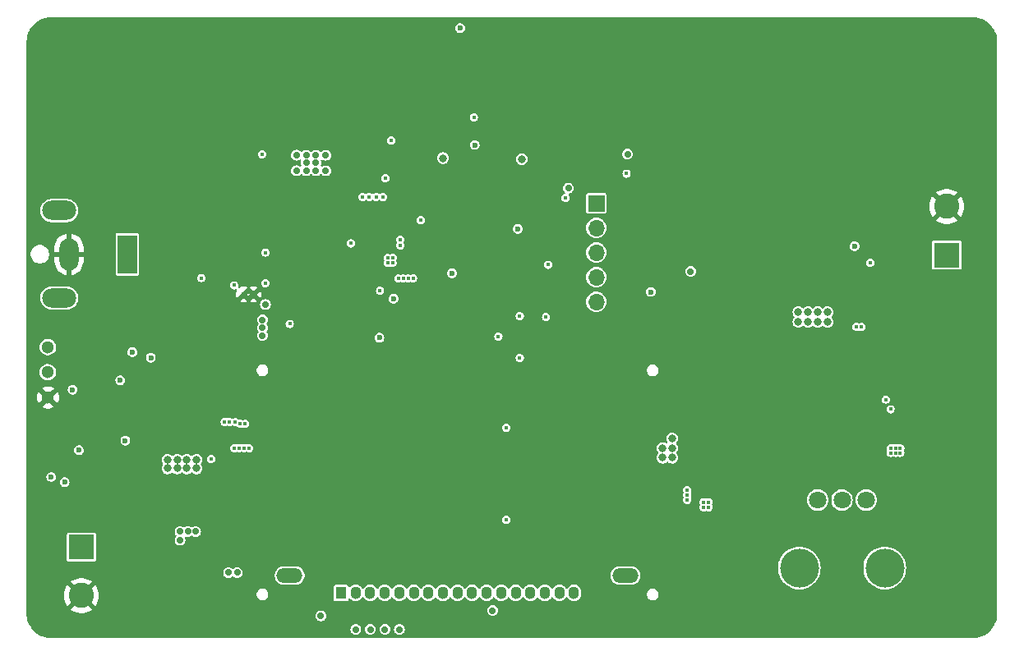
<source format=gbr>
%TF.GenerationSoftware,KiCad,Pcbnew,8.0.5*%
%TF.CreationDate,2025-07-15T19:51:41-04:00*%
%TF.ProjectId,Var_Volt_Conv,5661725f-566f-46c7-945f-436f6e762e6b,rev?*%
%TF.SameCoordinates,Original*%
%TF.FileFunction,Copper,L4,Inr*%
%TF.FilePolarity,Positive*%
%FSLAX46Y46*%
G04 Gerber Fmt 4.6, Leading zero omitted, Abs format (unit mm)*
G04 Created by KiCad (PCBNEW 8.0.5) date 2025-07-15 19:51:41*
%MOMM*%
%LPD*%
G01*
G04 APERTURE LIST*
%TA.AperFunction,ComponentPad*%
%ADD10R,1.100000X1.300000*%
%TD*%
%TA.AperFunction,ComponentPad*%
%ADD11O,1.100000X1.300000*%
%TD*%
%TA.AperFunction,ComponentPad*%
%ADD12O,2.700000X1.500000*%
%TD*%
%TA.AperFunction,WasherPad*%
%ADD13C,4.000000*%
%TD*%
%TA.AperFunction,ComponentPad*%
%ADD14C,1.800000*%
%TD*%
%TA.AperFunction,ComponentPad*%
%ADD15R,2.600000X2.600000*%
%TD*%
%TA.AperFunction,ComponentPad*%
%ADD16C,2.600000*%
%TD*%
%TA.AperFunction,ComponentPad*%
%ADD17R,1.700000X1.700000*%
%TD*%
%TA.AperFunction,ComponentPad*%
%ADD18O,1.700000X1.700000*%
%TD*%
%TA.AperFunction,ComponentPad*%
%ADD19R,2.000000X4.000000*%
%TD*%
%TA.AperFunction,ComponentPad*%
%ADD20O,2.000000X3.300000*%
%TD*%
%TA.AperFunction,ComponentPad*%
%ADD21O,3.500000X2.000000*%
%TD*%
%TA.AperFunction,ComponentPad*%
%ADD22C,0.600000*%
%TD*%
%TA.AperFunction,ComponentPad*%
%ADD23C,1.300000*%
%TD*%
%TA.AperFunction,ViaPad*%
%ADD24C,0.600000*%
%TD*%
%TA.AperFunction,ViaPad*%
%ADD25C,0.450000*%
%TD*%
%TA.AperFunction,ViaPad*%
%ADD26C,0.800000*%
%TD*%
%TA.AperFunction,ViaPad*%
%ADD27C,0.700000*%
%TD*%
G04 APERTURE END LIST*
D10*
%TO.N,/[3] Display/LV0*%
%TO.C,U301*%
X131887500Y-126940000D03*
D11*
%TO.N,/[3] Display/LV1*%
X133387500Y-126940000D03*
%TO.N,/[3] Display/LV2*%
X134887500Y-126940000D03*
%TO.N,/[3] Display/LV3*%
X136387500Y-126940000D03*
%TO.N,/[3] Display/LV4*%
X137887500Y-126940000D03*
%TO.N,/[3] Display/LC2-*%
X139387500Y-126940000D03*
%TO.N,/[3] Display/LC2+*%
X140887500Y-126940000D03*
%TO.N,/[3] Display/LC1+*%
X142387500Y-126940000D03*
%TO.N,/[3] Display/LC1-*%
X143887500Y-126940000D03*
%TO.N,/[3] Display/LVOUT*%
X145387500Y-126940000D03*
%TO.N,GNDD*%
X146887500Y-126940000D03*
%TO.N,+3V0*%
X148387500Y-126940000D03*
%TO.N,SPI_MOSI*%
X149887500Y-126940000D03*
%TO.N,SPI_CLK*%
X151387500Y-126940000D03*
%TO.N,REGISTER_SELECT*%
X152887500Y-126940000D03*
%TO.N,{slash}RESET*%
X154387500Y-126940000D03*
%TO.N,{slash}CHIP_SELECT*%
X155887500Y-126940000D03*
D12*
%TO.N,+3V0*%
X126587500Y-125140000D03*
%TO.N,GNDD*%
X161187500Y-125140000D03*
%TD*%
D13*
%TO.N,*%
%TO.C,RV101*%
X187900000Y-124365000D03*
X179100000Y-124365000D03*
D14*
%TO.N,unconnected-(RV101-Pad1)*%
X181000000Y-117365000D03*
%TO.N,/[1] Power/BB_FEEDBACK*%
X183500000Y-117365000D03*
%TO.N,/[1] Power/BB_POT_R*%
X186000000Y-117365000D03*
%TD*%
D15*
%TO.N,/[1] Power/SCREW_TERMINAL_POWER*%
%TO.C,J102*%
X105142500Y-122215000D03*
D16*
%TO.N,GNDPWR*%
X105142500Y-127215000D03*
%TD*%
D15*
%TO.N,VARIABLE_OUTPUT_VOLTAGE_B*%
%TO.C,J103*%
X194292500Y-92090000D03*
D16*
%TO.N,GNDPWR*%
X194292500Y-87090000D03*
%TD*%
D17*
%TO.N,ST_3V3*%
%TO.C,J201*%
X158187500Y-86770000D03*
D18*
%TO.N,/[2] Microcontroller/SWCLK*%
X158187500Y-89310000D03*
%TO.N,/[2] Microcontroller/SWDIO*%
X158187500Y-91850000D03*
%TO.N,/[2] Microcontroller/NRST*%
X158187500Y-94390000D03*
%TO.N,GNDD*%
X158187500Y-96930000D03*
%TD*%
D19*
%TO.N,/[1] Power/JACK_POWER*%
%TO.C,J101*%
X109862500Y-92015000D03*
D20*
%TO.N,GNDPWR*%
X103862500Y-92015000D03*
D21*
%TO.N,N/C*%
X102862500Y-87515000D03*
X102862500Y-96515000D03*
%TD*%
D22*
%TO.N,GNDPWR*%
%TO.C,U104*%
X121862500Y-96175000D03*
X122862500Y-96175000D03*
%TD*%
D23*
%TO.N,GNDPWR*%
%TO.C,NT101*%
X101687500Y-106790000D03*
%TO.N,GNDA*%
X101687500Y-104190000D03*
%TO.N,GNDD*%
X101687500Y-101590000D03*
%TD*%
D24*
%TO.N,S-OUTPUT_VOLTAGE*%
X184800000Y-91180000D03*
D25*
%TO.N,S-INPUT_CURRENT*%
X118490000Y-113140000D03*
D24*
%TO.N,/[1] Power/JACK_POWER*%
X110387500Y-102115000D03*
X104237500Y-105990000D03*
%TO.N,/[1] Power/SCREW_TERMINAL_POWER*%
X103412500Y-115515000D03*
X109662500Y-111240000D03*
D25*
%TO.N,/[1] Power/BUCK_PPM_GATE*%
X123750000Y-81690000D03*
D26*
%TO.N,SYSTEM_POWER_B*%
X179000000Y-99000000D03*
X115000000Y-113200000D03*
D27*
X123800000Y-98800000D03*
D26*
X114000000Y-113200000D03*
X181000000Y-98000000D03*
X115000000Y-114100000D03*
D27*
X123800000Y-99600000D03*
D26*
X180000000Y-99000000D03*
D27*
X123800000Y-100400000D03*
D26*
X182000000Y-98000000D03*
X117000000Y-113200000D03*
X180000000Y-98000000D03*
X181000000Y-99000000D03*
X179000000Y-98000000D03*
X116000000Y-113200000D03*
X116000000Y-114100000D03*
X117000000Y-114100000D03*
X114000000Y-114100000D03*
X182000000Y-99000000D03*
D25*
%TO.N,/[1] Power/ST_PPM_GATE*%
X137050000Y-80290000D03*
X136450000Y-84190000D03*
D24*
X144153750Y-68700000D03*
D27*
%TO.N,/[1] Power/BUCK_VOS*%
X161400000Y-81700000D03*
D25*
X124087500Y-91840000D03*
X117512500Y-94465000D03*
D27*
X155300000Y-85200000D03*
D25*
%TO.N,+3V3*%
X169250000Y-117575000D03*
D27*
X127300000Y-81800000D03*
X129300000Y-83400000D03*
X130300000Y-83400000D03*
X128300000Y-83400000D03*
D25*
X120400000Y-109300000D03*
X169750000Y-118100000D03*
X136700000Y-92900000D03*
D27*
X167900000Y-93800000D03*
X128300000Y-82600000D03*
X129300000Y-82600000D03*
X115300000Y-121500000D03*
D25*
X121500000Y-109500000D03*
D27*
X116100000Y-120600000D03*
X116900000Y-120600000D03*
D25*
X122000000Y-109500000D03*
X121000000Y-109300000D03*
D27*
X115300000Y-120600000D03*
X127300000Y-83400000D03*
X128300000Y-81800000D03*
D25*
X136700000Y-92400000D03*
X137200000Y-92400000D03*
X169750000Y-117575000D03*
D27*
X129300000Y-81800000D03*
D25*
X169250000Y-118100000D03*
X119900000Y-109300000D03*
X137200000Y-92900000D03*
D27*
X130300000Y-81800000D03*
%TO.N,+3V0*%
X120300000Y-124850000D03*
X121200000Y-124850000D03*
D24*
%TO.N,/[2] Microcontroller/NRST*%
X163800000Y-95900000D03*
X143300000Y-93975000D03*
X135837500Y-100625000D03*
X137300000Y-96600000D03*
D26*
%TO.N,ST_3V3*%
X150500000Y-82200000D03*
X142400000Y-82100000D03*
%TO.N,VARIABLE_OUTPUT_VOLTAGE_B*%
X166000000Y-111000000D03*
X165000000Y-113000000D03*
X166000000Y-112000000D03*
X165000000Y-112000000D03*
D25*
X186400000Y-92900000D03*
D26*
X166000000Y-113000000D03*
D24*
%TO.N,/[1] Power/COMP_OUT*%
X145651250Y-80750000D03*
D25*
X145571250Y-77890000D03*
D24*
%TO.N,/[1] Power/GATE_J*%
X109137500Y-105015000D03*
X112287500Y-102690000D03*
%TO.N,/[1] Power/GATE_T*%
X104887500Y-112215000D03*
X102037500Y-114990000D03*
D25*
%TO.N,/[1] Power/PG*%
X124087500Y-94990000D03*
X120862500Y-95215000D03*
%TO.N,S-INPUT_VOLTAGE*%
X132900000Y-90900000D03*
X140100000Y-88500000D03*
%TO.N,S-OUTPUT_VOLTAGE*%
X153200000Y-93100000D03*
%TO.N,SPI_MOSI*%
X148900000Y-109900000D03*
X148900000Y-119400000D03*
D24*
%TO.N,{slash}CHIP_SELECT*%
X150100000Y-89400000D03*
D25*
X153000000Y-98500000D03*
%TO.N,S-INPUT_CURRENT*%
X150300000Y-98400000D03*
%TO.N,{slash}RESET*%
X150300000Y-102700000D03*
X148100000Y-100500000D03*
%TO.N,GNDPWR*%
X186400000Y-87600000D03*
D27*
X119500000Y-98900000D03*
D26*
X109400000Y-118200000D03*
D27*
X116600000Y-123550000D03*
D25*
X191500000Y-111500000D03*
X191500000Y-111000000D03*
X191000000Y-111000000D03*
D27*
X151300000Y-77800000D03*
D26*
X180500000Y-104000000D03*
D25*
X191000000Y-111500000D03*
D26*
X182500000Y-104000000D03*
X109800000Y-112200000D03*
X183500000Y-103000000D03*
D27*
X145000000Y-77000000D03*
D26*
X103500000Y-100000000D03*
X106100000Y-108500000D03*
X104200000Y-104600000D03*
D27*
X117400000Y-124800000D03*
X118700000Y-99700000D03*
X167937500Y-102015000D03*
X118700000Y-98900000D03*
D25*
X191500000Y-109500000D03*
D27*
X118700000Y-100500000D03*
X116550000Y-124800000D03*
D26*
X103500000Y-101000000D03*
D25*
X121300000Y-105100000D03*
X149100000Y-86600000D03*
D27*
X149300000Y-69700000D03*
D26*
X181500000Y-104000000D03*
X108500000Y-118200000D03*
X178000000Y-102500000D03*
D25*
X191500000Y-110500000D03*
D26*
X103500000Y-99000000D03*
X105100000Y-107600000D03*
D27*
X119500000Y-100500000D03*
D26*
X106100000Y-107600000D03*
D25*
X144700000Y-83000000D03*
D26*
X105100000Y-108500000D03*
D27*
X149400000Y-81000000D03*
D26*
X104500000Y-99000000D03*
D27*
X119500000Y-99700000D03*
D26*
X105500000Y-99000000D03*
D25*
%TO.N,GNDA*%
X167550000Y-116850000D03*
X185000000Y-99500000D03*
X189000000Y-112000000D03*
X188500000Y-108000000D03*
X188500000Y-112000000D03*
X189500000Y-112000000D03*
X120900000Y-112000000D03*
X121400000Y-112000000D03*
X185500000Y-99500000D03*
X189500000Y-112500000D03*
X189000000Y-112500000D03*
X167550000Y-117350000D03*
X188500000Y-112500000D03*
D27*
X124100000Y-97200000D03*
D25*
X167550000Y-116350000D03*
X121900000Y-112000000D03*
X188000000Y-107000000D03*
X122400000Y-112000000D03*
%TO.N,GNDD*%
X135500000Y-86100000D03*
D27*
X134900000Y-130700000D03*
X136400000Y-130700000D03*
D25*
X155021232Y-86221232D03*
X139300000Y-94500000D03*
X126600000Y-99200000D03*
X134100000Y-86100000D03*
X136200000Y-86100000D03*
D27*
X133400000Y-130700000D03*
D25*
X138000000Y-90500000D03*
D27*
X137900000Y-130700000D03*
D25*
X161300000Y-83700000D03*
X135900000Y-95800000D03*
D27*
X129800000Y-129300000D03*
D25*
X138300000Y-94500000D03*
D27*
X147500000Y-128750000D03*
D25*
X134800000Y-86100000D03*
X138000000Y-91100000D03*
X138800000Y-94500000D03*
X137800000Y-94500000D03*
%TD*%
%TA.AperFunction,Conductor*%
%TO.N,GNDPWR*%
G36*
X196991236Y-67590726D02*
G01*
X197281296Y-67608271D01*
X197296159Y-67610076D01*
X197578298Y-67661780D01*
X197592835Y-67665363D01*
X197866672Y-67750695D01*
X197880663Y-67756000D01*
X198142243Y-67873727D01*
X198155489Y-67880680D01*
X198400965Y-68029075D01*
X198413276Y-68037573D01*
X198619961Y-68199500D01*
X198639073Y-68214473D01*
X198650281Y-68224403D01*
X198853096Y-68427218D01*
X198863026Y-68438426D01*
X198982981Y-68591538D01*
X199039922Y-68664217D01*
X199048428Y-68676540D01*
X199196816Y-68922004D01*
X199203775Y-68935263D01*
X199321497Y-69196831D01*
X199326806Y-69210832D01*
X199412135Y-69484663D01*
X199415719Y-69499201D01*
X199467423Y-69781340D01*
X199469228Y-69796205D01*
X199486774Y-70086263D01*
X199487000Y-70093750D01*
X199487000Y-129086249D01*
X199486774Y-129093736D01*
X199469228Y-129383794D01*
X199467423Y-129398659D01*
X199415719Y-129680798D01*
X199412135Y-129695336D01*
X199326806Y-129969167D01*
X199321497Y-129983168D01*
X199203775Y-130244736D01*
X199196816Y-130257995D01*
X199048428Y-130503459D01*
X199039922Y-130515782D01*
X198863026Y-130741573D01*
X198853096Y-130752781D01*
X198650281Y-130955596D01*
X198639073Y-130965526D01*
X198413282Y-131142422D01*
X198400959Y-131150928D01*
X198155495Y-131299316D01*
X198142236Y-131306275D01*
X197880668Y-131423997D01*
X197866667Y-131429306D01*
X197592836Y-131514635D01*
X197578298Y-131518219D01*
X197296159Y-131569923D01*
X197281294Y-131571728D01*
X196991224Y-131589274D01*
X196983737Y-131589500D01*
X196913887Y-131589500D01*
X196913638Y-131589515D01*
X101994905Y-131610742D01*
X101986545Y-131610462D01*
X101696002Y-131590896D01*
X101681217Y-131589002D01*
X101398175Y-131535294D01*
X101383723Y-131531640D01*
X101109159Y-131444352D01*
X101095251Y-131438990D01*
X101062394Y-131423997D01*
X100833154Y-131319391D01*
X100819989Y-131312399D01*
X100574131Y-131162209D01*
X100561901Y-131153688D01*
X100335843Y-130975084D01*
X100324723Y-130965156D01*
X100121735Y-130760722D01*
X100111887Y-130749532D01*
X100073320Y-130699999D01*
X132844750Y-130699999D01*
X132844750Y-130700000D01*
X132863670Y-130843708D01*
X132863671Y-130843712D01*
X132919137Y-130977622D01*
X132919138Y-130977624D01*
X132919139Y-130977625D01*
X133007379Y-131092621D01*
X133122375Y-131180861D01*
X133122376Y-131180861D01*
X133122377Y-131180862D01*
X133167013Y-131199350D01*
X133256291Y-131236330D01*
X133383280Y-131253048D01*
X133399999Y-131255250D01*
X133400000Y-131255250D01*
X133400001Y-131255250D01*
X133414977Y-131253278D01*
X133543709Y-131236330D01*
X133677625Y-131180861D01*
X133792621Y-131092621D01*
X133880861Y-130977625D01*
X133936330Y-130843709D01*
X133955250Y-130700000D01*
X133955250Y-130699999D01*
X134344750Y-130699999D01*
X134344750Y-130700000D01*
X134363670Y-130843708D01*
X134363671Y-130843712D01*
X134419137Y-130977622D01*
X134419138Y-130977624D01*
X134419139Y-130977625D01*
X134507379Y-131092621D01*
X134622375Y-131180861D01*
X134622376Y-131180861D01*
X134622377Y-131180862D01*
X134667013Y-131199350D01*
X134756291Y-131236330D01*
X134883280Y-131253048D01*
X134899999Y-131255250D01*
X134900000Y-131255250D01*
X134900001Y-131255250D01*
X134914977Y-131253278D01*
X135043709Y-131236330D01*
X135177625Y-131180861D01*
X135292621Y-131092621D01*
X135380861Y-130977625D01*
X135436330Y-130843709D01*
X135455250Y-130700000D01*
X135455250Y-130699999D01*
X135844750Y-130699999D01*
X135844750Y-130700000D01*
X135863670Y-130843708D01*
X135863671Y-130843712D01*
X135919137Y-130977622D01*
X135919138Y-130977624D01*
X135919139Y-130977625D01*
X136007379Y-131092621D01*
X136122375Y-131180861D01*
X136122376Y-131180861D01*
X136122377Y-131180862D01*
X136167013Y-131199350D01*
X136256291Y-131236330D01*
X136383280Y-131253048D01*
X136399999Y-131255250D01*
X136400000Y-131255250D01*
X136400001Y-131255250D01*
X136414977Y-131253278D01*
X136543709Y-131236330D01*
X136677625Y-131180861D01*
X136792621Y-131092621D01*
X136880861Y-130977625D01*
X136936330Y-130843709D01*
X136955250Y-130700000D01*
X136955250Y-130699999D01*
X137344750Y-130699999D01*
X137344750Y-130700000D01*
X137363670Y-130843708D01*
X137363671Y-130843712D01*
X137419137Y-130977622D01*
X137419138Y-130977624D01*
X137419139Y-130977625D01*
X137507379Y-131092621D01*
X137622375Y-131180861D01*
X137622376Y-131180861D01*
X137622377Y-131180862D01*
X137667013Y-131199350D01*
X137756291Y-131236330D01*
X137883280Y-131253048D01*
X137899999Y-131255250D01*
X137900000Y-131255250D01*
X137900001Y-131255250D01*
X137914977Y-131253278D01*
X138043709Y-131236330D01*
X138177625Y-131180861D01*
X138292621Y-131092621D01*
X138380861Y-130977625D01*
X138436330Y-130843709D01*
X138455250Y-130700000D01*
X138436330Y-130556291D01*
X138380861Y-130422375D01*
X138292621Y-130307379D01*
X138177625Y-130219139D01*
X138177624Y-130219138D01*
X138177622Y-130219137D01*
X138043712Y-130163671D01*
X138043710Y-130163670D01*
X138043709Y-130163670D01*
X137971854Y-130154210D01*
X137900001Y-130144750D01*
X137899999Y-130144750D01*
X137756291Y-130163670D01*
X137756287Y-130163671D01*
X137622377Y-130219137D01*
X137507379Y-130307379D01*
X137419137Y-130422377D01*
X137363671Y-130556287D01*
X137363670Y-130556291D01*
X137344750Y-130699999D01*
X136955250Y-130699999D01*
X136936330Y-130556291D01*
X136880861Y-130422375D01*
X136792621Y-130307379D01*
X136677625Y-130219139D01*
X136677624Y-130219138D01*
X136677622Y-130219137D01*
X136543712Y-130163671D01*
X136543710Y-130163670D01*
X136543709Y-130163670D01*
X136471854Y-130154210D01*
X136400001Y-130144750D01*
X136399999Y-130144750D01*
X136256291Y-130163670D01*
X136256287Y-130163671D01*
X136122377Y-130219137D01*
X136007379Y-130307379D01*
X135919137Y-130422377D01*
X135863671Y-130556287D01*
X135863670Y-130556291D01*
X135844750Y-130699999D01*
X135455250Y-130699999D01*
X135436330Y-130556291D01*
X135380861Y-130422375D01*
X135292621Y-130307379D01*
X135177625Y-130219139D01*
X135177624Y-130219138D01*
X135177622Y-130219137D01*
X135043712Y-130163671D01*
X135043710Y-130163670D01*
X135043709Y-130163670D01*
X134971854Y-130154210D01*
X134900001Y-130144750D01*
X134899999Y-130144750D01*
X134756291Y-130163670D01*
X134756287Y-130163671D01*
X134622377Y-130219137D01*
X134507379Y-130307379D01*
X134419137Y-130422377D01*
X134363671Y-130556287D01*
X134363670Y-130556291D01*
X134344750Y-130699999D01*
X133955250Y-130699999D01*
X133936330Y-130556291D01*
X133880861Y-130422375D01*
X133792621Y-130307379D01*
X133677625Y-130219139D01*
X133677624Y-130219138D01*
X133677622Y-130219137D01*
X133543712Y-130163671D01*
X133543710Y-130163670D01*
X133543709Y-130163670D01*
X133471854Y-130154210D01*
X133400001Y-130144750D01*
X133399999Y-130144750D01*
X133256291Y-130163670D01*
X133256287Y-130163671D01*
X133122377Y-130219137D01*
X133007379Y-130307379D01*
X132919137Y-130422377D01*
X132863671Y-130556287D01*
X132863670Y-130556291D01*
X132844750Y-130699999D01*
X100073320Y-130699999D01*
X99934889Y-130522207D01*
X99926455Y-130509917D01*
X99778020Y-130263007D01*
X99771121Y-130249793D01*
X99724086Y-130144750D01*
X99653379Y-129986839D01*
X99648122Y-129972909D01*
X99562782Y-129697722D01*
X99559232Y-129683248D01*
X99539965Y-129577625D01*
X99507533Y-129399829D01*
X99505745Y-129385033D01*
X99505670Y-129383794D01*
X99500625Y-129299999D01*
X129244750Y-129299999D01*
X129244750Y-129300000D01*
X129263670Y-129443708D01*
X129263671Y-129443712D01*
X129319137Y-129577622D01*
X129319138Y-129577624D01*
X129319139Y-129577625D01*
X129407379Y-129692621D01*
X129522375Y-129780861D01*
X129656291Y-129836330D01*
X129783280Y-129853048D01*
X129799999Y-129855250D01*
X129800000Y-129855250D01*
X129800001Y-129855250D01*
X129814977Y-129853278D01*
X129943709Y-129836330D01*
X130077625Y-129780861D01*
X130192621Y-129692621D01*
X130280861Y-129577625D01*
X130336330Y-129443709D01*
X130355250Y-129300000D01*
X130336330Y-129156291D01*
X130280861Y-129022375D01*
X130192621Y-128907379D01*
X130077625Y-128819139D01*
X130077624Y-128819138D01*
X130077622Y-128819137D01*
X129943712Y-128763671D01*
X129943710Y-128763670D01*
X129943709Y-128763670D01*
X129839877Y-128750000D01*
X146944750Y-128750000D01*
X146953852Y-128819139D01*
X146963670Y-128893708D01*
X146963671Y-128893712D01*
X147019137Y-129027622D01*
X147019138Y-129027624D01*
X147019139Y-129027625D01*
X147107379Y-129142621D01*
X147222375Y-129230861D01*
X147356291Y-129286330D01*
X147483280Y-129303048D01*
X147499999Y-129305250D01*
X147500000Y-129305250D01*
X147500001Y-129305250D01*
X147514977Y-129303278D01*
X147643709Y-129286330D01*
X147777625Y-129230861D01*
X147892621Y-129142621D01*
X147980861Y-129027625D01*
X148036330Y-128893709D01*
X148055250Y-128750000D01*
X148036330Y-128606291D01*
X147980861Y-128472375D01*
X147892621Y-128357379D01*
X147777625Y-128269139D01*
X147777624Y-128269138D01*
X147777622Y-128269137D01*
X147643712Y-128213671D01*
X147643710Y-128213670D01*
X147643709Y-128213670D01*
X147571854Y-128204210D01*
X147500001Y-128194750D01*
X147499999Y-128194750D01*
X147356291Y-128213670D01*
X147356287Y-128213671D01*
X147222377Y-128269137D01*
X147107379Y-128357379D01*
X147019137Y-128472377D01*
X146963671Y-128606287D01*
X146963670Y-128606291D01*
X146944750Y-128750000D01*
X129839877Y-128750000D01*
X129800001Y-128744750D01*
X129799999Y-128744750D01*
X129656291Y-128763670D01*
X129656287Y-128763671D01*
X129522377Y-128819137D01*
X129407379Y-128907379D01*
X129319137Y-129022377D01*
X129263671Y-129156287D01*
X129263670Y-129156291D01*
X129244750Y-129299999D01*
X99500625Y-129299999D01*
X99488224Y-129094052D01*
X99488000Y-129086599D01*
X99488000Y-127214995D01*
X103337453Y-127214995D01*
X103337453Y-127215004D01*
X103357613Y-127484026D01*
X103357613Y-127484028D01*
X103417642Y-127747033D01*
X103417648Y-127747052D01*
X103516209Y-127998181D01*
X103516208Y-127998181D01*
X103651102Y-128231822D01*
X103704794Y-128299151D01*
X103704795Y-128299151D01*
X104541458Y-127462488D01*
X104566478Y-127522890D01*
X104637612Y-127629351D01*
X104728149Y-127719888D01*
X104834610Y-127791022D01*
X104895010Y-127816041D01*
X104057348Y-128653702D01*
X104239983Y-128778220D01*
X104239985Y-128778221D01*
X104483039Y-128895269D01*
X104483037Y-128895269D01*
X104740837Y-128974790D01*
X104740843Y-128974792D01*
X105007601Y-129014999D01*
X105007610Y-129015000D01*
X105277390Y-129015000D01*
X105277398Y-129014999D01*
X105544156Y-128974792D01*
X105544162Y-128974790D01*
X105801961Y-128895269D01*
X106045021Y-128778218D01*
X106227650Y-128653702D01*
X105389988Y-127816041D01*
X105450390Y-127791022D01*
X105556851Y-127719888D01*
X105647388Y-127629351D01*
X105718522Y-127522890D01*
X105743541Y-127462488D01*
X106580203Y-128299151D01*
X106580204Y-128299150D01*
X106633893Y-128231828D01*
X106633900Y-128231817D01*
X106768790Y-127998181D01*
X106867351Y-127747052D01*
X106867357Y-127747033D01*
X106927386Y-127484028D01*
X106927386Y-127484026D01*
X106947547Y-127215004D01*
X106947547Y-127214995D01*
X106932255Y-127010943D01*
X123187000Y-127010943D01*
X123187000Y-127169057D01*
X123199312Y-127215004D01*
X123227923Y-127321783D01*
X123227926Y-127321790D01*
X123306975Y-127458709D01*
X123306979Y-127458714D01*
X123306980Y-127458716D01*
X123418784Y-127570520D01*
X123418786Y-127570521D01*
X123418790Y-127570524D01*
X123509598Y-127622951D01*
X123555716Y-127649577D01*
X123708443Y-127690500D01*
X123708445Y-127690500D01*
X123866555Y-127690500D01*
X123866557Y-127690500D01*
X124019284Y-127649577D01*
X124156216Y-127570520D01*
X124268020Y-127458716D01*
X124347077Y-127321784D01*
X124388000Y-127169057D01*
X124388000Y-127010943D01*
X124347077Y-126858216D01*
X124293884Y-126766082D01*
X124268024Y-126721290D01*
X124268018Y-126721282D01*
X124156217Y-126609481D01*
X124156209Y-126609475D01*
X124019290Y-126530426D01*
X124019286Y-126530424D01*
X124019284Y-126530423D01*
X123866557Y-126489500D01*
X123708443Y-126489500D01*
X123555716Y-126530423D01*
X123555709Y-126530426D01*
X123418790Y-126609475D01*
X123418782Y-126609481D01*
X123306981Y-126721282D01*
X123306975Y-126721290D01*
X123227926Y-126858209D01*
X123227923Y-126858216D01*
X123187000Y-127010943D01*
X106932255Y-127010943D01*
X106927386Y-126945973D01*
X106927386Y-126945971D01*
X106867357Y-126682966D01*
X106867351Y-126682947D01*
X106768790Y-126431818D01*
X106768791Y-126431818D01*
X106675507Y-126270247D01*
X131137000Y-126270247D01*
X131137000Y-127609752D01*
X131148631Y-127668229D01*
X131148632Y-127668230D01*
X131192947Y-127734552D01*
X131259269Y-127778867D01*
X131259270Y-127778868D01*
X131317747Y-127790499D01*
X131317750Y-127790500D01*
X131317752Y-127790500D01*
X132457250Y-127790500D01*
X132457251Y-127790499D01*
X132472068Y-127787552D01*
X132515729Y-127778868D01*
X132515729Y-127778867D01*
X132515731Y-127778867D01*
X132582052Y-127734552D01*
X132626367Y-127668231D01*
X132626367Y-127668229D01*
X132626368Y-127668229D01*
X132635527Y-127622183D01*
X132667911Y-127560272D01*
X132728627Y-127525698D01*
X132798396Y-127529437D01*
X132844825Y-127558693D01*
X132909080Y-127622948D01*
X132909084Y-127622951D01*
X133031998Y-127705080D01*
X133032011Y-127705087D01*
X133168582Y-127761656D01*
X133168587Y-127761658D01*
X133168591Y-127761658D01*
X133168592Y-127761659D01*
X133313579Y-127790500D01*
X133313582Y-127790500D01*
X133461420Y-127790500D01*
X133558962Y-127771096D01*
X133606413Y-127761658D01*
X133742995Y-127705084D01*
X133865916Y-127622951D01*
X133970451Y-127518416D01*
X134034398Y-127422713D01*
X134088010Y-127377908D01*
X134157335Y-127369201D01*
X134220362Y-127399355D01*
X134240602Y-127422713D01*
X134304548Y-127518415D01*
X134304551Y-127518419D01*
X134409080Y-127622948D01*
X134409084Y-127622951D01*
X134531998Y-127705080D01*
X134532011Y-127705087D01*
X134668582Y-127761656D01*
X134668587Y-127761658D01*
X134668591Y-127761658D01*
X134668592Y-127761659D01*
X134813579Y-127790500D01*
X134813582Y-127790500D01*
X134961420Y-127790500D01*
X135058962Y-127771096D01*
X135106413Y-127761658D01*
X135242995Y-127705084D01*
X135365916Y-127622951D01*
X135470451Y-127518416D01*
X135534398Y-127422713D01*
X135588010Y-127377908D01*
X135657335Y-127369201D01*
X135720362Y-127399355D01*
X135740602Y-127422713D01*
X135804548Y-127518415D01*
X135804551Y-127518419D01*
X135909080Y-127622948D01*
X135909084Y-127622951D01*
X136031998Y-127705080D01*
X136032011Y-127705087D01*
X136168582Y-127761656D01*
X136168587Y-127761658D01*
X136168591Y-127761658D01*
X136168592Y-127761659D01*
X136313579Y-127790500D01*
X136313582Y-127790500D01*
X136461420Y-127790500D01*
X136558962Y-127771096D01*
X136606413Y-127761658D01*
X136742995Y-127705084D01*
X136865916Y-127622951D01*
X136970451Y-127518416D01*
X137034398Y-127422713D01*
X137088010Y-127377908D01*
X137157335Y-127369201D01*
X137220362Y-127399355D01*
X137240602Y-127422713D01*
X137304548Y-127518415D01*
X137304551Y-127518419D01*
X137409080Y-127622948D01*
X137409084Y-127622951D01*
X137531998Y-127705080D01*
X137532011Y-127705087D01*
X137668582Y-127761656D01*
X137668587Y-127761658D01*
X137668591Y-127761658D01*
X137668592Y-127761659D01*
X137813579Y-127790500D01*
X137813582Y-127790500D01*
X137961420Y-127790500D01*
X138058962Y-127771096D01*
X138106413Y-127761658D01*
X138242995Y-127705084D01*
X138365916Y-127622951D01*
X138470451Y-127518416D01*
X138534398Y-127422713D01*
X138588010Y-127377908D01*
X138657335Y-127369201D01*
X138720362Y-127399355D01*
X138740602Y-127422713D01*
X138804548Y-127518415D01*
X138804551Y-127518419D01*
X138909080Y-127622948D01*
X138909084Y-127622951D01*
X139031998Y-127705080D01*
X139032011Y-127705087D01*
X139168582Y-127761656D01*
X139168587Y-127761658D01*
X139168591Y-127761658D01*
X139168592Y-127761659D01*
X139313579Y-127790500D01*
X139313582Y-127790500D01*
X139461420Y-127790500D01*
X139558962Y-127771096D01*
X139606413Y-127761658D01*
X139742995Y-127705084D01*
X139865916Y-127622951D01*
X139970451Y-127518416D01*
X140034398Y-127422713D01*
X140088010Y-127377908D01*
X140157335Y-127369201D01*
X140220362Y-127399355D01*
X140240602Y-127422713D01*
X140304548Y-127518415D01*
X140304551Y-127518419D01*
X140409080Y-127622948D01*
X140409084Y-127622951D01*
X140531998Y-127705080D01*
X140532011Y-127705087D01*
X140668582Y-127761656D01*
X140668587Y-127761658D01*
X140668591Y-127761658D01*
X140668592Y-127761659D01*
X140813579Y-127790500D01*
X140813582Y-127790500D01*
X140961420Y-127790500D01*
X141058962Y-127771096D01*
X141106413Y-127761658D01*
X141242995Y-127705084D01*
X141365916Y-127622951D01*
X141470451Y-127518416D01*
X141534398Y-127422713D01*
X141588010Y-127377908D01*
X141657335Y-127369201D01*
X141720362Y-127399355D01*
X141740602Y-127422713D01*
X141804548Y-127518415D01*
X141804551Y-127518419D01*
X141909080Y-127622948D01*
X141909084Y-127622951D01*
X142031998Y-127705080D01*
X142032011Y-127705087D01*
X142168582Y-127761656D01*
X142168587Y-127761658D01*
X142168591Y-127761658D01*
X142168592Y-127761659D01*
X142313579Y-127790500D01*
X142313582Y-127790500D01*
X142461420Y-127790500D01*
X142558962Y-127771096D01*
X142606413Y-127761658D01*
X142742995Y-127705084D01*
X142865916Y-127622951D01*
X142970451Y-127518416D01*
X143034398Y-127422713D01*
X143088010Y-127377908D01*
X143157335Y-127369201D01*
X143220362Y-127399355D01*
X143240602Y-127422713D01*
X143304548Y-127518415D01*
X143304551Y-127518419D01*
X143409080Y-127622948D01*
X143409084Y-127622951D01*
X143531998Y-127705080D01*
X143532011Y-127705087D01*
X143668582Y-127761656D01*
X143668587Y-127761658D01*
X143668591Y-127761658D01*
X143668592Y-127761659D01*
X143813579Y-127790500D01*
X143813582Y-127790500D01*
X143961420Y-127790500D01*
X144058962Y-127771096D01*
X144106413Y-127761658D01*
X144242995Y-127705084D01*
X144365916Y-127622951D01*
X144470451Y-127518416D01*
X144534398Y-127422713D01*
X144588010Y-127377908D01*
X144657335Y-127369201D01*
X144720362Y-127399355D01*
X144740602Y-127422713D01*
X144804548Y-127518415D01*
X144804551Y-127518419D01*
X144909080Y-127622948D01*
X144909084Y-127622951D01*
X145031998Y-127705080D01*
X145032011Y-127705087D01*
X145168582Y-127761656D01*
X145168587Y-127761658D01*
X145168591Y-127761658D01*
X145168592Y-127761659D01*
X145313579Y-127790500D01*
X145313582Y-127790500D01*
X145461420Y-127790500D01*
X145558962Y-127771096D01*
X145606413Y-127761658D01*
X145742995Y-127705084D01*
X145865916Y-127622951D01*
X145970451Y-127518416D01*
X146034398Y-127422713D01*
X146088010Y-127377908D01*
X146157335Y-127369201D01*
X146220362Y-127399355D01*
X146240602Y-127422713D01*
X146304548Y-127518415D01*
X146304551Y-127518419D01*
X146409080Y-127622948D01*
X146409084Y-127622951D01*
X146531998Y-127705080D01*
X146532011Y-127705087D01*
X146668582Y-127761656D01*
X146668587Y-127761658D01*
X146668591Y-127761658D01*
X146668592Y-127761659D01*
X146813579Y-127790500D01*
X146813582Y-127790500D01*
X146961420Y-127790500D01*
X147058962Y-127771096D01*
X147106413Y-127761658D01*
X147242995Y-127705084D01*
X147365916Y-127622951D01*
X147470451Y-127518416D01*
X147534398Y-127422713D01*
X147588010Y-127377908D01*
X147657335Y-127369201D01*
X147720362Y-127399355D01*
X147740602Y-127422713D01*
X147804548Y-127518415D01*
X147804551Y-127518419D01*
X147909080Y-127622948D01*
X147909084Y-127622951D01*
X148031998Y-127705080D01*
X148032011Y-127705087D01*
X148168582Y-127761656D01*
X148168587Y-127761658D01*
X148168591Y-127761658D01*
X148168592Y-127761659D01*
X148313579Y-127790500D01*
X148313582Y-127790500D01*
X148461420Y-127790500D01*
X148558962Y-127771096D01*
X148606413Y-127761658D01*
X148742995Y-127705084D01*
X148865916Y-127622951D01*
X148970451Y-127518416D01*
X149034398Y-127422713D01*
X149088010Y-127377908D01*
X149157335Y-127369201D01*
X149220362Y-127399355D01*
X149240602Y-127422713D01*
X149304548Y-127518415D01*
X149304551Y-127518419D01*
X149409080Y-127622948D01*
X149409084Y-127622951D01*
X149531998Y-127705080D01*
X149532011Y-127705087D01*
X149668582Y-127761656D01*
X149668587Y-127761658D01*
X149668591Y-127761658D01*
X149668592Y-127761659D01*
X149813579Y-127790500D01*
X149813582Y-127790500D01*
X149961420Y-127790500D01*
X150058962Y-127771096D01*
X150106413Y-127761658D01*
X150242995Y-127705084D01*
X150365916Y-127622951D01*
X150470451Y-127518416D01*
X150534398Y-127422713D01*
X150588010Y-127377908D01*
X150657335Y-127369201D01*
X150720362Y-127399355D01*
X150740602Y-127422713D01*
X150804548Y-127518415D01*
X150804551Y-127518419D01*
X150909080Y-127622948D01*
X150909084Y-127622951D01*
X151031998Y-127705080D01*
X151032011Y-127705087D01*
X151168582Y-127761656D01*
X151168587Y-127761658D01*
X151168591Y-127761658D01*
X151168592Y-127761659D01*
X151313579Y-127790500D01*
X151313582Y-127790500D01*
X151461420Y-127790500D01*
X151558962Y-127771096D01*
X151606413Y-127761658D01*
X151742995Y-127705084D01*
X151865916Y-127622951D01*
X151970451Y-127518416D01*
X152034398Y-127422713D01*
X152088010Y-127377908D01*
X152157335Y-127369201D01*
X152220362Y-127399355D01*
X152240602Y-127422713D01*
X152304548Y-127518415D01*
X152304551Y-127518419D01*
X152409080Y-127622948D01*
X152409084Y-127622951D01*
X152531998Y-127705080D01*
X152532011Y-127705087D01*
X152668582Y-127761656D01*
X152668587Y-127761658D01*
X152668591Y-127761658D01*
X152668592Y-127761659D01*
X152813579Y-127790500D01*
X152813582Y-127790500D01*
X152961420Y-127790500D01*
X153058962Y-127771096D01*
X153106413Y-127761658D01*
X153242995Y-127705084D01*
X153365916Y-127622951D01*
X153470451Y-127518416D01*
X153534398Y-127422713D01*
X153588010Y-127377908D01*
X153657335Y-127369201D01*
X153720362Y-127399355D01*
X153740602Y-127422713D01*
X153804548Y-127518415D01*
X153804551Y-127518419D01*
X153909080Y-127622948D01*
X153909084Y-127622951D01*
X154031998Y-127705080D01*
X154032011Y-127705087D01*
X154168582Y-127761656D01*
X154168587Y-127761658D01*
X154168591Y-127761658D01*
X154168592Y-127761659D01*
X154313579Y-127790500D01*
X154313582Y-127790500D01*
X154461420Y-127790500D01*
X154558962Y-127771096D01*
X154606413Y-127761658D01*
X154742995Y-127705084D01*
X154865916Y-127622951D01*
X154970451Y-127518416D01*
X155034398Y-127422713D01*
X155088010Y-127377908D01*
X155157335Y-127369201D01*
X155220362Y-127399355D01*
X155240602Y-127422713D01*
X155304548Y-127518415D01*
X155304551Y-127518419D01*
X155409080Y-127622948D01*
X155409084Y-127622951D01*
X155531998Y-127705080D01*
X155532011Y-127705087D01*
X155668582Y-127761656D01*
X155668587Y-127761658D01*
X155668591Y-127761658D01*
X155668592Y-127761659D01*
X155813579Y-127790500D01*
X155813582Y-127790500D01*
X155961420Y-127790500D01*
X156058962Y-127771096D01*
X156106413Y-127761658D01*
X156242995Y-127705084D01*
X156365916Y-127622951D01*
X156470451Y-127518416D01*
X156552584Y-127395495D01*
X156609158Y-127258913D01*
X156637000Y-127118945D01*
X156638000Y-127113920D01*
X156638000Y-127010943D01*
X163387000Y-127010943D01*
X163387000Y-127169057D01*
X163399312Y-127215004D01*
X163427923Y-127321783D01*
X163427926Y-127321790D01*
X163506975Y-127458709D01*
X163506979Y-127458714D01*
X163506980Y-127458716D01*
X163618784Y-127570520D01*
X163618786Y-127570521D01*
X163618790Y-127570524D01*
X163709598Y-127622951D01*
X163755716Y-127649577D01*
X163908443Y-127690500D01*
X163908445Y-127690500D01*
X164066555Y-127690500D01*
X164066557Y-127690500D01*
X164219284Y-127649577D01*
X164356216Y-127570520D01*
X164468020Y-127458716D01*
X164547077Y-127321784D01*
X164588000Y-127169057D01*
X164588000Y-127010943D01*
X164547077Y-126858216D01*
X164493884Y-126766082D01*
X164468024Y-126721290D01*
X164468018Y-126721282D01*
X164356217Y-126609481D01*
X164356209Y-126609475D01*
X164219290Y-126530426D01*
X164219286Y-126530424D01*
X164219284Y-126530423D01*
X164066557Y-126489500D01*
X163908443Y-126489500D01*
X163755716Y-126530423D01*
X163755709Y-126530426D01*
X163618790Y-126609475D01*
X163618782Y-126609481D01*
X163506981Y-126721282D01*
X163506975Y-126721290D01*
X163427926Y-126858209D01*
X163427923Y-126858216D01*
X163387000Y-127010943D01*
X156638000Y-127010943D01*
X156638000Y-126766079D01*
X156609159Y-126621092D01*
X156609158Y-126621091D01*
X156609158Y-126621087D01*
X156580274Y-126551355D01*
X156552587Y-126484511D01*
X156552580Y-126484498D01*
X156470451Y-126361584D01*
X156470448Y-126361580D01*
X156365919Y-126257051D01*
X156365915Y-126257048D01*
X156243001Y-126174919D01*
X156242988Y-126174912D01*
X156106417Y-126118343D01*
X156106407Y-126118340D01*
X155961420Y-126089500D01*
X155961418Y-126089500D01*
X155813582Y-126089500D01*
X155813580Y-126089500D01*
X155668592Y-126118340D01*
X155668582Y-126118343D01*
X155532011Y-126174912D01*
X155531998Y-126174919D01*
X155409084Y-126257048D01*
X155409080Y-126257051D01*
X155304551Y-126361580D01*
X155304548Y-126361584D01*
X155240602Y-126457286D01*
X155186989Y-126502091D01*
X155117664Y-126510798D01*
X155054637Y-126480643D01*
X155034398Y-126457286D01*
X154970451Y-126361584D01*
X154970448Y-126361580D01*
X154865919Y-126257051D01*
X154865915Y-126257048D01*
X154743001Y-126174919D01*
X154742988Y-126174912D01*
X154606417Y-126118343D01*
X154606407Y-126118340D01*
X154461420Y-126089500D01*
X154461418Y-126089500D01*
X154313582Y-126089500D01*
X154313580Y-126089500D01*
X154168592Y-126118340D01*
X154168582Y-126118343D01*
X154032011Y-126174912D01*
X154031998Y-126174919D01*
X153909084Y-126257048D01*
X153909080Y-126257051D01*
X153804551Y-126361580D01*
X153804548Y-126361584D01*
X153740602Y-126457286D01*
X153686989Y-126502091D01*
X153617664Y-126510798D01*
X153554637Y-126480643D01*
X153534398Y-126457286D01*
X153470451Y-126361584D01*
X153470448Y-126361580D01*
X153365919Y-126257051D01*
X153365915Y-126257048D01*
X153243001Y-126174919D01*
X153242988Y-126174912D01*
X153106417Y-126118343D01*
X153106407Y-126118340D01*
X152961420Y-126089500D01*
X152961418Y-126089500D01*
X152813582Y-126089500D01*
X152813580Y-126089500D01*
X152668592Y-126118340D01*
X152668582Y-126118343D01*
X152532011Y-126174912D01*
X152531998Y-126174919D01*
X152409084Y-126257048D01*
X152409080Y-126257051D01*
X152304551Y-126361580D01*
X152304548Y-126361584D01*
X152240602Y-126457286D01*
X152186989Y-126502091D01*
X152117664Y-126510798D01*
X152054637Y-126480643D01*
X152034398Y-126457286D01*
X151970451Y-126361584D01*
X151970448Y-126361580D01*
X151865919Y-126257051D01*
X151865915Y-126257048D01*
X151743001Y-126174919D01*
X151742988Y-126174912D01*
X151606417Y-126118343D01*
X151606407Y-126118340D01*
X151461420Y-126089500D01*
X151461418Y-126089500D01*
X151313582Y-126089500D01*
X151313580Y-126089500D01*
X151168592Y-126118340D01*
X151168582Y-126118343D01*
X151032011Y-126174912D01*
X151031998Y-126174919D01*
X150909084Y-126257048D01*
X150909080Y-126257051D01*
X150804551Y-126361580D01*
X150804548Y-126361584D01*
X150740602Y-126457286D01*
X150686989Y-126502091D01*
X150617664Y-126510798D01*
X150554637Y-126480643D01*
X150534398Y-126457286D01*
X150470451Y-126361584D01*
X150470448Y-126361580D01*
X150365919Y-126257051D01*
X150365915Y-126257048D01*
X150243001Y-126174919D01*
X150242988Y-126174912D01*
X150106417Y-126118343D01*
X150106407Y-126118340D01*
X149961420Y-126089500D01*
X149961418Y-126089500D01*
X149813582Y-126089500D01*
X149813580Y-126089500D01*
X149668592Y-126118340D01*
X149668582Y-126118343D01*
X149532011Y-126174912D01*
X149531998Y-126174919D01*
X149409084Y-126257048D01*
X149409080Y-126257051D01*
X149304551Y-126361580D01*
X149304548Y-126361584D01*
X149240602Y-126457286D01*
X149186989Y-126502091D01*
X149117664Y-126510798D01*
X149054637Y-126480643D01*
X149034398Y-126457286D01*
X148970451Y-126361584D01*
X148970448Y-126361580D01*
X148865919Y-126257051D01*
X148865915Y-126257048D01*
X148743001Y-126174919D01*
X148742988Y-126174912D01*
X148606417Y-126118343D01*
X148606407Y-126118340D01*
X148461420Y-126089500D01*
X148461418Y-126089500D01*
X148313582Y-126089500D01*
X148313580Y-126089500D01*
X148168592Y-126118340D01*
X148168582Y-126118343D01*
X148032011Y-126174912D01*
X148031998Y-126174919D01*
X147909084Y-126257048D01*
X147909080Y-126257051D01*
X147804551Y-126361580D01*
X147804548Y-126361584D01*
X147740602Y-126457286D01*
X147686989Y-126502091D01*
X147617664Y-126510798D01*
X147554637Y-126480643D01*
X147534398Y-126457286D01*
X147470451Y-126361584D01*
X147470448Y-126361580D01*
X147365919Y-126257051D01*
X147365915Y-126257048D01*
X147243001Y-126174919D01*
X147242988Y-126174912D01*
X147106417Y-126118343D01*
X147106407Y-126118340D01*
X146961420Y-126089500D01*
X146961418Y-126089500D01*
X146813582Y-126089500D01*
X146813580Y-126089500D01*
X146668592Y-126118340D01*
X146668582Y-126118343D01*
X146532011Y-126174912D01*
X146531998Y-126174919D01*
X146409084Y-126257048D01*
X146409080Y-126257051D01*
X146304551Y-126361580D01*
X146304548Y-126361584D01*
X146240602Y-126457286D01*
X146186989Y-126502091D01*
X146117664Y-126510798D01*
X146054637Y-126480643D01*
X146034398Y-126457286D01*
X145970451Y-126361584D01*
X145970448Y-126361580D01*
X145865919Y-126257051D01*
X145865915Y-126257048D01*
X145743001Y-126174919D01*
X145742988Y-126174912D01*
X145606417Y-126118343D01*
X145606407Y-126118340D01*
X145461420Y-126089500D01*
X145461418Y-126089500D01*
X145313582Y-126089500D01*
X145313580Y-126089500D01*
X145168592Y-126118340D01*
X145168582Y-126118343D01*
X145032011Y-126174912D01*
X145031998Y-126174919D01*
X144909084Y-126257048D01*
X144909080Y-126257051D01*
X144804551Y-126361580D01*
X144804548Y-126361584D01*
X144740602Y-126457286D01*
X144686989Y-126502091D01*
X144617664Y-126510798D01*
X144554637Y-126480643D01*
X144534398Y-126457286D01*
X144470451Y-126361584D01*
X144470448Y-126361580D01*
X144365919Y-126257051D01*
X144365915Y-126257048D01*
X144243001Y-126174919D01*
X144242988Y-126174912D01*
X144106417Y-126118343D01*
X144106407Y-126118340D01*
X143961420Y-126089500D01*
X143961418Y-126089500D01*
X143813582Y-126089500D01*
X143813580Y-126089500D01*
X143668592Y-126118340D01*
X143668582Y-126118343D01*
X143532011Y-126174912D01*
X143531998Y-126174919D01*
X143409084Y-126257048D01*
X143409080Y-126257051D01*
X143304551Y-126361580D01*
X143304548Y-126361584D01*
X143240602Y-126457286D01*
X143186989Y-126502091D01*
X143117664Y-126510798D01*
X143054637Y-126480643D01*
X143034398Y-126457286D01*
X142970451Y-126361584D01*
X142970448Y-126361580D01*
X142865919Y-126257051D01*
X142865915Y-126257048D01*
X142743001Y-126174919D01*
X142742988Y-126174912D01*
X142606417Y-126118343D01*
X142606407Y-126118340D01*
X142461420Y-126089500D01*
X142461418Y-126089500D01*
X142313582Y-126089500D01*
X142313580Y-126089500D01*
X142168592Y-126118340D01*
X142168582Y-126118343D01*
X142032011Y-126174912D01*
X142031998Y-126174919D01*
X141909084Y-126257048D01*
X141909080Y-126257051D01*
X141804551Y-126361580D01*
X141804548Y-126361584D01*
X141740602Y-126457286D01*
X141686989Y-126502091D01*
X141617664Y-126510798D01*
X141554637Y-126480643D01*
X141534398Y-126457286D01*
X141470451Y-126361584D01*
X141470448Y-126361580D01*
X141365919Y-126257051D01*
X141365915Y-126257048D01*
X141243001Y-126174919D01*
X141242988Y-126174912D01*
X141106417Y-126118343D01*
X141106407Y-126118340D01*
X140961420Y-126089500D01*
X140961418Y-126089500D01*
X140813582Y-126089500D01*
X140813580Y-126089500D01*
X140668592Y-126118340D01*
X140668582Y-126118343D01*
X140532011Y-126174912D01*
X140531998Y-126174919D01*
X140409084Y-126257048D01*
X140409080Y-126257051D01*
X140304551Y-126361580D01*
X140304548Y-126361584D01*
X140240602Y-126457286D01*
X140186989Y-126502091D01*
X140117664Y-126510798D01*
X140054637Y-126480643D01*
X140034398Y-126457286D01*
X139970451Y-126361584D01*
X139970448Y-126361580D01*
X139865919Y-126257051D01*
X139865915Y-126257048D01*
X139743001Y-126174919D01*
X139742988Y-126174912D01*
X139606417Y-126118343D01*
X139606407Y-126118340D01*
X139461420Y-126089500D01*
X139461418Y-126089500D01*
X139313582Y-126089500D01*
X139313580Y-126089500D01*
X139168592Y-126118340D01*
X139168582Y-126118343D01*
X139032011Y-126174912D01*
X139031998Y-126174919D01*
X138909084Y-126257048D01*
X138909080Y-126257051D01*
X138804551Y-126361580D01*
X138804548Y-126361584D01*
X138740602Y-126457286D01*
X138686989Y-126502091D01*
X138617664Y-126510798D01*
X138554637Y-126480643D01*
X138534398Y-126457286D01*
X138470451Y-126361584D01*
X138470448Y-126361580D01*
X138365919Y-126257051D01*
X138365915Y-126257048D01*
X138243001Y-126174919D01*
X138242988Y-126174912D01*
X138106417Y-126118343D01*
X138106407Y-126118340D01*
X137961420Y-126089500D01*
X137961418Y-126089500D01*
X137813582Y-126089500D01*
X137813580Y-126089500D01*
X137668592Y-126118340D01*
X137668582Y-126118343D01*
X137532011Y-126174912D01*
X137531998Y-126174919D01*
X137409084Y-126257048D01*
X137409080Y-126257051D01*
X137304551Y-126361580D01*
X137304548Y-126361584D01*
X137240602Y-126457286D01*
X137186989Y-126502091D01*
X137117664Y-126510798D01*
X137054637Y-126480643D01*
X137034398Y-126457286D01*
X136970451Y-126361584D01*
X136970448Y-126361580D01*
X136865919Y-126257051D01*
X136865915Y-126257048D01*
X136743001Y-126174919D01*
X136742988Y-126174912D01*
X136606417Y-126118343D01*
X136606407Y-126118340D01*
X136461420Y-126089500D01*
X136461418Y-126089500D01*
X136313582Y-126089500D01*
X136313580Y-126089500D01*
X136168592Y-126118340D01*
X136168582Y-126118343D01*
X136032011Y-126174912D01*
X136031998Y-126174919D01*
X135909084Y-126257048D01*
X135909080Y-126257051D01*
X135804551Y-126361580D01*
X135804548Y-126361584D01*
X135740602Y-126457286D01*
X135686989Y-126502091D01*
X135617664Y-126510798D01*
X135554637Y-126480643D01*
X135534398Y-126457286D01*
X135470451Y-126361584D01*
X135470448Y-126361580D01*
X135365919Y-126257051D01*
X135365915Y-126257048D01*
X135243001Y-126174919D01*
X135242988Y-126174912D01*
X135106417Y-126118343D01*
X135106407Y-126118340D01*
X134961420Y-126089500D01*
X134961418Y-126089500D01*
X134813582Y-126089500D01*
X134813580Y-126089500D01*
X134668592Y-126118340D01*
X134668582Y-126118343D01*
X134532011Y-126174912D01*
X134531998Y-126174919D01*
X134409084Y-126257048D01*
X134409080Y-126257051D01*
X134304551Y-126361580D01*
X134304548Y-126361584D01*
X134240602Y-126457286D01*
X134186989Y-126502091D01*
X134117664Y-126510798D01*
X134054637Y-126480643D01*
X134034398Y-126457286D01*
X133970451Y-126361584D01*
X133970448Y-126361580D01*
X133865919Y-126257051D01*
X133865915Y-126257048D01*
X133743001Y-126174919D01*
X133742988Y-126174912D01*
X133606417Y-126118343D01*
X133606407Y-126118340D01*
X133461420Y-126089500D01*
X133461418Y-126089500D01*
X133313582Y-126089500D01*
X133313580Y-126089500D01*
X133168592Y-126118340D01*
X133168582Y-126118343D01*
X133032011Y-126174912D01*
X133031998Y-126174919D01*
X132909084Y-126257048D01*
X132844825Y-126321307D01*
X132783501Y-126354791D01*
X132713810Y-126349806D01*
X132657876Y-126307935D01*
X132635527Y-126257816D01*
X132626368Y-126211770D01*
X132626367Y-126211769D01*
X132582052Y-126145447D01*
X132515730Y-126101132D01*
X132515729Y-126101131D01*
X132457252Y-126089500D01*
X132457248Y-126089500D01*
X131317752Y-126089500D01*
X131317747Y-126089500D01*
X131259270Y-126101131D01*
X131259269Y-126101132D01*
X131192947Y-126145447D01*
X131148632Y-126211769D01*
X131148631Y-126211770D01*
X131137000Y-126270247D01*
X106675507Y-126270247D01*
X106633897Y-126198177D01*
X106580204Y-126130847D01*
X105743541Y-126967510D01*
X105718522Y-126907110D01*
X105647388Y-126800649D01*
X105556851Y-126710112D01*
X105450390Y-126638978D01*
X105389988Y-126613958D01*
X106227650Y-125776296D01*
X106045017Y-125651779D01*
X106045016Y-125651778D01*
X105801960Y-125534730D01*
X105801962Y-125534730D01*
X105544162Y-125455209D01*
X105544156Y-125455207D01*
X105277398Y-125415000D01*
X105007601Y-125415000D01*
X104740843Y-125455207D01*
X104740837Y-125455209D01*
X104483038Y-125534730D01*
X104239985Y-125651778D01*
X104239976Y-125651783D01*
X104057348Y-125776296D01*
X104895011Y-126613958D01*
X104834610Y-126638978D01*
X104728149Y-126710112D01*
X104637612Y-126800649D01*
X104566478Y-126907110D01*
X104541458Y-126967511D01*
X103704795Y-126130848D01*
X103651100Y-126198180D01*
X103516209Y-126431818D01*
X103417648Y-126682947D01*
X103417642Y-126682966D01*
X103357613Y-126945971D01*
X103357613Y-126945973D01*
X103337453Y-127214995D01*
X99488000Y-127214995D01*
X99488000Y-124849999D01*
X119744750Y-124849999D01*
X119744750Y-124850000D01*
X119763670Y-124993708D01*
X119763671Y-124993712D01*
X119819137Y-125127622D01*
X119819138Y-125127624D01*
X119819139Y-125127625D01*
X119907379Y-125242621D01*
X120022375Y-125330861D01*
X120156291Y-125386330D01*
X120283280Y-125403048D01*
X120299999Y-125405250D01*
X120300000Y-125405250D01*
X120300001Y-125405250D01*
X120314977Y-125403278D01*
X120443709Y-125386330D01*
X120577625Y-125330861D01*
X120674515Y-125256514D01*
X120739682Y-125231321D01*
X120808127Y-125245359D01*
X120825480Y-125256510D01*
X120922375Y-125330861D01*
X121056291Y-125386330D01*
X121183280Y-125403048D01*
X121199999Y-125405250D01*
X121200000Y-125405250D01*
X121200001Y-125405250D01*
X121214977Y-125403278D01*
X121343709Y-125386330D01*
X121477625Y-125330861D01*
X121592621Y-125242621D01*
X121680861Y-125127625D01*
X121714514Y-125046379D01*
X125037000Y-125046379D01*
X125037000Y-125233620D01*
X125073525Y-125417243D01*
X125073527Y-125417251D01*
X125145176Y-125590228D01*
X125145181Y-125590237D01*
X125249197Y-125745907D01*
X125249200Y-125745911D01*
X125381588Y-125878299D01*
X125381592Y-125878302D01*
X125537262Y-125982318D01*
X125537268Y-125982321D01*
X125537269Y-125982322D01*
X125710249Y-126053973D01*
X125888857Y-126089500D01*
X125893879Y-126090499D01*
X125893883Y-126090500D01*
X125893884Y-126090500D01*
X127281117Y-126090500D01*
X127281118Y-126090499D01*
X127464751Y-126053973D01*
X127637731Y-125982322D01*
X127793408Y-125878302D01*
X127925802Y-125745908D01*
X128029822Y-125590231D01*
X128101473Y-125417251D01*
X128138000Y-125233616D01*
X128138000Y-125046384D01*
X128137999Y-125046379D01*
X159637000Y-125046379D01*
X159637000Y-125233620D01*
X159673525Y-125417243D01*
X159673527Y-125417251D01*
X159745176Y-125590228D01*
X159745181Y-125590237D01*
X159849197Y-125745907D01*
X159849200Y-125745911D01*
X159981588Y-125878299D01*
X159981592Y-125878302D01*
X160137262Y-125982318D01*
X160137268Y-125982321D01*
X160137269Y-125982322D01*
X160310249Y-126053973D01*
X160488857Y-126089500D01*
X160493879Y-126090499D01*
X160493883Y-126090500D01*
X160493884Y-126090500D01*
X161881117Y-126090500D01*
X161881118Y-126090499D01*
X162064751Y-126053973D01*
X162237731Y-125982322D01*
X162393408Y-125878302D01*
X162525802Y-125745908D01*
X162629822Y-125590231D01*
X162701473Y-125417251D01*
X162738000Y-125233616D01*
X162738000Y-125046384D01*
X162701473Y-124862749D01*
X162629822Y-124689769D01*
X162629821Y-124689768D01*
X162629818Y-124689762D01*
X162525802Y-124534092D01*
X162525799Y-124534088D01*
X162393411Y-124401700D01*
X162393407Y-124401697D01*
X162338486Y-124365000D01*
X176894778Y-124365000D01*
X176901573Y-124468679D01*
X176913644Y-124652837D01*
X176913646Y-124652849D01*
X176969917Y-124935745D01*
X176969921Y-124935760D01*
X177062642Y-125208905D01*
X177190219Y-125467606D01*
X177190223Y-125467613D01*
X177350478Y-125707452D01*
X177540672Y-125924327D01*
X177757547Y-126114521D01*
X177882752Y-126198180D01*
X177997389Y-126274778D01*
X178256098Y-126402359D01*
X178529247Y-126495081D01*
X178812161Y-126551356D01*
X179100000Y-126570222D01*
X179387839Y-126551356D01*
X179670753Y-126495081D01*
X179943902Y-126402359D01*
X180202611Y-126274778D01*
X180442454Y-126114520D01*
X180659327Y-125924327D01*
X180849520Y-125707454D01*
X181009778Y-125467611D01*
X181137359Y-125208902D01*
X181230081Y-124935753D01*
X181286356Y-124652839D01*
X181305222Y-124365000D01*
X185694778Y-124365000D01*
X185701573Y-124468679D01*
X185713644Y-124652837D01*
X185713646Y-124652849D01*
X185769917Y-124935745D01*
X185769921Y-124935760D01*
X185862642Y-125208905D01*
X185990219Y-125467606D01*
X185990223Y-125467613D01*
X186150478Y-125707452D01*
X186340672Y-125924327D01*
X186557547Y-126114521D01*
X186682752Y-126198180D01*
X186797389Y-126274778D01*
X187056098Y-126402359D01*
X187329247Y-126495081D01*
X187612161Y-126551356D01*
X187900000Y-126570222D01*
X188187839Y-126551356D01*
X188470753Y-126495081D01*
X188743902Y-126402359D01*
X189002611Y-126274778D01*
X189242454Y-126114520D01*
X189459327Y-125924327D01*
X189649520Y-125707454D01*
X189809778Y-125467611D01*
X189937359Y-125208902D01*
X190030081Y-124935753D01*
X190086356Y-124652839D01*
X190105222Y-124365000D01*
X190086356Y-124077161D01*
X190030081Y-123794247D01*
X189937359Y-123521098D01*
X189809778Y-123262389D01*
X189649520Y-123022546D01*
X189459327Y-122805672D01*
X189242452Y-122615478D01*
X189002613Y-122455223D01*
X189002606Y-122455219D01*
X188743905Y-122327642D01*
X188470760Y-122234921D01*
X188470754Y-122234919D01*
X188470753Y-122234919D01*
X188470751Y-122234918D01*
X188470745Y-122234917D01*
X188187849Y-122178646D01*
X188187839Y-122178644D01*
X187900000Y-122159778D01*
X187612161Y-122178644D01*
X187612155Y-122178645D01*
X187612150Y-122178646D01*
X187329254Y-122234917D01*
X187329239Y-122234921D01*
X187056094Y-122327642D01*
X186797393Y-122455219D01*
X186797386Y-122455223D01*
X186557547Y-122615478D01*
X186340672Y-122805672D01*
X186150478Y-123022547D01*
X185990223Y-123262386D01*
X185990219Y-123262393D01*
X185862642Y-123521094D01*
X185769921Y-123794239D01*
X185769917Y-123794254D01*
X185713646Y-124077150D01*
X185713644Y-124077161D01*
X185694778Y-124365000D01*
X181305222Y-124365000D01*
X181286356Y-124077161D01*
X181230081Y-123794247D01*
X181137359Y-123521098D01*
X181009778Y-123262389D01*
X180849520Y-123022546D01*
X180659327Y-122805672D01*
X180442452Y-122615478D01*
X180202613Y-122455223D01*
X180202606Y-122455219D01*
X179943905Y-122327642D01*
X179670760Y-122234921D01*
X179670754Y-122234919D01*
X179670753Y-122234919D01*
X179670751Y-122234918D01*
X179670745Y-122234917D01*
X179387849Y-122178646D01*
X179387839Y-122178644D01*
X179100000Y-122159778D01*
X178812161Y-122178644D01*
X178812155Y-122178645D01*
X178812150Y-122178646D01*
X178529254Y-122234917D01*
X178529239Y-122234921D01*
X178256094Y-122327642D01*
X177997393Y-122455219D01*
X177997386Y-122455223D01*
X177757547Y-122615478D01*
X177540672Y-122805672D01*
X177350478Y-123022547D01*
X177190223Y-123262386D01*
X177190219Y-123262393D01*
X177062642Y-123521094D01*
X176969921Y-123794239D01*
X176969917Y-123794254D01*
X176913646Y-124077150D01*
X176913644Y-124077161D01*
X176894778Y-124365000D01*
X162338486Y-124365000D01*
X162237737Y-124297681D01*
X162237728Y-124297676D01*
X162064751Y-124226027D01*
X162064743Y-124226025D01*
X161881120Y-124189500D01*
X161881116Y-124189500D01*
X160493884Y-124189500D01*
X160493879Y-124189500D01*
X160310256Y-124226025D01*
X160310248Y-124226027D01*
X160137271Y-124297676D01*
X160137262Y-124297681D01*
X159981592Y-124401697D01*
X159981588Y-124401700D01*
X159849200Y-124534088D01*
X159849197Y-124534092D01*
X159745181Y-124689762D01*
X159745176Y-124689771D01*
X159673527Y-124862748D01*
X159673525Y-124862756D01*
X159637000Y-125046379D01*
X128137999Y-125046379D01*
X128101473Y-124862749D01*
X128029822Y-124689769D01*
X128029821Y-124689768D01*
X128029818Y-124689762D01*
X127925802Y-124534092D01*
X127925799Y-124534088D01*
X127793411Y-124401700D01*
X127793407Y-124401697D01*
X127637737Y-124297681D01*
X127637728Y-124297676D01*
X127464751Y-124226027D01*
X127464743Y-124226025D01*
X127281120Y-124189500D01*
X127281116Y-124189500D01*
X125893884Y-124189500D01*
X125893879Y-124189500D01*
X125710256Y-124226025D01*
X125710248Y-124226027D01*
X125537271Y-124297676D01*
X125537262Y-124297681D01*
X125381592Y-124401697D01*
X125381588Y-124401700D01*
X125249200Y-124534088D01*
X125249197Y-124534092D01*
X125145181Y-124689762D01*
X125145176Y-124689771D01*
X125073527Y-124862748D01*
X125073525Y-124862756D01*
X125037000Y-125046379D01*
X121714514Y-125046379D01*
X121736330Y-124993709D01*
X121755250Y-124850000D01*
X121736330Y-124706291D01*
X121680861Y-124572375D01*
X121592621Y-124457379D01*
X121477625Y-124369139D01*
X121477624Y-124369138D01*
X121477622Y-124369137D01*
X121343712Y-124313671D01*
X121343710Y-124313670D01*
X121343709Y-124313670D01*
X121222263Y-124297681D01*
X121200001Y-124294750D01*
X121199999Y-124294750D01*
X121056291Y-124313670D01*
X121056287Y-124313671D01*
X120922377Y-124369137D01*
X120887581Y-124395836D01*
X120825484Y-124443485D01*
X120760318Y-124468679D01*
X120691873Y-124454641D01*
X120674519Y-124443489D01*
X120577625Y-124369139D01*
X120577624Y-124369138D01*
X120577622Y-124369137D01*
X120443712Y-124313671D01*
X120443710Y-124313670D01*
X120443709Y-124313670D01*
X120322263Y-124297681D01*
X120300001Y-124294750D01*
X120299999Y-124294750D01*
X120156291Y-124313670D01*
X120156287Y-124313671D01*
X120022377Y-124369137D01*
X119907379Y-124457379D01*
X119819137Y-124572377D01*
X119763671Y-124706287D01*
X119763670Y-124706291D01*
X119744750Y-124849999D01*
X99488000Y-124849999D01*
X99488000Y-120895247D01*
X103642000Y-120895247D01*
X103642000Y-123534752D01*
X103653631Y-123593229D01*
X103653632Y-123593230D01*
X103697947Y-123659552D01*
X103764269Y-123703867D01*
X103764270Y-123703868D01*
X103822747Y-123715499D01*
X103822750Y-123715500D01*
X103822752Y-123715500D01*
X106462250Y-123715500D01*
X106462251Y-123715499D01*
X106477068Y-123712552D01*
X106520729Y-123703868D01*
X106520729Y-123703867D01*
X106520731Y-123703867D01*
X106587052Y-123659552D01*
X106631367Y-123593231D01*
X106631367Y-123593229D01*
X106631368Y-123593229D01*
X106642999Y-123534752D01*
X106643000Y-123534750D01*
X106643000Y-120895249D01*
X106642999Y-120895247D01*
X106631368Y-120836770D01*
X106631367Y-120836769D01*
X106587052Y-120770447D01*
X106520730Y-120726132D01*
X106520729Y-120726131D01*
X106462252Y-120714500D01*
X106462248Y-120714500D01*
X103822752Y-120714500D01*
X103822747Y-120714500D01*
X103764270Y-120726131D01*
X103764269Y-120726132D01*
X103697947Y-120770447D01*
X103653632Y-120836769D01*
X103653631Y-120836770D01*
X103642000Y-120895247D01*
X99488000Y-120895247D01*
X99488000Y-120600000D01*
X114744750Y-120600000D01*
X114759824Y-120714500D01*
X114763670Y-120743708D01*
X114763671Y-120743712D01*
X114819137Y-120877622D01*
X114819138Y-120877624D01*
X114819139Y-120877625D01*
X114893485Y-120974515D01*
X114918679Y-121039682D01*
X114904641Y-121108127D01*
X114893489Y-121125480D01*
X114856972Y-121173070D01*
X114819137Y-121222377D01*
X114763671Y-121356287D01*
X114763670Y-121356291D01*
X114744750Y-121499999D01*
X114744750Y-121500000D01*
X114763670Y-121643708D01*
X114763671Y-121643712D01*
X114819137Y-121777622D01*
X114819138Y-121777624D01*
X114819139Y-121777625D01*
X114907379Y-121892621D01*
X115022375Y-121980861D01*
X115156291Y-122036330D01*
X115283280Y-122053048D01*
X115299999Y-122055250D01*
X115300000Y-122055250D01*
X115300001Y-122055250D01*
X115314977Y-122053278D01*
X115443709Y-122036330D01*
X115577625Y-121980861D01*
X115692621Y-121892621D01*
X115780861Y-121777625D01*
X115836330Y-121643709D01*
X115855250Y-121500000D01*
X115836330Y-121356291D01*
X115815091Y-121305016D01*
X115807623Y-121235550D01*
X115838898Y-121173070D01*
X115898987Y-121137418D01*
X115947912Y-121137711D01*
X115948234Y-121135269D01*
X115956290Y-121136329D01*
X115956291Y-121136330D01*
X116048474Y-121148466D01*
X116099999Y-121155250D01*
X116100000Y-121155250D01*
X116100001Y-121155250D01*
X116114977Y-121153278D01*
X116243709Y-121136330D01*
X116377625Y-121080861D01*
X116424514Y-121044881D01*
X116489682Y-121019687D01*
X116558127Y-121033725D01*
X116575483Y-121044880D01*
X116622375Y-121080861D01*
X116756291Y-121136330D01*
X116883280Y-121153048D01*
X116899999Y-121155250D01*
X116900000Y-121155250D01*
X116900001Y-121155250D01*
X116914977Y-121153278D01*
X117043709Y-121136330D01*
X117177625Y-121080861D01*
X117292621Y-120992621D01*
X117380861Y-120877625D01*
X117436330Y-120743709D01*
X117455250Y-120600000D01*
X117436330Y-120456291D01*
X117380861Y-120322375D01*
X117292621Y-120207379D01*
X117177625Y-120119139D01*
X117177624Y-120119138D01*
X117177622Y-120119137D01*
X117043712Y-120063671D01*
X117043710Y-120063670D01*
X117043709Y-120063670D01*
X116971854Y-120054210D01*
X116900001Y-120044750D01*
X116899999Y-120044750D01*
X116756291Y-120063670D01*
X116756287Y-120063671D01*
X116622376Y-120119138D01*
X116622374Y-120119139D01*
X116575486Y-120155118D01*
X116510317Y-120180312D01*
X116441872Y-120166274D01*
X116424514Y-120155118D01*
X116377625Y-120119139D01*
X116377623Y-120119138D01*
X116243712Y-120063671D01*
X116243710Y-120063670D01*
X116243709Y-120063670D01*
X116171854Y-120054210D01*
X116100001Y-120044750D01*
X116099999Y-120044750D01*
X115956291Y-120063670D01*
X115956287Y-120063671D01*
X115822376Y-120119138D01*
X115822374Y-120119139D01*
X115775486Y-120155118D01*
X115710317Y-120180312D01*
X115641872Y-120166274D01*
X115624514Y-120155118D01*
X115577625Y-120119139D01*
X115577623Y-120119138D01*
X115443712Y-120063671D01*
X115443710Y-120063670D01*
X115443709Y-120063670D01*
X115371854Y-120054210D01*
X115300001Y-120044750D01*
X115299999Y-120044750D01*
X115156291Y-120063670D01*
X115156287Y-120063671D01*
X115022377Y-120119137D01*
X114907379Y-120207379D01*
X114819137Y-120322377D01*
X114763671Y-120456287D01*
X114763670Y-120456291D01*
X114744750Y-120600000D01*
X99488000Y-120600000D01*
X99488000Y-119399997D01*
X148469196Y-119399997D01*
X148469196Y-119400002D01*
X148490279Y-119533121D01*
X148490280Y-119533124D01*
X148490281Y-119533126D01*
X148551472Y-119653220D01*
X148551473Y-119653221D01*
X148551476Y-119653225D01*
X148646774Y-119748523D01*
X148646778Y-119748526D01*
X148646780Y-119748528D01*
X148766874Y-119809719D01*
X148766876Y-119809719D01*
X148766878Y-119809720D01*
X148899998Y-119830804D01*
X148900000Y-119830804D01*
X148900002Y-119830804D01*
X149033121Y-119809720D01*
X149033121Y-119809719D01*
X149033126Y-119809719D01*
X149153220Y-119748528D01*
X149248528Y-119653220D01*
X149309719Y-119533126D01*
X149330804Y-119400000D01*
X149309719Y-119266874D01*
X149248528Y-119146780D01*
X149248526Y-119146778D01*
X149248523Y-119146774D01*
X149153225Y-119051476D01*
X149153221Y-119051473D01*
X149153220Y-119051472D01*
X149033126Y-118990281D01*
X149033124Y-118990280D01*
X149033121Y-118990279D01*
X148900002Y-118969196D01*
X148899998Y-118969196D01*
X148766878Y-118990279D01*
X148646778Y-119051473D01*
X148646774Y-119051476D01*
X148551476Y-119146774D01*
X148551473Y-119146778D01*
X148490279Y-119266878D01*
X148469196Y-119399997D01*
X99488000Y-119399997D01*
X99488000Y-116349997D01*
X167119196Y-116349997D01*
X167119196Y-116350002D01*
X167140279Y-116483122D01*
X167171148Y-116543707D01*
X167184043Y-116612376D01*
X167171148Y-116656293D01*
X167140279Y-116716877D01*
X167119196Y-116849997D01*
X167119196Y-116850002D01*
X167140279Y-116983122D01*
X167171148Y-117043707D01*
X167184043Y-117112376D01*
X167171148Y-117156293D01*
X167140279Y-117216877D01*
X167119196Y-117349997D01*
X167119196Y-117350002D01*
X167140279Y-117483121D01*
X167140280Y-117483124D01*
X167140281Y-117483126D01*
X167201472Y-117603220D01*
X167201473Y-117603221D01*
X167201476Y-117603225D01*
X167296774Y-117698523D01*
X167296778Y-117698526D01*
X167296780Y-117698528D01*
X167416874Y-117759719D01*
X167416876Y-117759719D01*
X167416878Y-117759720D01*
X167549998Y-117780804D01*
X167550000Y-117780804D01*
X167550002Y-117780804D01*
X167683121Y-117759720D01*
X167683121Y-117759719D01*
X167683126Y-117759719D01*
X167803220Y-117698528D01*
X167898528Y-117603220D01*
X167912908Y-117574997D01*
X168819196Y-117574997D01*
X168819196Y-117575002D01*
X168840279Y-117708123D01*
X168877517Y-117781206D01*
X168890413Y-117849875D01*
X168877517Y-117893794D01*
X168840279Y-117966876D01*
X168819196Y-118099997D01*
X168819196Y-118100002D01*
X168840279Y-118233121D01*
X168840280Y-118233124D01*
X168840281Y-118233126D01*
X168901472Y-118353220D01*
X168901473Y-118353221D01*
X168901476Y-118353225D01*
X168996774Y-118448523D01*
X168996778Y-118448526D01*
X168996780Y-118448528D01*
X169116874Y-118509719D01*
X169116876Y-118509719D01*
X169116878Y-118509720D01*
X169249998Y-118530804D01*
X169250000Y-118530804D01*
X169250002Y-118530804D01*
X169383123Y-118509720D01*
X169383124Y-118509719D01*
X169383126Y-118509719D01*
X169443705Y-118478851D01*
X169512373Y-118465955D01*
X169556293Y-118478851D01*
X169616874Y-118509719D01*
X169616876Y-118509720D01*
X169749998Y-118530804D01*
X169750000Y-118530804D01*
X169750002Y-118530804D01*
X169883121Y-118509720D01*
X169883121Y-118509719D01*
X169883126Y-118509719D01*
X170003220Y-118448528D01*
X170098528Y-118353220D01*
X170159719Y-118233126D01*
X170180804Y-118100000D01*
X170159719Y-117966874D01*
X170122481Y-117893790D01*
X170109586Y-117825126D01*
X170122480Y-117781211D01*
X170159719Y-117708126D01*
X170161239Y-117698528D01*
X170180804Y-117575002D01*
X170180804Y-117574997D01*
X170159720Y-117441878D01*
X170159719Y-117441876D01*
X170159719Y-117441874D01*
X170120549Y-117364999D01*
X179894785Y-117364999D01*
X179894785Y-117365000D01*
X179913602Y-117568082D01*
X179969417Y-117764247D01*
X179969422Y-117764260D01*
X180060327Y-117946821D01*
X180183237Y-118109581D01*
X180333958Y-118246980D01*
X180333960Y-118246982D01*
X180433141Y-118308392D01*
X180507363Y-118354348D01*
X180697544Y-118428024D01*
X180898024Y-118465500D01*
X180898026Y-118465500D01*
X181101974Y-118465500D01*
X181101976Y-118465500D01*
X181302456Y-118428024D01*
X181492637Y-118354348D01*
X181666041Y-118246981D01*
X181816764Y-118109579D01*
X181939673Y-117946821D01*
X182030582Y-117764250D01*
X182086397Y-117568083D01*
X182105215Y-117365000D01*
X182105215Y-117364999D01*
X182394785Y-117364999D01*
X182394785Y-117365000D01*
X182413602Y-117568082D01*
X182469417Y-117764247D01*
X182469422Y-117764260D01*
X182560327Y-117946821D01*
X182683237Y-118109581D01*
X182833958Y-118246980D01*
X182833960Y-118246982D01*
X182933141Y-118308392D01*
X183007363Y-118354348D01*
X183197544Y-118428024D01*
X183398024Y-118465500D01*
X183398026Y-118465500D01*
X183601974Y-118465500D01*
X183601976Y-118465500D01*
X183802456Y-118428024D01*
X183992637Y-118354348D01*
X184166041Y-118246981D01*
X184316764Y-118109579D01*
X184439673Y-117946821D01*
X184530582Y-117764250D01*
X184586397Y-117568083D01*
X184605215Y-117365000D01*
X184605215Y-117364999D01*
X184894785Y-117364999D01*
X184894785Y-117365000D01*
X184913602Y-117568082D01*
X184969417Y-117764247D01*
X184969422Y-117764260D01*
X185060327Y-117946821D01*
X185183237Y-118109581D01*
X185333958Y-118246980D01*
X185333960Y-118246982D01*
X185433141Y-118308392D01*
X185507363Y-118354348D01*
X185697544Y-118428024D01*
X185898024Y-118465500D01*
X185898026Y-118465500D01*
X186101974Y-118465500D01*
X186101976Y-118465500D01*
X186302456Y-118428024D01*
X186492637Y-118354348D01*
X186666041Y-118246981D01*
X186816764Y-118109579D01*
X186939673Y-117946821D01*
X187030582Y-117764250D01*
X187086397Y-117568083D01*
X187105215Y-117365000D01*
X187086397Y-117161917D01*
X187030582Y-116965750D01*
X186939673Y-116783179D01*
X186816764Y-116620421D01*
X186816762Y-116620418D01*
X186666041Y-116483019D01*
X186666039Y-116483017D01*
X186492642Y-116375655D01*
X186492635Y-116375651D01*
X186397546Y-116338814D01*
X186302456Y-116301976D01*
X186101976Y-116264500D01*
X185898024Y-116264500D01*
X185697544Y-116301976D01*
X185697541Y-116301976D01*
X185697541Y-116301977D01*
X185507364Y-116375651D01*
X185507357Y-116375655D01*
X185333960Y-116483017D01*
X185333958Y-116483019D01*
X185183237Y-116620418D01*
X185060327Y-116783178D01*
X184969422Y-116965739D01*
X184969417Y-116965752D01*
X184913602Y-117161917D01*
X184894785Y-117364999D01*
X184605215Y-117364999D01*
X184586397Y-117161917D01*
X184530582Y-116965750D01*
X184439673Y-116783179D01*
X184316764Y-116620421D01*
X184316762Y-116620418D01*
X184166041Y-116483019D01*
X184166039Y-116483017D01*
X183992642Y-116375655D01*
X183992635Y-116375651D01*
X183897546Y-116338814D01*
X183802456Y-116301976D01*
X183601976Y-116264500D01*
X183398024Y-116264500D01*
X183197544Y-116301976D01*
X183197541Y-116301976D01*
X183197541Y-116301977D01*
X183007364Y-116375651D01*
X183007357Y-116375655D01*
X182833960Y-116483017D01*
X182833958Y-116483019D01*
X182683237Y-116620418D01*
X182560327Y-116783178D01*
X182469422Y-116965739D01*
X182469417Y-116965752D01*
X182413602Y-117161917D01*
X182394785Y-117364999D01*
X182105215Y-117364999D01*
X182086397Y-117161917D01*
X182030582Y-116965750D01*
X181939673Y-116783179D01*
X181816764Y-116620421D01*
X181816762Y-116620418D01*
X181666041Y-116483019D01*
X181666039Y-116483017D01*
X181492642Y-116375655D01*
X181492635Y-116375651D01*
X181397546Y-116338814D01*
X181302456Y-116301976D01*
X181101976Y-116264500D01*
X180898024Y-116264500D01*
X180697544Y-116301976D01*
X180697541Y-116301976D01*
X180697541Y-116301977D01*
X180507364Y-116375651D01*
X180507357Y-116375655D01*
X180333960Y-116483017D01*
X180333958Y-116483019D01*
X180183237Y-116620418D01*
X180060327Y-116783178D01*
X179969422Y-116965739D01*
X179969417Y-116965752D01*
X179913602Y-117161917D01*
X179894785Y-117364999D01*
X170120549Y-117364999D01*
X170098528Y-117321780D01*
X170098526Y-117321778D01*
X170098523Y-117321774D01*
X170003225Y-117226476D01*
X170003221Y-117226473D01*
X170003220Y-117226472D01*
X169883126Y-117165281D01*
X169883124Y-117165280D01*
X169883121Y-117165279D01*
X169750002Y-117144196D01*
X169749998Y-117144196D01*
X169616877Y-117165279D01*
X169556293Y-117196148D01*
X169487624Y-117209043D01*
X169443707Y-117196148D01*
X169383122Y-117165279D01*
X169250002Y-117144196D01*
X169249998Y-117144196D01*
X169116878Y-117165279D01*
X168996778Y-117226473D01*
X168996774Y-117226476D01*
X168901476Y-117321774D01*
X168901473Y-117321778D01*
X168840279Y-117441878D01*
X168819196Y-117574997D01*
X167912908Y-117574997D01*
X167959719Y-117483126D01*
X167966253Y-117441874D01*
X167980804Y-117350002D01*
X167980804Y-117349997D01*
X167959720Y-117216876D01*
X167959719Y-117216874D01*
X167949158Y-117196148D01*
X167928851Y-117156293D01*
X167915955Y-117087627D01*
X167928851Y-117043706D01*
X167959719Y-116983126D01*
X167959719Y-116983124D01*
X167959720Y-116983123D01*
X167980804Y-116850002D01*
X167980804Y-116849997D01*
X167959720Y-116716876D01*
X167959719Y-116716874D01*
X167928851Y-116656293D01*
X167915955Y-116587627D01*
X167928851Y-116543706D01*
X167959719Y-116483126D01*
X167959719Y-116483124D01*
X167959720Y-116483123D01*
X167980804Y-116350002D01*
X167980804Y-116349997D01*
X167959720Y-116216878D01*
X167959719Y-116216876D01*
X167959719Y-116216874D01*
X167898528Y-116096780D01*
X167898526Y-116096778D01*
X167898523Y-116096774D01*
X167803225Y-116001476D01*
X167803221Y-116001473D01*
X167803220Y-116001472D01*
X167683126Y-115940281D01*
X167683124Y-115940280D01*
X167683121Y-115940279D01*
X167550002Y-115919196D01*
X167549998Y-115919196D01*
X167416878Y-115940279D01*
X167296778Y-116001473D01*
X167296774Y-116001476D01*
X167201476Y-116096774D01*
X167201473Y-116096778D01*
X167140279Y-116216878D01*
X167119196Y-116349997D01*
X99488000Y-116349997D01*
X99488000Y-115515000D01*
X102906853Y-115515000D01*
X102927334Y-115657456D01*
X102987122Y-115788371D01*
X102987123Y-115788373D01*
X103081372Y-115897143D01*
X103202447Y-115974953D01*
X103202450Y-115974954D01*
X103202449Y-115974954D01*
X103340536Y-116015499D01*
X103340538Y-116015500D01*
X103340539Y-116015500D01*
X103484462Y-116015500D01*
X103484462Y-116015499D01*
X103622553Y-115974953D01*
X103743628Y-115897143D01*
X103837877Y-115788373D01*
X103897665Y-115657457D01*
X103918147Y-115515000D01*
X103897665Y-115372543D01*
X103837877Y-115241627D01*
X103743628Y-115132857D01*
X103622553Y-115055047D01*
X103622551Y-115055046D01*
X103622549Y-115055045D01*
X103622550Y-115055045D01*
X103484463Y-115014500D01*
X103484461Y-115014500D01*
X103340539Y-115014500D01*
X103340536Y-115014500D01*
X103202449Y-115055045D01*
X103081373Y-115132856D01*
X102987123Y-115241626D01*
X102987122Y-115241628D01*
X102927334Y-115372543D01*
X102906853Y-115515000D01*
X99488000Y-115515000D01*
X99488000Y-114990000D01*
X101531853Y-114990000D01*
X101552334Y-115132456D01*
X101602191Y-115241626D01*
X101612123Y-115263373D01*
X101706372Y-115372143D01*
X101827447Y-115449953D01*
X101827450Y-115449954D01*
X101827449Y-115449954D01*
X101965536Y-115490499D01*
X101965538Y-115490500D01*
X101965539Y-115490500D01*
X102109462Y-115490500D01*
X102109462Y-115490499D01*
X102247553Y-115449953D01*
X102368628Y-115372143D01*
X102462877Y-115263373D01*
X102522665Y-115132457D01*
X102543147Y-114990000D01*
X102522665Y-114847543D01*
X102462877Y-114716627D01*
X102368628Y-114607857D01*
X102247553Y-114530047D01*
X102247551Y-114530046D01*
X102247549Y-114530045D01*
X102247550Y-114530045D01*
X102109463Y-114489500D01*
X102109461Y-114489500D01*
X101965539Y-114489500D01*
X101965536Y-114489500D01*
X101827449Y-114530045D01*
X101706373Y-114607856D01*
X101612123Y-114716626D01*
X101612122Y-114716628D01*
X101552334Y-114847543D01*
X101531853Y-114990000D01*
X99488000Y-114990000D01*
X99488000Y-113199998D01*
X113394318Y-113199998D01*
X113394318Y-113200001D01*
X113414955Y-113356760D01*
X113414956Y-113356762D01*
X113475464Y-113502842D01*
X113530460Y-113574514D01*
X113555654Y-113639683D01*
X113541615Y-113708128D01*
X113530460Y-113725486D01*
X113475464Y-113797157D01*
X113414956Y-113943237D01*
X113414955Y-113943239D01*
X113394318Y-114099998D01*
X113394318Y-114100001D01*
X113414955Y-114256760D01*
X113414956Y-114256762D01*
X113475464Y-114402841D01*
X113571718Y-114528282D01*
X113697159Y-114624536D01*
X113843238Y-114685044D01*
X113921619Y-114695363D01*
X113999999Y-114705682D01*
X114000000Y-114705682D01*
X114000001Y-114705682D01*
X114052254Y-114698802D01*
X114156762Y-114685044D01*
X114302841Y-114624536D01*
X114424515Y-114531171D01*
X114489683Y-114505979D01*
X114558127Y-114520017D01*
X114575478Y-114531167D01*
X114697159Y-114624536D01*
X114843238Y-114685044D01*
X114921619Y-114695363D01*
X114999999Y-114705682D01*
X115000000Y-114705682D01*
X115000001Y-114705682D01*
X115052254Y-114698802D01*
X115156762Y-114685044D01*
X115302841Y-114624536D01*
X115424515Y-114531171D01*
X115489683Y-114505979D01*
X115558127Y-114520017D01*
X115575478Y-114531167D01*
X115697159Y-114624536D01*
X115843238Y-114685044D01*
X115921619Y-114695363D01*
X115999999Y-114705682D01*
X116000000Y-114705682D01*
X116000001Y-114705682D01*
X116052254Y-114698802D01*
X116156762Y-114685044D01*
X116302841Y-114624536D01*
X116424515Y-114531171D01*
X116489683Y-114505979D01*
X116558127Y-114520017D01*
X116575478Y-114531167D01*
X116697159Y-114624536D01*
X116843238Y-114685044D01*
X116921619Y-114695363D01*
X116999999Y-114705682D01*
X117000000Y-114705682D01*
X117000001Y-114705682D01*
X117052254Y-114698802D01*
X117156762Y-114685044D01*
X117302841Y-114624536D01*
X117428282Y-114528282D01*
X117524536Y-114402841D01*
X117585044Y-114256762D01*
X117605682Y-114100000D01*
X117585044Y-113943238D01*
X117524536Y-113797159D01*
X117524535Y-113797158D01*
X117524535Y-113797157D01*
X117469540Y-113725487D01*
X117444345Y-113660318D01*
X117458383Y-113591873D01*
X117469538Y-113574515D01*
X117524536Y-113502841D01*
X117585044Y-113356762D01*
X117605682Y-113200000D01*
X117599989Y-113156760D01*
X117597782Y-113139997D01*
X118059196Y-113139997D01*
X118059196Y-113140002D01*
X118080279Y-113273121D01*
X118080280Y-113273124D01*
X118080281Y-113273126D01*
X118122895Y-113356760D01*
X118141473Y-113393221D01*
X118141476Y-113393225D01*
X118236774Y-113488523D01*
X118236778Y-113488526D01*
X118236780Y-113488528D01*
X118356874Y-113549719D01*
X118356876Y-113549719D01*
X118356878Y-113549720D01*
X118489998Y-113570804D01*
X118490000Y-113570804D01*
X118490002Y-113570804D01*
X118623121Y-113549720D01*
X118623121Y-113549719D01*
X118623126Y-113549719D01*
X118743220Y-113488528D01*
X118838528Y-113393220D01*
X118899719Y-113273126D01*
X118911301Y-113200000D01*
X118920804Y-113140002D01*
X118920804Y-113139997D01*
X118899720Y-113006878D01*
X118899719Y-113006876D01*
X118899719Y-113006874D01*
X118838528Y-112886780D01*
X118838526Y-112886778D01*
X118838523Y-112886774D01*
X118743225Y-112791476D01*
X118743221Y-112791473D01*
X118743220Y-112791472D01*
X118623126Y-112730281D01*
X118623124Y-112730280D01*
X118623121Y-112730279D01*
X118490002Y-112709196D01*
X118489998Y-112709196D01*
X118356878Y-112730279D01*
X118236778Y-112791473D01*
X118236774Y-112791476D01*
X118141476Y-112886774D01*
X118141473Y-112886778D01*
X118141472Y-112886780D01*
X118083784Y-113000000D01*
X118080279Y-113006878D01*
X118059196Y-113139997D01*
X117597782Y-113139997D01*
X117585044Y-113043239D01*
X117585044Y-113043238D01*
X117524536Y-112897159D01*
X117428282Y-112771718D01*
X117302841Y-112675464D01*
X117301607Y-112674953D01*
X117156762Y-112614956D01*
X117156760Y-112614955D01*
X117000001Y-112594318D01*
X116999999Y-112594318D01*
X116843239Y-112614955D01*
X116843237Y-112614956D01*
X116697157Y-112675464D01*
X116575486Y-112768826D01*
X116510317Y-112794020D01*
X116441872Y-112779981D01*
X116424514Y-112768826D01*
X116302842Y-112675464D01*
X116156762Y-112614956D01*
X116156760Y-112614955D01*
X116000001Y-112594318D01*
X115999999Y-112594318D01*
X115843239Y-112614955D01*
X115843237Y-112614956D01*
X115697157Y-112675464D01*
X115575486Y-112768826D01*
X115510317Y-112794020D01*
X115441872Y-112779981D01*
X115424514Y-112768826D01*
X115302842Y-112675464D01*
X115156762Y-112614956D01*
X115156760Y-112614955D01*
X115000001Y-112594318D01*
X114999999Y-112594318D01*
X114843239Y-112614955D01*
X114843237Y-112614956D01*
X114697157Y-112675464D01*
X114575486Y-112768826D01*
X114510317Y-112794020D01*
X114441872Y-112779981D01*
X114424514Y-112768826D01*
X114302842Y-112675464D01*
X114156762Y-112614956D01*
X114156760Y-112614955D01*
X114000001Y-112594318D01*
X113999999Y-112594318D01*
X113843239Y-112614955D01*
X113843237Y-112614956D01*
X113697160Y-112675463D01*
X113571718Y-112771718D01*
X113475463Y-112897160D01*
X113414956Y-113043237D01*
X113414955Y-113043239D01*
X113394318Y-113199998D01*
X99488000Y-113199998D01*
X99488000Y-112215000D01*
X104381853Y-112215000D01*
X104402334Y-112357456D01*
X104432959Y-112424514D01*
X104462123Y-112488373D01*
X104556372Y-112597143D01*
X104677447Y-112674953D01*
X104677450Y-112674954D01*
X104677449Y-112674954D01*
X104815536Y-112715499D01*
X104815538Y-112715500D01*
X104815539Y-112715500D01*
X104959462Y-112715500D01*
X104959462Y-112715499D01*
X105097553Y-112674953D01*
X105218628Y-112597143D01*
X105312877Y-112488373D01*
X105372665Y-112357457D01*
X105393147Y-112215000D01*
X105372665Y-112072543D01*
X105339534Y-111999997D01*
X120469196Y-111999997D01*
X120469196Y-112000002D01*
X120490279Y-112133121D01*
X120490280Y-112133124D01*
X120490281Y-112133126D01*
X120551472Y-112253220D01*
X120551473Y-112253221D01*
X120551476Y-112253225D01*
X120646774Y-112348523D01*
X120646778Y-112348526D01*
X120646780Y-112348528D01*
X120766874Y-112409719D01*
X120766876Y-112409719D01*
X120766878Y-112409720D01*
X120899998Y-112430804D01*
X120900000Y-112430804D01*
X120900002Y-112430804D01*
X121033123Y-112409720D01*
X121033124Y-112409719D01*
X121033126Y-112409719D01*
X121093705Y-112378851D01*
X121162373Y-112365955D01*
X121206293Y-112378851D01*
X121266874Y-112409719D01*
X121266876Y-112409720D01*
X121399998Y-112430804D01*
X121400000Y-112430804D01*
X121400002Y-112430804D01*
X121533123Y-112409720D01*
X121533124Y-112409719D01*
X121533126Y-112409719D01*
X121593705Y-112378851D01*
X121662373Y-112365955D01*
X121706293Y-112378851D01*
X121766874Y-112409719D01*
X121766876Y-112409720D01*
X121899998Y-112430804D01*
X121900000Y-112430804D01*
X121900002Y-112430804D01*
X122033123Y-112409720D01*
X122033124Y-112409719D01*
X122033126Y-112409719D01*
X122093705Y-112378851D01*
X122162373Y-112365955D01*
X122206293Y-112378851D01*
X122266874Y-112409719D01*
X122266876Y-112409720D01*
X122399998Y-112430804D01*
X122400000Y-112430804D01*
X122400002Y-112430804D01*
X122533121Y-112409720D01*
X122533121Y-112409719D01*
X122533126Y-112409719D01*
X122653220Y-112348528D01*
X122748528Y-112253220D01*
X122809719Y-112133126D01*
X122809720Y-112133121D01*
X122830804Y-112000002D01*
X122830804Y-111999998D01*
X164394318Y-111999998D01*
X164394318Y-112000001D01*
X164414955Y-112156760D01*
X164414956Y-112156762D01*
X164475464Y-112302842D01*
X164568826Y-112424514D01*
X164594020Y-112489683D01*
X164579981Y-112558128D01*
X164568826Y-112575486D01*
X164475464Y-112697157D01*
X164414956Y-112843237D01*
X164414955Y-112843239D01*
X164394318Y-112999998D01*
X164394318Y-113000001D01*
X164414955Y-113156760D01*
X164414956Y-113156762D01*
X164463155Y-113273126D01*
X164475464Y-113302841D01*
X164571718Y-113428282D01*
X164697159Y-113524536D01*
X164843238Y-113585044D01*
X164895110Y-113591873D01*
X164999999Y-113605682D01*
X165000000Y-113605682D01*
X165000001Y-113605682D01*
X165052254Y-113598802D01*
X165156762Y-113585044D01*
X165302841Y-113524536D01*
X165424515Y-113431171D01*
X165489683Y-113405979D01*
X165558127Y-113420017D01*
X165575478Y-113431167D01*
X165697159Y-113524536D01*
X165843238Y-113585044D01*
X165895110Y-113591873D01*
X165999999Y-113605682D01*
X166000000Y-113605682D01*
X166000001Y-113605682D01*
X166052254Y-113598802D01*
X166156762Y-113585044D01*
X166302841Y-113524536D01*
X166428282Y-113428282D01*
X166524536Y-113302841D01*
X166585044Y-113156762D01*
X166599990Y-113043237D01*
X166605682Y-113000001D01*
X166605682Y-112999998D01*
X166585044Y-112843239D01*
X166585044Y-112843238D01*
X166524536Y-112697159D01*
X166431171Y-112575484D01*
X166405979Y-112510317D01*
X166420017Y-112441873D01*
X166431167Y-112424521D01*
X166524536Y-112302841D01*
X166585044Y-112156762D01*
X166605682Y-112000000D01*
X166605682Y-111999997D01*
X188069196Y-111999997D01*
X188069196Y-112000002D01*
X188090279Y-112133122D01*
X188121148Y-112193707D01*
X188134043Y-112262376D01*
X188121148Y-112306293D01*
X188090279Y-112366877D01*
X188069196Y-112499997D01*
X188069196Y-112500002D01*
X188090279Y-112633121D01*
X188090280Y-112633124D01*
X188090281Y-112633126D01*
X188132253Y-112715500D01*
X188151473Y-112753221D01*
X188151476Y-112753225D01*
X188246774Y-112848523D01*
X188246778Y-112848526D01*
X188246780Y-112848528D01*
X188366874Y-112909719D01*
X188366876Y-112909719D01*
X188366878Y-112909720D01*
X188499998Y-112930804D01*
X188500000Y-112930804D01*
X188500002Y-112930804D01*
X188633123Y-112909720D01*
X188633124Y-112909719D01*
X188633126Y-112909719D01*
X188693705Y-112878851D01*
X188762373Y-112865955D01*
X188806293Y-112878851D01*
X188842224Y-112897159D01*
X188866874Y-112909719D01*
X188866876Y-112909720D01*
X188999998Y-112930804D01*
X189000000Y-112930804D01*
X189000002Y-112930804D01*
X189133123Y-112909720D01*
X189133124Y-112909719D01*
X189133126Y-112909719D01*
X189193705Y-112878851D01*
X189262373Y-112865955D01*
X189306293Y-112878851D01*
X189342224Y-112897159D01*
X189366874Y-112909719D01*
X189366876Y-112909720D01*
X189499998Y-112930804D01*
X189500000Y-112930804D01*
X189500002Y-112930804D01*
X189633121Y-112909720D01*
X189633121Y-112909719D01*
X189633126Y-112909719D01*
X189753220Y-112848528D01*
X189848528Y-112753220D01*
X189909719Y-112633126D01*
X189919445Y-112571718D01*
X189930804Y-112500002D01*
X189930804Y-112499997D01*
X189909720Y-112366876D01*
X189909719Y-112366874D01*
X189900370Y-112348526D01*
X189878851Y-112306293D01*
X189865955Y-112237627D01*
X189878851Y-112193706D01*
X189909719Y-112133126D01*
X189909719Y-112133124D01*
X189909720Y-112133123D01*
X189930804Y-112000002D01*
X189930804Y-111999997D01*
X189909720Y-111866878D01*
X189909719Y-111866876D01*
X189909719Y-111866874D01*
X189848528Y-111746780D01*
X189848526Y-111746778D01*
X189848523Y-111746774D01*
X189753225Y-111651476D01*
X189753221Y-111651473D01*
X189753220Y-111651472D01*
X189633126Y-111590281D01*
X189633124Y-111590280D01*
X189633121Y-111590279D01*
X189500002Y-111569196D01*
X189499998Y-111569196D01*
X189366877Y-111590279D01*
X189306293Y-111621148D01*
X189237624Y-111634043D01*
X189193707Y-111621148D01*
X189133122Y-111590279D01*
X189000002Y-111569196D01*
X188999998Y-111569196D01*
X188866877Y-111590279D01*
X188806293Y-111621148D01*
X188737624Y-111634043D01*
X188693707Y-111621148D01*
X188633122Y-111590279D01*
X188500002Y-111569196D01*
X188499998Y-111569196D01*
X188366878Y-111590279D01*
X188246778Y-111651473D01*
X188246774Y-111651476D01*
X188151476Y-111746774D01*
X188151473Y-111746778D01*
X188090279Y-111866878D01*
X188069196Y-111999997D01*
X166605682Y-111999997D01*
X166585044Y-111843238D01*
X166524536Y-111697159D01*
X166431171Y-111575484D01*
X166405979Y-111510317D01*
X166420017Y-111441873D01*
X166431167Y-111424521D01*
X166524536Y-111302841D01*
X166585044Y-111156762D01*
X166605682Y-111000000D01*
X166601288Y-110966627D01*
X166585044Y-110843239D01*
X166585044Y-110843238D01*
X166524536Y-110697159D01*
X166428282Y-110571718D01*
X166302841Y-110475464D01*
X166156762Y-110414956D01*
X166156760Y-110414955D01*
X166000001Y-110394318D01*
X165999999Y-110394318D01*
X165843239Y-110414955D01*
X165843237Y-110414956D01*
X165697160Y-110475463D01*
X165571718Y-110571718D01*
X165475463Y-110697160D01*
X165414956Y-110843237D01*
X165414955Y-110843239D01*
X165394318Y-110999998D01*
X165394318Y-111000001D01*
X165414955Y-111156760D01*
X165414956Y-111156762D01*
X165475465Y-111302843D01*
X165479528Y-111309881D01*
X165476773Y-111311471D01*
X165496571Y-111362695D01*
X165482526Y-111431138D01*
X165433707Y-111481123D01*
X165365614Y-111496780D01*
X165311214Y-111477217D01*
X165309881Y-111479528D01*
X165302843Y-111475465D01*
X165302838Y-111475463D01*
X165156762Y-111414956D01*
X165156760Y-111414955D01*
X165000001Y-111394318D01*
X164999999Y-111394318D01*
X164843239Y-111414955D01*
X164843237Y-111414956D01*
X164697160Y-111475463D01*
X164571718Y-111571718D01*
X164475463Y-111697160D01*
X164414956Y-111843237D01*
X164414955Y-111843239D01*
X164394318Y-111999998D01*
X122830804Y-111999998D01*
X122830804Y-111999997D01*
X122809720Y-111866878D01*
X122809719Y-111866876D01*
X122809719Y-111866874D01*
X122748528Y-111746780D01*
X122748526Y-111746778D01*
X122748523Y-111746774D01*
X122653225Y-111651476D01*
X122653221Y-111651473D01*
X122653220Y-111651472D01*
X122533126Y-111590281D01*
X122533124Y-111590280D01*
X122533121Y-111590279D01*
X122400002Y-111569196D01*
X122399998Y-111569196D01*
X122266877Y-111590279D01*
X122206293Y-111621148D01*
X122137624Y-111634043D01*
X122093707Y-111621148D01*
X122033122Y-111590279D01*
X121900002Y-111569196D01*
X121899998Y-111569196D01*
X121766877Y-111590279D01*
X121706293Y-111621148D01*
X121637624Y-111634043D01*
X121593707Y-111621148D01*
X121533122Y-111590279D01*
X121400002Y-111569196D01*
X121399998Y-111569196D01*
X121266877Y-111590279D01*
X121206293Y-111621148D01*
X121137624Y-111634043D01*
X121093707Y-111621148D01*
X121033122Y-111590279D01*
X120900002Y-111569196D01*
X120899998Y-111569196D01*
X120766878Y-111590279D01*
X120646778Y-111651473D01*
X120646774Y-111651476D01*
X120551476Y-111746774D01*
X120551473Y-111746778D01*
X120490279Y-111866878D01*
X120469196Y-111999997D01*
X105339534Y-111999997D01*
X105312877Y-111941627D01*
X105218628Y-111832857D01*
X105097553Y-111755047D01*
X105097551Y-111755046D01*
X105097549Y-111755045D01*
X105097550Y-111755045D01*
X104959463Y-111714500D01*
X104959461Y-111714500D01*
X104815539Y-111714500D01*
X104815536Y-111714500D01*
X104677449Y-111755045D01*
X104556373Y-111832856D01*
X104462123Y-111941626D01*
X104462122Y-111941628D01*
X104402334Y-112072543D01*
X104381853Y-112215000D01*
X99488000Y-112215000D01*
X99488000Y-111240000D01*
X109156853Y-111240000D01*
X109177334Y-111382456D01*
X109219810Y-111475463D01*
X109237123Y-111513373D01*
X109331372Y-111622143D01*
X109452447Y-111699953D01*
X109452450Y-111699954D01*
X109452449Y-111699954D01*
X109590536Y-111740499D01*
X109590538Y-111740500D01*
X109590539Y-111740500D01*
X109734462Y-111740500D01*
X109734462Y-111740499D01*
X109872553Y-111699953D01*
X109993628Y-111622143D01*
X110087877Y-111513373D01*
X110147665Y-111382457D01*
X110168147Y-111240000D01*
X110147665Y-111097543D01*
X110087877Y-110966627D01*
X109993628Y-110857857D01*
X109872553Y-110780047D01*
X109872551Y-110780046D01*
X109872549Y-110780045D01*
X109872550Y-110780045D01*
X109734463Y-110739500D01*
X109734461Y-110739500D01*
X109590539Y-110739500D01*
X109590536Y-110739500D01*
X109452449Y-110780045D01*
X109331373Y-110857856D01*
X109237123Y-110966626D01*
X109237122Y-110966628D01*
X109177334Y-111097543D01*
X109156853Y-111240000D01*
X99488000Y-111240000D01*
X99488000Y-109299997D01*
X119469196Y-109299997D01*
X119469196Y-109300002D01*
X119490279Y-109433121D01*
X119490280Y-109433124D01*
X119490281Y-109433126D01*
X119551472Y-109553220D01*
X119551473Y-109553221D01*
X119551476Y-109553225D01*
X119646774Y-109648523D01*
X119646778Y-109648526D01*
X119646780Y-109648528D01*
X119766874Y-109709719D01*
X119766876Y-109709719D01*
X119766878Y-109709720D01*
X119899998Y-109730804D01*
X119900000Y-109730804D01*
X119900002Y-109730804D01*
X120033123Y-109709720D01*
X120033124Y-109709719D01*
X120033126Y-109709719D01*
X120093705Y-109678851D01*
X120162373Y-109665955D01*
X120206293Y-109678851D01*
X120266874Y-109709719D01*
X120266876Y-109709720D01*
X120399998Y-109730804D01*
X120400000Y-109730804D01*
X120400002Y-109730804D01*
X120533121Y-109709720D01*
X120533121Y-109709719D01*
X120533126Y-109709719D01*
X120643708Y-109653374D01*
X120712374Y-109640479D01*
X120756289Y-109653373D01*
X120866874Y-109709719D01*
X120866876Y-109709719D01*
X120866878Y-109709720D01*
X120999998Y-109730804D01*
X121000000Y-109730804D01*
X121000001Y-109730804D01*
X121027186Y-109726497D01*
X121049005Y-109723042D01*
X121118299Y-109731996D01*
X121156085Y-109757834D01*
X121246774Y-109848523D01*
X121246778Y-109848526D01*
X121246780Y-109848528D01*
X121366874Y-109909719D01*
X121366876Y-109909719D01*
X121366878Y-109909720D01*
X121499998Y-109930804D01*
X121500000Y-109930804D01*
X121500002Y-109930804D01*
X121633123Y-109909720D01*
X121633124Y-109909719D01*
X121633126Y-109909719D01*
X121693705Y-109878851D01*
X121762373Y-109865955D01*
X121806293Y-109878851D01*
X121847794Y-109899997D01*
X121866874Y-109909719D01*
X121866876Y-109909720D01*
X121999998Y-109930804D01*
X122000000Y-109930804D01*
X122000002Y-109930804D01*
X122133121Y-109909720D01*
X122133121Y-109909719D01*
X122133126Y-109909719D01*
X122152206Y-109899997D01*
X148469196Y-109899997D01*
X148469196Y-109900002D01*
X148490279Y-110033121D01*
X148490280Y-110033124D01*
X148490281Y-110033126D01*
X148551472Y-110153220D01*
X148551473Y-110153221D01*
X148551476Y-110153225D01*
X148646774Y-110248523D01*
X148646778Y-110248526D01*
X148646780Y-110248528D01*
X148766874Y-110309719D01*
X148766876Y-110309719D01*
X148766878Y-110309720D01*
X148899998Y-110330804D01*
X148900000Y-110330804D01*
X148900002Y-110330804D01*
X149033121Y-110309720D01*
X149033121Y-110309719D01*
X149033126Y-110309719D01*
X149153220Y-110248528D01*
X149248528Y-110153220D01*
X149309719Y-110033126D01*
X149330804Y-109900000D01*
X149327454Y-109878852D01*
X149309720Y-109766878D01*
X149309719Y-109766876D01*
X149309719Y-109766874D01*
X149248528Y-109646780D01*
X149248526Y-109646778D01*
X149248523Y-109646774D01*
X149153225Y-109551476D01*
X149153221Y-109551473D01*
X149153220Y-109551472D01*
X149033126Y-109490281D01*
X149033124Y-109490280D01*
X149033121Y-109490279D01*
X148900002Y-109469196D01*
X148899998Y-109469196D01*
X148766878Y-109490279D01*
X148766874Y-109490280D01*
X148766874Y-109490281D01*
X148686811Y-109531075D01*
X148646778Y-109551473D01*
X148646774Y-109551476D01*
X148551476Y-109646774D01*
X148551473Y-109646778D01*
X148490279Y-109766878D01*
X148469196Y-109899997D01*
X122152206Y-109899997D01*
X122253220Y-109848528D01*
X122348528Y-109753220D01*
X122409719Y-109633126D01*
X122430804Y-109500000D01*
X122429264Y-109490279D01*
X122409720Y-109366878D01*
X122409719Y-109366876D01*
X122409719Y-109366874D01*
X122348528Y-109246780D01*
X122348526Y-109246778D01*
X122348523Y-109246774D01*
X122253225Y-109151476D01*
X122253221Y-109151473D01*
X122253220Y-109151472D01*
X122133126Y-109090281D01*
X122133124Y-109090280D01*
X122133121Y-109090279D01*
X122000002Y-109069196D01*
X121999998Y-109069196D01*
X121866877Y-109090279D01*
X121806293Y-109121148D01*
X121737624Y-109134043D01*
X121693707Y-109121148D01*
X121633122Y-109090279D01*
X121500002Y-109069196D01*
X121500001Y-109069196D01*
X121500000Y-109069196D01*
X121479845Y-109072388D01*
X121450990Y-109076958D01*
X121381697Y-109068002D01*
X121343915Y-109042167D01*
X121253220Y-108951472D01*
X121133126Y-108890281D01*
X121133124Y-108890280D01*
X121133121Y-108890279D01*
X121000002Y-108869196D01*
X120999998Y-108869196D01*
X120866876Y-108890279D01*
X120756294Y-108946624D01*
X120687625Y-108959520D01*
X120643706Y-108946624D01*
X120533123Y-108890279D01*
X120400002Y-108869196D01*
X120399998Y-108869196D01*
X120266877Y-108890279D01*
X120206293Y-108921148D01*
X120137624Y-108934043D01*
X120093707Y-108921148D01*
X120033122Y-108890279D01*
X119900002Y-108869196D01*
X119899998Y-108869196D01*
X119766878Y-108890279D01*
X119646778Y-108951473D01*
X119646774Y-108951476D01*
X119551476Y-109046774D01*
X119551473Y-109046778D01*
X119490279Y-109166878D01*
X119469196Y-109299997D01*
X99488000Y-109299997D01*
X99488000Y-107999997D01*
X188069196Y-107999997D01*
X188069196Y-108000002D01*
X188090279Y-108133121D01*
X188090280Y-108133124D01*
X188090281Y-108133126D01*
X188151472Y-108253220D01*
X188151473Y-108253221D01*
X188151476Y-108253225D01*
X188246774Y-108348523D01*
X188246778Y-108348526D01*
X188246780Y-108348528D01*
X188366874Y-108409719D01*
X188366876Y-108409719D01*
X188366878Y-108409720D01*
X188499998Y-108430804D01*
X188500000Y-108430804D01*
X188500002Y-108430804D01*
X188633121Y-108409720D01*
X188633121Y-108409719D01*
X188633126Y-108409719D01*
X188753220Y-108348528D01*
X188848528Y-108253220D01*
X188909719Y-108133126D01*
X188930804Y-108000000D01*
X188915098Y-107900837D01*
X188909720Y-107866878D01*
X188909719Y-107866876D01*
X188909719Y-107866874D01*
X188848528Y-107746780D01*
X188848526Y-107746778D01*
X188848523Y-107746774D01*
X188753225Y-107651476D01*
X188753221Y-107651473D01*
X188753220Y-107651472D01*
X188633126Y-107590281D01*
X188633124Y-107590280D01*
X188633121Y-107590279D01*
X188500002Y-107569196D01*
X188499998Y-107569196D01*
X188366878Y-107590279D01*
X188246778Y-107651473D01*
X188246774Y-107651476D01*
X188151476Y-107746774D01*
X188151473Y-107746778D01*
X188090279Y-107866878D01*
X188069196Y-107999997D01*
X99488000Y-107999997D01*
X99488000Y-106789999D01*
X100532573Y-106789999D01*
X100532573Y-106790000D01*
X100552237Y-107002216D01*
X100552238Y-107002219D01*
X100610558Y-107207196D01*
X100610564Y-107207211D01*
X100705561Y-107397991D01*
X100705564Y-107397996D01*
X100714336Y-107409610D01*
X101204537Y-106919409D01*
X101221575Y-106982993D01*
X101287401Y-107097007D01*
X101380493Y-107190099D01*
X101494507Y-107255925D01*
X101558090Y-107272962D01*
X101070491Y-107760559D01*
X101172704Y-107823847D01*
X101172708Y-107823849D01*
X101371436Y-107900836D01*
X101371441Y-107900837D01*
X101580939Y-107940000D01*
X101794061Y-107940000D01*
X102003558Y-107900837D01*
X102003563Y-107900836D01*
X102202291Y-107823849D01*
X102202298Y-107823846D01*
X102304506Y-107760560D01*
X102304506Y-107760559D01*
X101816910Y-107272962D01*
X101880493Y-107255925D01*
X101994507Y-107190099D01*
X102087599Y-107097007D01*
X102153425Y-106982993D01*
X102170462Y-106919409D01*
X102660662Y-107409609D01*
X102660663Y-107409609D01*
X102669440Y-107397988D01*
X102669442Y-107397985D01*
X102764433Y-107207216D01*
X102764441Y-107207196D01*
X102822761Y-107002219D01*
X102822762Y-107002216D01*
X102822968Y-106999997D01*
X187569196Y-106999997D01*
X187569196Y-107000002D01*
X187590279Y-107133121D01*
X187590280Y-107133124D01*
X187590281Y-107133126D01*
X187628032Y-107207216D01*
X187651473Y-107253221D01*
X187651476Y-107253225D01*
X187746774Y-107348523D01*
X187746778Y-107348526D01*
X187746780Y-107348528D01*
X187866874Y-107409719D01*
X187866876Y-107409719D01*
X187866878Y-107409720D01*
X187999998Y-107430804D01*
X188000000Y-107430804D01*
X188000002Y-107430804D01*
X188133121Y-107409720D01*
X188133121Y-107409719D01*
X188133126Y-107409719D01*
X188253220Y-107348528D01*
X188348528Y-107253220D01*
X188409719Y-107133126D01*
X188430804Y-107000000D01*
X188428110Y-106982993D01*
X188409720Y-106866878D01*
X188409719Y-106866876D01*
X188409719Y-106866874D01*
X188348528Y-106746780D01*
X188348526Y-106746778D01*
X188348523Y-106746774D01*
X188253225Y-106651476D01*
X188253221Y-106651473D01*
X188253220Y-106651472D01*
X188133126Y-106590281D01*
X188133124Y-106590280D01*
X188133121Y-106590279D01*
X188000002Y-106569196D01*
X187999998Y-106569196D01*
X187866878Y-106590279D01*
X187866874Y-106590280D01*
X187866874Y-106590281D01*
X187786811Y-106631075D01*
X187746778Y-106651473D01*
X187746774Y-106651476D01*
X187651476Y-106746774D01*
X187651473Y-106746778D01*
X187590279Y-106866878D01*
X187569196Y-106999997D01*
X102822968Y-106999997D01*
X102842427Y-106790000D01*
X102842427Y-106789999D01*
X102822762Y-106577783D01*
X102822761Y-106577780D01*
X102764441Y-106372803D01*
X102764433Y-106372783D01*
X102669442Y-106182014D01*
X102669437Y-106182006D01*
X102660663Y-106170389D01*
X102170462Y-106660589D01*
X102153425Y-106597007D01*
X102087599Y-106482993D01*
X101994507Y-106389901D01*
X101880493Y-106324075D01*
X101816909Y-106307037D01*
X102133946Y-105990000D01*
X103731853Y-105990000D01*
X103752334Y-106132456D01*
X103774965Y-106182010D01*
X103812123Y-106263373D01*
X103906372Y-106372143D01*
X104027447Y-106449953D01*
X104027450Y-106449954D01*
X104027449Y-106449954D01*
X104165536Y-106490499D01*
X104165538Y-106490500D01*
X104165539Y-106490500D01*
X104309462Y-106490500D01*
X104309462Y-106490499D01*
X104447553Y-106449953D01*
X104568628Y-106372143D01*
X104662877Y-106263373D01*
X104722665Y-106132457D01*
X104743147Y-105990000D01*
X104722665Y-105847543D01*
X104662877Y-105716627D01*
X104568628Y-105607857D01*
X104447553Y-105530047D01*
X104447551Y-105530046D01*
X104447549Y-105530045D01*
X104447550Y-105530045D01*
X104309463Y-105489500D01*
X104309461Y-105489500D01*
X104165539Y-105489500D01*
X104165536Y-105489500D01*
X104027449Y-105530045D01*
X103906373Y-105607856D01*
X103812123Y-105716626D01*
X103812122Y-105716628D01*
X103752334Y-105847543D01*
X103731853Y-105990000D01*
X102133946Y-105990000D01*
X102304507Y-105819439D01*
X102202293Y-105756151D01*
X102202289Y-105756149D01*
X102003563Y-105679163D01*
X102003558Y-105679162D01*
X101794061Y-105640000D01*
X101580939Y-105640000D01*
X101371441Y-105679162D01*
X101371436Y-105679163D01*
X101172710Y-105756149D01*
X101172701Y-105756154D01*
X101070492Y-105819438D01*
X101070491Y-105819439D01*
X101558090Y-106307037D01*
X101494507Y-106324075D01*
X101380493Y-106389901D01*
X101287401Y-106482993D01*
X101221575Y-106597007D01*
X101204537Y-106660589D01*
X100714336Y-106170388D01*
X100705559Y-106182010D01*
X100610566Y-106372783D01*
X100610558Y-106372803D01*
X100552238Y-106577780D01*
X100552237Y-106577783D01*
X100532573Y-106789999D01*
X99488000Y-106789999D01*
X99488000Y-104190000D01*
X100832315Y-104190000D01*
X100851003Y-104367805D01*
X100851004Y-104367807D01*
X100906247Y-104537829D01*
X100906250Y-104537835D01*
X100995641Y-104692665D01*
X101037312Y-104738946D01*
X101115264Y-104825521D01*
X101115267Y-104825523D01*
X101115270Y-104825526D01*
X101259907Y-104930612D01*
X101423233Y-105003329D01*
X101598109Y-105040500D01*
X101598110Y-105040500D01*
X101776889Y-105040500D01*
X101776891Y-105040500D01*
X101896859Y-105015000D01*
X108631853Y-105015000D01*
X108652334Y-105157456D01*
X108712122Y-105288371D01*
X108712123Y-105288373D01*
X108806372Y-105397143D01*
X108927447Y-105474953D01*
X108927450Y-105474954D01*
X108927449Y-105474954D01*
X109065536Y-105515499D01*
X109065538Y-105515500D01*
X109065539Y-105515500D01*
X109209462Y-105515500D01*
X109209462Y-105515499D01*
X109347553Y-105474953D01*
X109468628Y-105397143D01*
X109562877Y-105288373D01*
X109622665Y-105157457D01*
X109643147Y-105015000D01*
X109622665Y-104872543D01*
X109562877Y-104741627D01*
X109468628Y-104632857D01*
X109347553Y-104555047D01*
X109347551Y-104555046D01*
X109347549Y-104555045D01*
X109347550Y-104555045D01*
X109209463Y-104514500D01*
X109209461Y-104514500D01*
X109065539Y-104514500D01*
X109065536Y-104514500D01*
X108927449Y-104555045D01*
X108806373Y-104632856D01*
X108712123Y-104741626D01*
X108712122Y-104741628D01*
X108652334Y-104872543D01*
X108631853Y-105015000D01*
X101896859Y-105015000D01*
X101951767Y-105003329D01*
X102115093Y-104930612D01*
X102259730Y-104825526D01*
X102379359Y-104692665D01*
X102468750Y-104537835D01*
X102523997Y-104367803D01*
X102542685Y-104190000D01*
X102523997Y-104012197D01*
X102491098Y-103910945D01*
X102491097Y-103910943D01*
X123187000Y-103910943D01*
X123187000Y-104069056D01*
X123227923Y-104221783D01*
X123227926Y-104221790D01*
X123306975Y-104358709D01*
X123306979Y-104358714D01*
X123306980Y-104358716D01*
X123418784Y-104470520D01*
X123418786Y-104470521D01*
X123418790Y-104470524D01*
X123535378Y-104537835D01*
X123555716Y-104549577D01*
X123708443Y-104590500D01*
X123708445Y-104590500D01*
X123866555Y-104590500D01*
X123866557Y-104590500D01*
X124019284Y-104549577D01*
X124156216Y-104470520D01*
X124268020Y-104358716D01*
X124347077Y-104221784D01*
X124388000Y-104069057D01*
X124388000Y-103910943D01*
X163387000Y-103910943D01*
X163387000Y-104069056D01*
X163427923Y-104221783D01*
X163427926Y-104221790D01*
X163506975Y-104358709D01*
X163506979Y-104358714D01*
X163506980Y-104358716D01*
X163618784Y-104470520D01*
X163618786Y-104470521D01*
X163618790Y-104470524D01*
X163735378Y-104537835D01*
X163755716Y-104549577D01*
X163908443Y-104590500D01*
X163908445Y-104590500D01*
X164066555Y-104590500D01*
X164066557Y-104590500D01*
X164219284Y-104549577D01*
X164356216Y-104470520D01*
X164468020Y-104358716D01*
X164547077Y-104221784D01*
X164588000Y-104069057D01*
X164588000Y-103910943D01*
X164547077Y-103758216D01*
X164506155Y-103687336D01*
X164468024Y-103621290D01*
X164468018Y-103621282D01*
X164356217Y-103509481D01*
X164356209Y-103509475D01*
X164219290Y-103430426D01*
X164219286Y-103430424D01*
X164219284Y-103430423D01*
X164066557Y-103389500D01*
X163908443Y-103389500D01*
X163755716Y-103430423D01*
X163755709Y-103430426D01*
X163618790Y-103509475D01*
X163618782Y-103509481D01*
X163506981Y-103621282D01*
X163506975Y-103621290D01*
X163427926Y-103758209D01*
X163427923Y-103758216D01*
X163387000Y-103910943D01*
X124388000Y-103910943D01*
X124347077Y-103758216D01*
X124306155Y-103687336D01*
X124268024Y-103621290D01*
X124268018Y-103621282D01*
X124156217Y-103509481D01*
X124156209Y-103509475D01*
X124019290Y-103430426D01*
X124019286Y-103430424D01*
X124019284Y-103430423D01*
X123866557Y-103389500D01*
X123708443Y-103389500D01*
X123555716Y-103430423D01*
X123555709Y-103430426D01*
X123418790Y-103509475D01*
X123418782Y-103509481D01*
X123306981Y-103621282D01*
X123306975Y-103621290D01*
X123227926Y-103758209D01*
X123227923Y-103758216D01*
X123187000Y-103910943D01*
X102491097Y-103910943D01*
X102468752Y-103842170D01*
X102468749Y-103842164D01*
X102420278Y-103758209D01*
X102379359Y-103687335D01*
X102319886Y-103621284D01*
X102259735Y-103554478D01*
X102259732Y-103554476D01*
X102259731Y-103554475D01*
X102259730Y-103554474D01*
X102115093Y-103449388D01*
X101951767Y-103376671D01*
X101951765Y-103376670D01*
X101824094Y-103349533D01*
X101776891Y-103339500D01*
X101598109Y-103339500D01*
X101567454Y-103346015D01*
X101423233Y-103376670D01*
X101423228Y-103376672D01*
X101259908Y-103449387D01*
X101115268Y-103554475D01*
X100995640Y-103687336D01*
X100906250Y-103842164D01*
X100906247Y-103842170D01*
X100851004Y-104012192D01*
X100851003Y-104012194D01*
X100832315Y-104190000D01*
X99488000Y-104190000D01*
X99488000Y-102690000D01*
X111781853Y-102690000D01*
X111802334Y-102832456D01*
X111862122Y-102963371D01*
X111862123Y-102963373D01*
X111956372Y-103072143D01*
X112077447Y-103149953D01*
X112077450Y-103149954D01*
X112077449Y-103149954D01*
X112215536Y-103190499D01*
X112215538Y-103190500D01*
X112215539Y-103190500D01*
X112359462Y-103190500D01*
X112359462Y-103190499D01*
X112497553Y-103149953D01*
X112618628Y-103072143D01*
X112712877Y-102963373D01*
X112772665Y-102832457D01*
X112791710Y-102699997D01*
X149869196Y-102699997D01*
X149869196Y-102700002D01*
X149890279Y-102833121D01*
X149890280Y-102833124D01*
X149890281Y-102833126D01*
X149951472Y-102953220D01*
X149951473Y-102953221D01*
X149951476Y-102953225D01*
X150046774Y-103048523D01*
X150046778Y-103048526D01*
X150046780Y-103048528D01*
X150166874Y-103109719D01*
X150166876Y-103109719D01*
X150166878Y-103109720D01*
X150299998Y-103130804D01*
X150300000Y-103130804D01*
X150300002Y-103130804D01*
X150433121Y-103109720D01*
X150433121Y-103109719D01*
X150433126Y-103109719D01*
X150553220Y-103048528D01*
X150648528Y-102953220D01*
X150709719Y-102833126D01*
X150730804Y-102700000D01*
X150729220Y-102690000D01*
X150709720Y-102566878D01*
X150709719Y-102566876D01*
X150709719Y-102566874D01*
X150648528Y-102446780D01*
X150648526Y-102446778D01*
X150648523Y-102446774D01*
X150553225Y-102351476D01*
X150553221Y-102351473D01*
X150553220Y-102351472D01*
X150433126Y-102290281D01*
X150433124Y-102290280D01*
X150433121Y-102290279D01*
X150300002Y-102269196D01*
X150299998Y-102269196D01*
X150166878Y-102290279D01*
X150046778Y-102351473D01*
X150046774Y-102351476D01*
X149951476Y-102446774D01*
X149951473Y-102446778D01*
X149890279Y-102566878D01*
X149869196Y-102699997D01*
X112791710Y-102699997D01*
X112793147Y-102690000D01*
X112772665Y-102547543D01*
X112712877Y-102416627D01*
X112618628Y-102307857D01*
X112497553Y-102230047D01*
X112497551Y-102230046D01*
X112497549Y-102230045D01*
X112497550Y-102230045D01*
X112359463Y-102189500D01*
X112359461Y-102189500D01*
X112215539Y-102189500D01*
X112215536Y-102189500D01*
X112077449Y-102230045D01*
X111956373Y-102307856D01*
X111862123Y-102416626D01*
X111862122Y-102416628D01*
X111802334Y-102547543D01*
X111781853Y-102690000D01*
X99488000Y-102690000D01*
X99488000Y-101590000D01*
X100832315Y-101590000D01*
X100851003Y-101767805D01*
X100851004Y-101767807D01*
X100906247Y-101937829D01*
X100906250Y-101937835D01*
X100995641Y-102092665D01*
X101015752Y-102115000D01*
X101115264Y-102225521D01*
X101115267Y-102225523D01*
X101115270Y-102225526D01*
X101259907Y-102330612D01*
X101423233Y-102403329D01*
X101598109Y-102440500D01*
X101598110Y-102440500D01*
X101776889Y-102440500D01*
X101776891Y-102440500D01*
X101951767Y-102403329D01*
X102115093Y-102330612D01*
X102259730Y-102225526D01*
X102359248Y-102115000D01*
X109881853Y-102115000D01*
X109902334Y-102257456D01*
X109962122Y-102388371D01*
X109962123Y-102388373D01*
X110056372Y-102497143D01*
X110177447Y-102574953D01*
X110177450Y-102574954D01*
X110177449Y-102574954D01*
X110315536Y-102615499D01*
X110315538Y-102615500D01*
X110315539Y-102615500D01*
X110459462Y-102615500D01*
X110459462Y-102615499D01*
X110597553Y-102574953D01*
X110718628Y-102497143D01*
X110812877Y-102388373D01*
X110872665Y-102257457D01*
X110893147Y-102115000D01*
X110872665Y-101972543D01*
X110812877Y-101841627D01*
X110718628Y-101732857D01*
X110597553Y-101655047D01*
X110597551Y-101655046D01*
X110597549Y-101655045D01*
X110597550Y-101655045D01*
X110459463Y-101614500D01*
X110459461Y-101614500D01*
X110315539Y-101614500D01*
X110315536Y-101614500D01*
X110177449Y-101655045D01*
X110056373Y-101732856D01*
X109962123Y-101841626D01*
X109962122Y-101841628D01*
X109902334Y-101972543D01*
X109881853Y-102115000D01*
X102359248Y-102115000D01*
X102379359Y-102092665D01*
X102468750Y-101937835D01*
X102523997Y-101767803D01*
X102542685Y-101590000D01*
X102523997Y-101412197D01*
X102468750Y-101242165D01*
X102379359Y-101087335D01*
X102307154Y-101007143D01*
X102259735Y-100954478D01*
X102259732Y-100954476D01*
X102259731Y-100954475D01*
X102259730Y-100954474D01*
X102115093Y-100849388D01*
X101951767Y-100776671D01*
X101951765Y-100776670D01*
X101824094Y-100749533D01*
X101776891Y-100739500D01*
X101598109Y-100739500D01*
X101567454Y-100746015D01*
X101423233Y-100776670D01*
X101423228Y-100776672D01*
X101259908Y-100849387D01*
X101115268Y-100954475D01*
X100995640Y-101087336D01*
X100906250Y-101242164D01*
X100906247Y-101242170D01*
X100851004Y-101412192D01*
X100851003Y-101412194D01*
X100832315Y-101590000D01*
X99488000Y-101590000D01*
X99488000Y-98800000D01*
X123244750Y-98800000D01*
X123250442Y-98843238D01*
X123263670Y-98943708D01*
X123263671Y-98943712D01*
X123319138Y-99077623D01*
X123319139Y-99077625D01*
X123355118Y-99124514D01*
X123380312Y-99189683D01*
X123366274Y-99258128D01*
X123355118Y-99275486D01*
X123319139Y-99322374D01*
X123319138Y-99322376D01*
X123263671Y-99456287D01*
X123263670Y-99456291D01*
X123251527Y-99548528D01*
X123244750Y-99600000D01*
X123248805Y-99630804D01*
X123263670Y-99743708D01*
X123263671Y-99743712D01*
X123319138Y-99877623D01*
X123319139Y-99877625D01*
X123355118Y-99924514D01*
X123380312Y-99989683D01*
X123366274Y-100058128D01*
X123355118Y-100075486D01*
X123319139Y-100122374D01*
X123319138Y-100122376D01*
X123263671Y-100256287D01*
X123263670Y-100256291D01*
X123251119Y-100351627D01*
X123244750Y-100400000D01*
X123257915Y-100500000D01*
X123263670Y-100543708D01*
X123263671Y-100543712D01*
X123319137Y-100677622D01*
X123319138Y-100677624D01*
X123319139Y-100677625D01*
X123407379Y-100792621D01*
X123522375Y-100880861D01*
X123522376Y-100880861D01*
X123522377Y-100880862D01*
X123564653Y-100898373D01*
X123656291Y-100936330D01*
X123783280Y-100953048D01*
X123799999Y-100955250D01*
X123800000Y-100955250D01*
X123800001Y-100955250D01*
X123814977Y-100953278D01*
X123943709Y-100936330D01*
X124077625Y-100880861D01*
X124192621Y-100792621D01*
X124280861Y-100677625D01*
X124302659Y-100625000D01*
X135331853Y-100625000D01*
X135352334Y-100767456D01*
X135404125Y-100880861D01*
X135412123Y-100898373D01*
X135506372Y-101007143D01*
X135627447Y-101084953D01*
X135627450Y-101084954D01*
X135627449Y-101084954D01*
X135765536Y-101125499D01*
X135765538Y-101125500D01*
X135765539Y-101125500D01*
X135909462Y-101125500D01*
X135909462Y-101125499D01*
X136047553Y-101084953D01*
X136168628Y-101007143D01*
X136262877Y-100898373D01*
X136322665Y-100767457D01*
X136343147Y-100625000D01*
X136325174Y-100499997D01*
X147669196Y-100499997D01*
X147669196Y-100500002D01*
X147690279Y-100633121D01*
X147690280Y-100633124D01*
X147690281Y-100633126D01*
X147751472Y-100753220D01*
X147751473Y-100753221D01*
X147751476Y-100753225D01*
X147846774Y-100848523D01*
X147846778Y-100848526D01*
X147846780Y-100848528D01*
X147966874Y-100909719D01*
X147966876Y-100909719D01*
X147966878Y-100909720D01*
X148099998Y-100930804D01*
X148100000Y-100930804D01*
X148100002Y-100930804D01*
X148233121Y-100909720D01*
X148233121Y-100909719D01*
X148233126Y-100909719D01*
X148353220Y-100848528D01*
X148448528Y-100753220D01*
X148509719Y-100633126D01*
X148523881Y-100543709D01*
X148530804Y-100500002D01*
X148530804Y-100499997D01*
X148509720Y-100366878D01*
X148509719Y-100366876D01*
X148509719Y-100366874D01*
X148448528Y-100246780D01*
X148448526Y-100246778D01*
X148448523Y-100246774D01*
X148353225Y-100151476D01*
X148353221Y-100151473D01*
X148353220Y-100151472D01*
X148233126Y-100090281D01*
X148233124Y-100090280D01*
X148233121Y-100090279D01*
X148100002Y-100069196D01*
X148099998Y-100069196D01*
X147966878Y-100090279D01*
X147846778Y-100151473D01*
X147846774Y-100151476D01*
X147751476Y-100246774D01*
X147751473Y-100246778D01*
X147690279Y-100366878D01*
X147669196Y-100499997D01*
X136325174Y-100499997D01*
X136322665Y-100482543D01*
X136262877Y-100351627D01*
X136168628Y-100242857D01*
X136047553Y-100165047D01*
X136047551Y-100165046D01*
X136047549Y-100165045D01*
X136047550Y-100165045D01*
X135909463Y-100124500D01*
X135909461Y-100124500D01*
X135765539Y-100124500D01*
X135765536Y-100124500D01*
X135627449Y-100165045D01*
X135506373Y-100242856D01*
X135506372Y-100242856D01*
X135506372Y-100242857D01*
X135502973Y-100246780D01*
X135412123Y-100351626D01*
X135412122Y-100351628D01*
X135352334Y-100482543D01*
X135331853Y-100625000D01*
X124302659Y-100625000D01*
X124336330Y-100543709D01*
X124355250Y-100400000D01*
X124336330Y-100256291D01*
X124280861Y-100122375D01*
X124244881Y-100075485D01*
X124219687Y-100010318D01*
X124233725Y-99941873D01*
X124244880Y-99924516D01*
X124280861Y-99877625D01*
X124336330Y-99743709D01*
X124355250Y-99600000D01*
X124336330Y-99456291D01*
X124280861Y-99322375D01*
X124244881Y-99275485D01*
X124219687Y-99210318D01*
X124221804Y-99199997D01*
X126169196Y-99199997D01*
X126169196Y-99200002D01*
X126190279Y-99333121D01*
X126190280Y-99333124D01*
X126190281Y-99333126D01*
X126251472Y-99453220D01*
X126251473Y-99453221D01*
X126251476Y-99453225D01*
X126346774Y-99548523D01*
X126346778Y-99548526D01*
X126346780Y-99548528D01*
X126466874Y-99609719D01*
X126466876Y-99609719D01*
X126466878Y-99609720D01*
X126599998Y-99630804D01*
X126600000Y-99630804D01*
X126600002Y-99630804D01*
X126733121Y-99609720D01*
X126733121Y-99609719D01*
X126733126Y-99609719D01*
X126853220Y-99548528D01*
X126948528Y-99453220D01*
X127009719Y-99333126D01*
X127018848Y-99275486D01*
X127030804Y-99200002D01*
X127030804Y-99199997D01*
X127009720Y-99066878D01*
X127009719Y-99066876D01*
X127009719Y-99066874D01*
X126948528Y-98946780D01*
X126948526Y-98946778D01*
X126948523Y-98946774D01*
X126853225Y-98851476D01*
X126853221Y-98851473D01*
X126853220Y-98851472D01*
X126733126Y-98790281D01*
X126733124Y-98790280D01*
X126733121Y-98790279D01*
X126600002Y-98769196D01*
X126599998Y-98769196D01*
X126466878Y-98790279D01*
X126346778Y-98851473D01*
X126346774Y-98851476D01*
X126251476Y-98946774D01*
X126251473Y-98946778D01*
X126190279Y-99066878D01*
X126169196Y-99199997D01*
X124221804Y-99199997D01*
X124233725Y-99141873D01*
X124244880Y-99124516D01*
X124280861Y-99077625D01*
X124336330Y-98943709D01*
X124355250Y-98800000D01*
X124353970Y-98790281D01*
X124353048Y-98783280D01*
X124336330Y-98656291D01*
X124280861Y-98522375D01*
X124192621Y-98407379D01*
X124183001Y-98399997D01*
X149869196Y-98399997D01*
X149869196Y-98400002D01*
X149890279Y-98533121D01*
X149890280Y-98533124D01*
X149890281Y-98533126D01*
X149941234Y-98633126D01*
X149951473Y-98653221D01*
X149951476Y-98653225D01*
X150046774Y-98748523D01*
X150046778Y-98748526D01*
X150046780Y-98748528D01*
X150166874Y-98809719D01*
X150166876Y-98809719D01*
X150166878Y-98809720D01*
X150299998Y-98830804D01*
X150300000Y-98830804D01*
X150300002Y-98830804D01*
X150433121Y-98809720D01*
X150433121Y-98809719D01*
X150433126Y-98809719D01*
X150553220Y-98748528D01*
X150648528Y-98653220D01*
X150709719Y-98533126D01*
X150709720Y-98533121D01*
X150714966Y-98499997D01*
X152569196Y-98499997D01*
X152569196Y-98500002D01*
X152590279Y-98633121D01*
X152590280Y-98633124D01*
X152590281Y-98633126D01*
X152651472Y-98753220D01*
X152651473Y-98753221D01*
X152651476Y-98753225D01*
X152746774Y-98848523D01*
X152746778Y-98848526D01*
X152746780Y-98848528D01*
X152866874Y-98909719D01*
X152866876Y-98909719D01*
X152866878Y-98909720D01*
X152999998Y-98930804D01*
X153000000Y-98930804D01*
X153000002Y-98930804D01*
X153133121Y-98909720D01*
X153133121Y-98909719D01*
X153133126Y-98909719D01*
X153253220Y-98848528D01*
X153348528Y-98753220D01*
X153409719Y-98633126D01*
X153419445Y-98571718D01*
X153430804Y-98500002D01*
X153430804Y-98499997D01*
X153409720Y-98366878D01*
X153409719Y-98366876D01*
X153409719Y-98366874D01*
X153348528Y-98246780D01*
X153348526Y-98246778D01*
X153348523Y-98246774D01*
X153253225Y-98151476D01*
X153253221Y-98151473D01*
X153253220Y-98151472D01*
X153133126Y-98090281D01*
X153133124Y-98090280D01*
X153133121Y-98090279D01*
X153000002Y-98069196D01*
X152999998Y-98069196D01*
X152866878Y-98090279D01*
X152746778Y-98151473D01*
X152746774Y-98151476D01*
X152651476Y-98246774D01*
X152651473Y-98246778D01*
X152590279Y-98366878D01*
X152569196Y-98499997D01*
X150714966Y-98499997D01*
X150730804Y-98400002D01*
X150730804Y-98399997D01*
X150709720Y-98266878D01*
X150709719Y-98266876D01*
X150709719Y-98266874D01*
X150648528Y-98146780D01*
X150648526Y-98146778D01*
X150648523Y-98146774D01*
X150553225Y-98051476D01*
X150553221Y-98051473D01*
X150553220Y-98051472D01*
X150452197Y-97999998D01*
X178394318Y-97999998D01*
X178394318Y-98000001D01*
X178414955Y-98156760D01*
X178414956Y-98156762D01*
X178475464Y-98302842D01*
X178568826Y-98424514D01*
X178594020Y-98489683D01*
X178579981Y-98558128D01*
X178568826Y-98575486D01*
X178475464Y-98697157D01*
X178414956Y-98843237D01*
X178414955Y-98843239D01*
X178394318Y-98999998D01*
X178394318Y-99000001D01*
X178414955Y-99156760D01*
X178414956Y-99156762D01*
X178464133Y-99275487D01*
X178475464Y-99302841D01*
X178571718Y-99428282D01*
X178697159Y-99524536D01*
X178843238Y-99585044D01*
X178921619Y-99595363D01*
X178999999Y-99605682D01*
X179000000Y-99605682D01*
X179000001Y-99605682D01*
X179052254Y-99598802D01*
X179156762Y-99585044D01*
X179302841Y-99524536D01*
X179424515Y-99431171D01*
X179489683Y-99405979D01*
X179558127Y-99420017D01*
X179575478Y-99431167D01*
X179697159Y-99524536D01*
X179843238Y-99585044D01*
X179921619Y-99595363D01*
X179999999Y-99605682D01*
X180000000Y-99605682D01*
X180000001Y-99605682D01*
X180052254Y-99598802D01*
X180156762Y-99585044D01*
X180302841Y-99524536D01*
X180424515Y-99431171D01*
X180489683Y-99405979D01*
X180558127Y-99420017D01*
X180575478Y-99431167D01*
X180697159Y-99524536D01*
X180843238Y-99585044D01*
X180921619Y-99595363D01*
X180999999Y-99605682D01*
X181000000Y-99605682D01*
X181000001Y-99605682D01*
X181052254Y-99598802D01*
X181156762Y-99585044D01*
X181302841Y-99524536D01*
X181424515Y-99431171D01*
X181489683Y-99405979D01*
X181558127Y-99420017D01*
X181575478Y-99431167D01*
X181697159Y-99524536D01*
X181843238Y-99585044D01*
X181921619Y-99595363D01*
X181999999Y-99605682D01*
X182000000Y-99605682D01*
X182000001Y-99605682D01*
X182052254Y-99598802D01*
X182156762Y-99585044D01*
X182302841Y-99524536D01*
X182334821Y-99499997D01*
X184569196Y-99499997D01*
X184569196Y-99500002D01*
X184590279Y-99633121D01*
X184590280Y-99633124D01*
X184590281Y-99633126D01*
X184651472Y-99753220D01*
X184651473Y-99753221D01*
X184651476Y-99753225D01*
X184746774Y-99848523D01*
X184746778Y-99848526D01*
X184746780Y-99848528D01*
X184866874Y-99909719D01*
X184866876Y-99909719D01*
X184866878Y-99909720D01*
X184999998Y-99930804D01*
X185000000Y-99930804D01*
X185000002Y-99930804D01*
X185133123Y-99909720D01*
X185133124Y-99909719D01*
X185133126Y-99909719D01*
X185193705Y-99878851D01*
X185262373Y-99865955D01*
X185306293Y-99878851D01*
X185366874Y-99909719D01*
X185366876Y-99909720D01*
X185499998Y-99930804D01*
X185500000Y-99930804D01*
X185500002Y-99930804D01*
X185633121Y-99909720D01*
X185633121Y-99909719D01*
X185633126Y-99909719D01*
X185753220Y-99848528D01*
X185848528Y-99753220D01*
X185909719Y-99633126D01*
X185913426Y-99609720D01*
X185930804Y-99500002D01*
X185930804Y-99499997D01*
X185909720Y-99366878D01*
X185909719Y-99366876D01*
X185909719Y-99366874D01*
X185848528Y-99246780D01*
X185848526Y-99246778D01*
X185848523Y-99246774D01*
X185753225Y-99151476D01*
X185753221Y-99151473D01*
X185753220Y-99151472D01*
X185633126Y-99090281D01*
X185633124Y-99090280D01*
X185633121Y-99090279D01*
X185500002Y-99069196D01*
X185499998Y-99069196D01*
X185366877Y-99090279D01*
X185306293Y-99121148D01*
X185237624Y-99134043D01*
X185193707Y-99121148D01*
X185133122Y-99090279D01*
X185000002Y-99069196D01*
X184999998Y-99069196D01*
X184866878Y-99090279D01*
X184746778Y-99151473D01*
X184746774Y-99151476D01*
X184651476Y-99246774D01*
X184651473Y-99246778D01*
X184651472Y-99246780D01*
X184607477Y-99333126D01*
X184590279Y-99366878D01*
X184569196Y-99499997D01*
X182334821Y-99499997D01*
X182428282Y-99428282D01*
X182524536Y-99302841D01*
X182585044Y-99156762D01*
X182605682Y-99000000D01*
X182598675Y-98946780D01*
X182591923Y-98895492D01*
X182585044Y-98843238D01*
X182524536Y-98697159D01*
X182431171Y-98575484D01*
X182405979Y-98510317D01*
X182420017Y-98441873D01*
X182431167Y-98424521D01*
X182524536Y-98302841D01*
X182585044Y-98156762D01*
X182605682Y-98000000D01*
X182604402Y-97990281D01*
X182585044Y-97843239D01*
X182585044Y-97843238D01*
X182524536Y-97697159D01*
X182428282Y-97571718D01*
X182302841Y-97475464D01*
X182156762Y-97414956D01*
X182156760Y-97414955D01*
X182000001Y-97394318D01*
X181999999Y-97394318D01*
X181843239Y-97414955D01*
X181843237Y-97414956D01*
X181697157Y-97475464D01*
X181575486Y-97568826D01*
X181510317Y-97594020D01*
X181441872Y-97579981D01*
X181424514Y-97568826D01*
X181302842Y-97475464D01*
X181156762Y-97414956D01*
X181156760Y-97414955D01*
X181000001Y-97394318D01*
X180999999Y-97394318D01*
X180843239Y-97414955D01*
X180843237Y-97414956D01*
X180697157Y-97475464D01*
X180575486Y-97568826D01*
X180510317Y-97594020D01*
X180441872Y-97579981D01*
X180424514Y-97568826D01*
X180302842Y-97475464D01*
X180156762Y-97414956D01*
X180156760Y-97414955D01*
X180000001Y-97394318D01*
X179999999Y-97394318D01*
X179843239Y-97414955D01*
X179843237Y-97414956D01*
X179697157Y-97475464D01*
X179575486Y-97568826D01*
X179510317Y-97594020D01*
X179441872Y-97579981D01*
X179424514Y-97568826D01*
X179302842Y-97475464D01*
X179156762Y-97414956D01*
X179156760Y-97414955D01*
X179000001Y-97394318D01*
X178999999Y-97394318D01*
X178843239Y-97414955D01*
X178843237Y-97414956D01*
X178697160Y-97475463D01*
X178571718Y-97571718D01*
X178475463Y-97697160D01*
X178414956Y-97843237D01*
X178414955Y-97843239D01*
X178394318Y-97999998D01*
X150452197Y-97999998D01*
X150433126Y-97990281D01*
X150433124Y-97990280D01*
X150433121Y-97990279D01*
X150300002Y-97969196D01*
X150299998Y-97969196D01*
X150166878Y-97990279D01*
X150046778Y-98051473D01*
X150046774Y-98051476D01*
X149951476Y-98146774D01*
X149951473Y-98146778D01*
X149890279Y-98266878D01*
X149869196Y-98399997D01*
X124183001Y-98399997D01*
X124077625Y-98319139D01*
X124077624Y-98319138D01*
X124077622Y-98319137D01*
X123943712Y-98263671D01*
X123943710Y-98263670D01*
X123943709Y-98263670D01*
X123871854Y-98254210D01*
X123800001Y-98244750D01*
X123799999Y-98244750D01*
X123656291Y-98263670D01*
X123656287Y-98263671D01*
X123522377Y-98319137D01*
X123407379Y-98407379D01*
X123319137Y-98522377D01*
X123263671Y-98656287D01*
X123263670Y-98656291D01*
X123246030Y-98790281D01*
X123244750Y-98800000D01*
X99488000Y-98800000D01*
X99488000Y-96420513D01*
X100912000Y-96420513D01*
X100912000Y-96609486D01*
X100941559Y-96796118D01*
X100999954Y-96975836D01*
X101042815Y-97059954D01*
X101085740Y-97144199D01*
X101196810Y-97297073D01*
X101330427Y-97430690D01*
X101483301Y-97541760D01*
X101542097Y-97571718D01*
X101651663Y-97627545D01*
X101651665Y-97627545D01*
X101651668Y-97627547D01*
X101747997Y-97658846D01*
X101831381Y-97685940D01*
X102018014Y-97715500D01*
X102018019Y-97715500D01*
X103706986Y-97715500D01*
X103893618Y-97685940D01*
X103922948Y-97676410D01*
X104073332Y-97627547D01*
X104241699Y-97541760D01*
X104394573Y-97430690D01*
X104528190Y-97297073D01*
X104598719Y-97199999D01*
X123544750Y-97199999D01*
X123544750Y-97200000D01*
X123563670Y-97343708D01*
X123563671Y-97343712D01*
X123619137Y-97477622D01*
X123619138Y-97477624D01*
X123619139Y-97477625D01*
X123707379Y-97592621D01*
X123822375Y-97680861D01*
X123956291Y-97736330D01*
X124083280Y-97753048D01*
X124099999Y-97755250D01*
X124100000Y-97755250D01*
X124100001Y-97755250D01*
X124114977Y-97753278D01*
X124243709Y-97736330D01*
X124377625Y-97680861D01*
X124492621Y-97592621D01*
X124580861Y-97477625D01*
X124636330Y-97343709D01*
X124655250Y-97200000D01*
X124636330Y-97056291D01*
X124580861Y-96922375D01*
X124492621Y-96807379D01*
X124377625Y-96719139D01*
X124377624Y-96719138D01*
X124377622Y-96719137D01*
X124243712Y-96663671D01*
X124243710Y-96663670D01*
X124243709Y-96663670D01*
X124171854Y-96654210D01*
X124100001Y-96644750D01*
X124099999Y-96644750D01*
X123956291Y-96663670D01*
X123956287Y-96663671D01*
X123822377Y-96719137D01*
X123707379Y-96807379D01*
X123619137Y-96922377D01*
X123563671Y-97056287D01*
X123563670Y-97056291D01*
X123544750Y-97199999D01*
X104598719Y-97199999D01*
X104639260Y-97144199D01*
X104725047Y-96975832D01*
X104752396Y-96891660D01*
X121499392Y-96891660D01*
X121499392Y-96891661D01*
X121513192Y-96900333D01*
X121513191Y-96900333D01*
X121683361Y-96959878D01*
X121862497Y-96980062D01*
X121862503Y-96980062D01*
X122041638Y-96959878D01*
X122041641Y-96959877D01*
X122211805Y-96900334D01*
X122211806Y-96900334D01*
X122225606Y-96891661D01*
X122225606Y-96891660D01*
X122499392Y-96891660D01*
X122499392Y-96891661D01*
X122513192Y-96900333D01*
X122513191Y-96900333D01*
X122683361Y-96959878D01*
X122862497Y-96980062D01*
X122862503Y-96980062D01*
X123041638Y-96959878D01*
X123041641Y-96959877D01*
X123211805Y-96900334D01*
X123211806Y-96900334D01*
X123225606Y-96891661D01*
X123225606Y-96891660D01*
X122933948Y-96600000D01*
X136794353Y-96600000D01*
X136814834Y-96742456D01*
X136839341Y-96796118D01*
X136874623Y-96873373D01*
X136968872Y-96982143D01*
X137089947Y-97059953D01*
X137089950Y-97059954D01*
X137089949Y-97059954D01*
X137228036Y-97100499D01*
X137228038Y-97100500D01*
X137228039Y-97100500D01*
X137371962Y-97100500D01*
X137371962Y-97100499D01*
X137510053Y-97059953D01*
X137631128Y-96982143D01*
X137676310Y-96930000D01*
X157131917Y-96930000D01*
X157152199Y-97135932D01*
X157152200Y-97135934D01*
X157212268Y-97333954D01*
X157309815Y-97516450D01*
X157330586Y-97541760D01*
X157441089Y-97676410D01*
X157514102Y-97736329D01*
X157601050Y-97807685D01*
X157783546Y-97905232D01*
X157981566Y-97965300D01*
X157981565Y-97965300D01*
X158000029Y-97967118D01*
X158187500Y-97985583D01*
X158393434Y-97965300D01*
X158591454Y-97905232D01*
X158773950Y-97807685D01*
X158933910Y-97676410D01*
X159065185Y-97516450D01*
X159162732Y-97333954D01*
X159222800Y-97135934D01*
X159243083Y-96930000D01*
X159222800Y-96724066D01*
X159162732Y-96526046D01*
X159065185Y-96343550D01*
X158984970Y-96245807D01*
X158933910Y-96183589D01*
X158794317Y-96069030D01*
X158773950Y-96052315D01*
X158591454Y-95954768D01*
X158410906Y-95900000D01*
X163294353Y-95900000D01*
X163314834Y-96042456D01*
X163364011Y-96150136D01*
X163374623Y-96173373D01*
X163468872Y-96282143D01*
X163589947Y-96359953D01*
X163589950Y-96359954D01*
X163589949Y-96359954D01*
X163728036Y-96400499D01*
X163728038Y-96400500D01*
X163728039Y-96400500D01*
X163871962Y-96400500D01*
X163871962Y-96400499D01*
X164010053Y-96359953D01*
X164131128Y-96282143D01*
X164225377Y-96173373D01*
X164285165Y-96042457D01*
X164305647Y-95900000D01*
X164285165Y-95757543D01*
X164225377Y-95626627D01*
X164131128Y-95517857D01*
X164010053Y-95440047D01*
X164010051Y-95440046D01*
X164010049Y-95440045D01*
X164010050Y-95440045D01*
X163871963Y-95399500D01*
X163871961Y-95399500D01*
X163728039Y-95399500D01*
X163728036Y-95399500D01*
X163589949Y-95440045D01*
X163468873Y-95517856D01*
X163374623Y-95626626D01*
X163374622Y-95626628D01*
X163314834Y-95757543D01*
X163294353Y-95900000D01*
X158410906Y-95900000D01*
X158393434Y-95894700D01*
X158393432Y-95894699D01*
X158393434Y-95894699D01*
X158187500Y-95874417D01*
X157981567Y-95894699D01*
X157783543Y-95954769D01*
X157706667Y-95995861D01*
X157601050Y-96052315D01*
X157601048Y-96052316D01*
X157601047Y-96052317D01*
X157441089Y-96183589D01*
X157323703Y-96326627D01*
X157309815Y-96343550D01*
X157301047Y-96359954D01*
X157212269Y-96526043D01*
X157152199Y-96724067D01*
X157131917Y-96930000D01*
X137676310Y-96930000D01*
X137725377Y-96873373D01*
X137785165Y-96742457D01*
X137805647Y-96600000D01*
X137785165Y-96457543D01*
X137725377Y-96326627D01*
X137631128Y-96217857D01*
X137510053Y-96140047D01*
X137510051Y-96140046D01*
X137510049Y-96140045D01*
X137510050Y-96140045D01*
X137371963Y-96099500D01*
X137371961Y-96099500D01*
X137228039Y-96099500D01*
X137228036Y-96099500D01*
X137089949Y-96140045D01*
X136968873Y-96217856D01*
X136874623Y-96326626D01*
X136874622Y-96326628D01*
X136814834Y-96457543D01*
X136794353Y-96600000D01*
X122933948Y-96600000D01*
X122862501Y-96528553D01*
X122862500Y-96528553D01*
X122499392Y-96891660D01*
X122225606Y-96891660D01*
X121862501Y-96528553D01*
X121862500Y-96528553D01*
X121499392Y-96891660D01*
X104752396Y-96891660D01*
X104783440Y-96796118D01*
X104795632Y-96719139D01*
X104813000Y-96609486D01*
X104813000Y-96420513D01*
X104783440Y-96233881D01*
X104725045Y-96054163D01*
X104663373Y-95933126D01*
X104639260Y-95885801D01*
X104528190Y-95732927D01*
X104394573Y-95599310D01*
X104241699Y-95488240D01*
X104230712Y-95482642D01*
X104073336Y-95402454D01*
X103893618Y-95344059D01*
X103706986Y-95314500D01*
X103706981Y-95314500D01*
X102018019Y-95314500D01*
X102018014Y-95314500D01*
X101831381Y-95344059D01*
X101651663Y-95402454D01*
X101483300Y-95488240D01*
X101402736Y-95546774D01*
X101330427Y-95599310D01*
X101330425Y-95599312D01*
X101330424Y-95599312D01*
X101196812Y-95732924D01*
X101196812Y-95732925D01*
X101196810Y-95732927D01*
X101171167Y-95768222D01*
X101085740Y-95885800D01*
X100999954Y-96054163D01*
X100941559Y-96233881D01*
X100912000Y-96420513D01*
X99488000Y-96420513D01*
X99488000Y-95214997D01*
X120431696Y-95214997D01*
X120431696Y-95215002D01*
X120452779Y-95348121D01*
X120452780Y-95348124D01*
X120452781Y-95348126D01*
X120508937Y-95458338D01*
X120513973Y-95468221D01*
X120513976Y-95468225D01*
X120609274Y-95563523D01*
X120609278Y-95563526D01*
X120609280Y-95563528D01*
X120729374Y-95624719D01*
X120729376Y-95624719D01*
X120729378Y-95624720D01*
X120862498Y-95645804D01*
X120862500Y-95645804D01*
X120862502Y-95645804D01*
X120929063Y-95635261D01*
X120995626Y-95624719D01*
X120995629Y-95624717D01*
X121004902Y-95621705D01*
X121005922Y-95624845D01*
X121057864Y-95615072D01*
X121122614Y-95641325D01*
X121162891Y-95698418D01*
X121165908Y-95768222D01*
X121150528Y-95804426D01*
X121137165Y-95825694D01*
X121077622Y-95995858D01*
X121077621Y-95995861D01*
X121057438Y-96174997D01*
X121057438Y-96175002D01*
X121077621Y-96354138D01*
X121137165Y-96524304D01*
X121145838Y-96538107D01*
X121533810Y-96150136D01*
X121737500Y-96150136D01*
X121737500Y-96199864D01*
X121756530Y-96245807D01*
X121791693Y-96280970D01*
X121837636Y-96300000D01*
X121887364Y-96300000D01*
X121933307Y-96280970D01*
X121968470Y-96245807D01*
X121987500Y-96199864D01*
X121987500Y-96174999D01*
X122216053Y-96174999D01*
X122362500Y-96321446D01*
X122508946Y-96175001D01*
X122508946Y-96175000D01*
X122484082Y-96150136D01*
X122737500Y-96150136D01*
X122737500Y-96199864D01*
X122756530Y-96245807D01*
X122791693Y-96280970D01*
X122837636Y-96300000D01*
X122887364Y-96300000D01*
X122933307Y-96280970D01*
X122968470Y-96245807D01*
X122987500Y-96199864D01*
X122987500Y-96175000D01*
X123216053Y-96175000D01*
X123579160Y-96538106D01*
X123579161Y-96538106D01*
X123587834Y-96524306D01*
X123587834Y-96524305D01*
X123647377Y-96354141D01*
X123647378Y-96354138D01*
X123667562Y-96175002D01*
X123667562Y-96174997D01*
X123647378Y-95995861D01*
X123587833Y-95825692D01*
X123579161Y-95811892D01*
X123579160Y-95811892D01*
X123216053Y-96175000D01*
X122987500Y-96175000D01*
X122987500Y-96150136D01*
X122968470Y-96104193D01*
X122933307Y-96069030D01*
X122887364Y-96050000D01*
X122837636Y-96050000D01*
X122791693Y-96069030D01*
X122756530Y-96104193D01*
X122737500Y-96150136D01*
X122484082Y-96150136D01*
X122362500Y-96028553D01*
X122216053Y-96174999D01*
X121987500Y-96174999D01*
X121987500Y-96150136D01*
X121968470Y-96104193D01*
X121933307Y-96069030D01*
X121887364Y-96050000D01*
X121837636Y-96050000D01*
X121791693Y-96069030D01*
X121756530Y-96104193D01*
X121737500Y-96150136D01*
X121533810Y-96150136D01*
X121862500Y-95821447D01*
X122225606Y-95458338D01*
X122225604Y-95458337D01*
X122499391Y-95458337D01*
X122499391Y-95458338D01*
X122862500Y-95821446D01*
X122862501Y-95821446D01*
X122883950Y-95799997D01*
X135469196Y-95799997D01*
X135469196Y-95800002D01*
X135490279Y-95933121D01*
X135490280Y-95933124D01*
X135490281Y-95933126D01*
X135551011Y-96052315D01*
X135551473Y-96053221D01*
X135551476Y-96053225D01*
X135646774Y-96148523D01*
X135646778Y-96148526D01*
X135646780Y-96148528D01*
X135766874Y-96209719D01*
X135766876Y-96209719D01*
X135766878Y-96209720D01*
X135899998Y-96230804D01*
X135900000Y-96230804D01*
X135900002Y-96230804D01*
X136033121Y-96209720D01*
X136033121Y-96209719D01*
X136033126Y-96209719D01*
X136153220Y-96148528D01*
X136248528Y-96053220D01*
X136309719Y-95933126D01*
X136319018Y-95874417D01*
X136330804Y-95800002D01*
X136330804Y-95799997D01*
X136309720Y-95666878D01*
X136309719Y-95666876D01*
X136309719Y-95666874D01*
X136248528Y-95546780D01*
X136248526Y-95546778D01*
X136248523Y-95546774D01*
X136153225Y-95451476D01*
X136153221Y-95451473D01*
X136153220Y-95451472D01*
X136033126Y-95390281D01*
X136033124Y-95390280D01*
X136033121Y-95390279D01*
X135900002Y-95369196D01*
X135899998Y-95369196D01*
X135766878Y-95390279D01*
X135646778Y-95451473D01*
X135646774Y-95451476D01*
X135551476Y-95546774D01*
X135551473Y-95546778D01*
X135490279Y-95666878D01*
X135469196Y-95799997D01*
X122883950Y-95799997D01*
X123225607Y-95458338D01*
X123211804Y-95449665D01*
X123041638Y-95390121D01*
X122862503Y-95369938D01*
X122862497Y-95369938D01*
X122683361Y-95390121D01*
X122683358Y-95390122D01*
X122513201Y-95449662D01*
X122513191Y-95449667D01*
X122499391Y-95458337D01*
X122225604Y-95458337D01*
X122211804Y-95449665D01*
X122041638Y-95390121D01*
X121862503Y-95369938D01*
X121862497Y-95369938D01*
X121683361Y-95390121D01*
X121683358Y-95390122D01*
X121513195Y-95449664D01*
X121458534Y-95484010D01*
X121391297Y-95503010D01*
X121324462Y-95482642D01*
X121279249Y-95429373D01*
X121270012Y-95360117D01*
X121270933Y-95356249D01*
X121293304Y-95215002D01*
X121293304Y-95214997D01*
X121272220Y-95081878D01*
X121272219Y-95081876D01*
X121272219Y-95081874D01*
X121225405Y-94989997D01*
X123656696Y-94989997D01*
X123656696Y-94990002D01*
X123677779Y-95123121D01*
X123677780Y-95123124D01*
X123677781Y-95123126D01*
X123738972Y-95243220D01*
X123738973Y-95243221D01*
X123738976Y-95243225D01*
X123834274Y-95338523D01*
X123834278Y-95338526D01*
X123834280Y-95338528D01*
X123954374Y-95399719D01*
X123954376Y-95399719D01*
X123954378Y-95399720D01*
X124087498Y-95420804D01*
X124087500Y-95420804D01*
X124087502Y-95420804D01*
X124220621Y-95399720D01*
X124220621Y-95399719D01*
X124220626Y-95399719D01*
X124340720Y-95338528D01*
X124436028Y-95243220D01*
X124497219Y-95123126D01*
X124518304Y-94990000D01*
X124516158Y-94976452D01*
X124497220Y-94856878D01*
X124497219Y-94856876D01*
X124497219Y-94856874D01*
X124436028Y-94736780D01*
X124436026Y-94736778D01*
X124436023Y-94736774D01*
X124340725Y-94641476D01*
X124340721Y-94641473D01*
X124340720Y-94641472D01*
X124220626Y-94580281D01*
X124220624Y-94580280D01*
X124220621Y-94580279D01*
X124087502Y-94559196D01*
X124087498Y-94559196D01*
X123954378Y-94580279D01*
X123834278Y-94641473D01*
X123834274Y-94641476D01*
X123738976Y-94736774D01*
X123738973Y-94736778D01*
X123677779Y-94856878D01*
X123656696Y-94989997D01*
X121225405Y-94989997D01*
X121211028Y-94961780D01*
X121211026Y-94961778D01*
X121211023Y-94961774D01*
X121115725Y-94866476D01*
X121115721Y-94866473D01*
X121115720Y-94866472D01*
X120995626Y-94805281D01*
X120995624Y-94805280D01*
X120995621Y-94805279D01*
X120862502Y-94784196D01*
X120862498Y-94784196D01*
X120729378Y-94805279D01*
X120609278Y-94866473D01*
X120609274Y-94866476D01*
X120513976Y-94961774D01*
X120513973Y-94961778D01*
X120452779Y-95081878D01*
X120431696Y-95214997D01*
X99488000Y-95214997D01*
X99488000Y-94464997D01*
X117081696Y-94464997D01*
X117081696Y-94465002D01*
X117102779Y-94598121D01*
X117102780Y-94598124D01*
X117102781Y-94598126D01*
X117124869Y-94641476D01*
X117163973Y-94718221D01*
X117163976Y-94718225D01*
X117259274Y-94813523D01*
X117259278Y-94813526D01*
X117259280Y-94813528D01*
X117379374Y-94874719D01*
X117379376Y-94874719D01*
X117379378Y-94874720D01*
X117512498Y-94895804D01*
X117512500Y-94895804D01*
X117512502Y-94895804D01*
X117645621Y-94874720D01*
X117645621Y-94874719D01*
X117645626Y-94874719D01*
X117765720Y-94813528D01*
X117861028Y-94718220D01*
X117922219Y-94598126D01*
X117922566Y-94595934D01*
X117937761Y-94499997D01*
X137369196Y-94499997D01*
X137369196Y-94500002D01*
X137390279Y-94633121D01*
X137390280Y-94633124D01*
X137390281Y-94633126D01*
X137451472Y-94753220D01*
X137451473Y-94753221D01*
X137451476Y-94753225D01*
X137546774Y-94848523D01*
X137546778Y-94848526D01*
X137546780Y-94848528D01*
X137666874Y-94909719D01*
X137666876Y-94909719D01*
X137666878Y-94909720D01*
X137799998Y-94930804D01*
X137800000Y-94930804D01*
X137800002Y-94930804D01*
X137933123Y-94909720D01*
X137933124Y-94909719D01*
X137933126Y-94909719D01*
X137993705Y-94878851D01*
X138062373Y-94865955D01*
X138106293Y-94878851D01*
X138139565Y-94895804D01*
X138166874Y-94909719D01*
X138166876Y-94909720D01*
X138299998Y-94930804D01*
X138300000Y-94930804D01*
X138300002Y-94930804D01*
X138433123Y-94909720D01*
X138433124Y-94909719D01*
X138433126Y-94909719D01*
X138493705Y-94878851D01*
X138562373Y-94865955D01*
X138606293Y-94878851D01*
X138639565Y-94895804D01*
X138666874Y-94909719D01*
X138666876Y-94909720D01*
X138799998Y-94930804D01*
X138800000Y-94930804D01*
X138800002Y-94930804D01*
X138933123Y-94909720D01*
X138933124Y-94909719D01*
X138933126Y-94909719D01*
X138993705Y-94878851D01*
X139062373Y-94865955D01*
X139106293Y-94878851D01*
X139139565Y-94895804D01*
X139166874Y-94909719D01*
X139166876Y-94909720D01*
X139299998Y-94930804D01*
X139300000Y-94930804D01*
X139300002Y-94930804D01*
X139433121Y-94909720D01*
X139433121Y-94909719D01*
X139433126Y-94909719D01*
X139553220Y-94848528D01*
X139648528Y-94753220D01*
X139709719Y-94633126D01*
X139709720Y-94633121D01*
X139730804Y-94500002D01*
X139730804Y-94499997D01*
X139709720Y-94366878D01*
X139709719Y-94366876D01*
X139709719Y-94366874D01*
X139648528Y-94246780D01*
X139648526Y-94246778D01*
X139648523Y-94246774D01*
X139553225Y-94151476D01*
X139553221Y-94151473D01*
X139553220Y-94151472D01*
X139433126Y-94090281D01*
X139433124Y-94090280D01*
X139433121Y-94090279D01*
X139300002Y-94069196D01*
X139299998Y-94069196D01*
X139166877Y-94090279D01*
X139106293Y-94121148D01*
X139037624Y-94134043D01*
X138993707Y-94121148D01*
X138933122Y-94090279D01*
X138800002Y-94069196D01*
X138799998Y-94069196D01*
X138666877Y-94090279D01*
X138606293Y-94121148D01*
X138537624Y-94134043D01*
X138493707Y-94121148D01*
X138433122Y-94090279D01*
X138300002Y-94069196D01*
X138299998Y-94069196D01*
X138166877Y-94090279D01*
X138106293Y-94121148D01*
X138037624Y-94134043D01*
X137993707Y-94121148D01*
X137933122Y-94090279D01*
X137800002Y-94069196D01*
X137799998Y-94069196D01*
X137666878Y-94090279D01*
X137546778Y-94151473D01*
X137546774Y-94151476D01*
X137451476Y-94246774D01*
X137451473Y-94246778D01*
X137390279Y-94366878D01*
X137369196Y-94499997D01*
X117937761Y-94499997D01*
X117943304Y-94465002D01*
X117943304Y-94464997D01*
X117922220Y-94331878D01*
X117922219Y-94331876D01*
X117922219Y-94331874D01*
X117861028Y-94211780D01*
X117861026Y-94211778D01*
X117861023Y-94211774D01*
X117765725Y-94116476D01*
X117765721Y-94116473D01*
X117765720Y-94116472D01*
X117645626Y-94055281D01*
X117645624Y-94055280D01*
X117645621Y-94055279D01*
X117512502Y-94034196D01*
X117512498Y-94034196D01*
X117379378Y-94055279D01*
X117379374Y-94055280D01*
X117379374Y-94055281D01*
X117310687Y-94090279D01*
X117259278Y-94116473D01*
X117259274Y-94116476D01*
X117163976Y-94211774D01*
X117163973Y-94211778D01*
X117102779Y-94331878D01*
X117081696Y-94464997D01*
X99488000Y-94464997D01*
X99488000Y-91921379D01*
X99912000Y-91921379D01*
X99912000Y-92108620D01*
X99948525Y-92292243D01*
X99948527Y-92292251D01*
X100020176Y-92465228D01*
X100020181Y-92465237D01*
X100124197Y-92620907D01*
X100124200Y-92620911D01*
X100256588Y-92753299D01*
X100256592Y-92753302D01*
X100412262Y-92857318D01*
X100412268Y-92857321D01*
X100412269Y-92857322D01*
X100585249Y-92928973D01*
X100768879Y-92965499D01*
X100768883Y-92965500D01*
X100768884Y-92965500D01*
X100956117Y-92965500D01*
X100956118Y-92965499D01*
X101139751Y-92928973D01*
X101312731Y-92857322D01*
X101468408Y-92753302D01*
X101600802Y-92620908D01*
X101704822Y-92465231D01*
X101776473Y-92292251D01*
X101813000Y-92108616D01*
X101813000Y-91921384D01*
X101776473Y-91737749D01*
X101713939Y-91586780D01*
X101704823Y-91564771D01*
X101704818Y-91564762D01*
X101600802Y-91409092D01*
X101600799Y-91409088D01*
X101468411Y-91276700D01*
X101468407Y-91276697D01*
X101423883Y-91246947D01*
X102362500Y-91246947D01*
X102362500Y-91765000D01*
X103362500Y-91765000D01*
X103362500Y-92265000D01*
X102362500Y-92265000D01*
X102362500Y-92783052D01*
X102399434Y-93016247D01*
X102472397Y-93240802D01*
X102579585Y-93451171D01*
X102718366Y-93642186D01*
X102885313Y-93809133D01*
X103076328Y-93947914D01*
X103286695Y-94055102D01*
X103511244Y-94128063D01*
X103511250Y-94128065D01*
X103612500Y-94144101D01*
X103612500Y-93098012D01*
X103669507Y-93130925D01*
X103796674Y-93165000D01*
X103928326Y-93165000D01*
X104055493Y-93130925D01*
X104112500Y-93098012D01*
X104112500Y-94144100D01*
X104213749Y-94128065D01*
X104213755Y-94128063D01*
X104438304Y-94055102D01*
X104648671Y-93947914D01*
X104839686Y-93809133D01*
X105006633Y-93642186D01*
X105145414Y-93451171D01*
X105252602Y-93240802D01*
X105325565Y-93016247D01*
X105362500Y-92783052D01*
X105362500Y-92265000D01*
X104362500Y-92265000D01*
X104362500Y-91765000D01*
X105362500Y-91765000D01*
X105362500Y-91246947D01*
X105325565Y-91013752D01*
X105252602Y-90789197D01*
X105145414Y-90578828D01*
X105006633Y-90387813D01*
X104839686Y-90220866D01*
X104648671Y-90082085D01*
X104478241Y-89995247D01*
X108662000Y-89995247D01*
X108662000Y-94034752D01*
X108673631Y-94093229D01*
X108673632Y-94093230D01*
X108717947Y-94159552D01*
X108784269Y-94203867D01*
X108784270Y-94203868D01*
X108842747Y-94215499D01*
X108842750Y-94215500D01*
X108842752Y-94215500D01*
X110882250Y-94215500D01*
X110882251Y-94215499D01*
X110900980Y-94211774D01*
X110940729Y-94203868D01*
X110940729Y-94203867D01*
X110940731Y-94203867D01*
X111007052Y-94159552D01*
X111051367Y-94093231D01*
X111051367Y-94093229D01*
X111051368Y-94093229D01*
X111062999Y-94034752D01*
X111063000Y-94034750D01*
X111063000Y-93975000D01*
X142794353Y-93975000D01*
X142814834Y-94117456D01*
X142873895Y-94246780D01*
X142874623Y-94248373D01*
X142968872Y-94357143D01*
X143089947Y-94434953D01*
X143089950Y-94434954D01*
X143089949Y-94434954D01*
X143228036Y-94475499D01*
X143228038Y-94475500D01*
X143228039Y-94475500D01*
X143371962Y-94475500D01*
X143371962Y-94475499D01*
X143510053Y-94434953D01*
X143580001Y-94390000D01*
X157131917Y-94390000D01*
X157152199Y-94595932D01*
X157166014Y-94641473D01*
X157212268Y-94793954D01*
X157309815Y-94976450D01*
X157309817Y-94976452D01*
X157441089Y-95136410D01*
X157536849Y-95214997D01*
X157601050Y-95267685D01*
X157783546Y-95365232D01*
X157981566Y-95425300D01*
X157981565Y-95425300D01*
X158000029Y-95427118D01*
X158187500Y-95445583D01*
X158393434Y-95425300D01*
X158591454Y-95365232D01*
X158773950Y-95267685D01*
X158933910Y-95136410D01*
X159065185Y-94976450D01*
X159162732Y-94793954D01*
X159222800Y-94595934D01*
X159243083Y-94390000D01*
X159222800Y-94184066D01*
X159162732Y-93986046D01*
X159065185Y-93803550D01*
X159062271Y-93799999D01*
X167344750Y-93799999D01*
X167344750Y-93800000D01*
X167363670Y-93943708D01*
X167363671Y-93943712D01*
X167419137Y-94077622D01*
X167419138Y-94077624D01*
X167419139Y-94077625D01*
X167507379Y-94192621D01*
X167622375Y-94280861D01*
X167756291Y-94336330D01*
X167883280Y-94353048D01*
X167899999Y-94355250D01*
X167900000Y-94355250D01*
X167900001Y-94355250D01*
X167914977Y-94353278D01*
X168043709Y-94336330D01*
X168177625Y-94280861D01*
X168292621Y-94192621D01*
X168380861Y-94077625D01*
X168436330Y-93943709D01*
X168455250Y-93800000D01*
X168436330Y-93656291D01*
X168380861Y-93522375D01*
X168292621Y-93407379D01*
X168177625Y-93319139D01*
X168177624Y-93319138D01*
X168177622Y-93319137D01*
X168043712Y-93263671D01*
X168043710Y-93263670D01*
X168043709Y-93263670D01*
X167941153Y-93250168D01*
X167900001Y-93244750D01*
X167899999Y-93244750D01*
X167756291Y-93263670D01*
X167756287Y-93263671D01*
X167622377Y-93319137D01*
X167507379Y-93407379D01*
X167419137Y-93522377D01*
X167363671Y-93656287D01*
X167363670Y-93656291D01*
X167344750Y-93799999D01*
X159062271Y-93799999D01*
X159013202Y-93740209D01*
X158933910Y-93643589D01*
X158796479Y-93530804D01*
X158773950Y-93512315D01*
X158591454Y-93414768D01*
X158393434Y-93354700D01*
X158393432Y-93354699D01*
X158393434Y-93354699D01*
X158187500Y-93334417D01*
X157981567Y-93354699D01*
X157783543Y-93414769D01*
X157683525Y-93468231D01*
X157601050Y-93512315D01*
X157601048Y-93512316D01*
X157601047Y-93512317D01*
X157441089Y-93643589D01*
X157309817Y-93803547D01*
X157212269Y-93986043D01*
X157152199Y-94184067D01*
X157131917Y-94390000D01*
X143580001Y-94390000D01*
X143631128Y-94357143D01*
X143725377Y-94248373D01*
X143785165Y-94117457D01*
X143805647Y-93975000D01*
X143785165Y-93832543D01*
X143725377Y-93701627D01*
X143631128Y-93592857D01*
X143510053Y-93515047D01*
X143510051Y-93515046D01*
X143510049Y-93515045D01*
X143510050Y-93515045D01*
X143371963Y-93474500D01*
X143371961Y-93474500D01*
X143228039Y-93474500D01*
X143228036Y-93474500D01*
X143089949Y-93515045D01*
X142968873Y-93592856D01*
X142874623Y-93701626D01*
X142874622Y-93701628D01*
X142814834Y-93832543D01*
X142794353Y-93975000D01*
X111063000Y-93975000D01*
X111063000Y-92399997D01*
X136269196Y-92399997D01*
X136269196Y-92400002D01*
X136290279Y-92533122D01*
X136321148Y-92593707D01*
X136334043Y-92662376D01*
X136321148Y-92706293D01*
X136290279Y-92766877D01*
X136269196Y-92899997D01*
X136269196Y-92900002D01*
X136290279Y-93033121D01*
X136290280Y-93033124D01*
X136290281Y-93033126D01*
X136351472Y-93153220D01*
X136351473Y-93153221D01*
X136351476Y-93153225D01*
X136446774Y-93248523D01*
X136446778Y-93248526D01*
X136446780Y-93248528D01*
X136566874Y-93309719D01*
X136566876Y-93309719D01*
X136566878Y-93309720D01*
X136699998Y-93330804D01*
X136700000Y-93330804D01*
X136700002Y-93330804D01*
X136833123Y-93309720D01*
X136833124Y-93309719D01*
X136833126Y-93309719D01*
X136893705Y-93278851D01*
X136962373Y-93265955D01*
X137006293Y-93278851D01*
X137066874Y-93309719D01*
X137066876Y-93309720D01*
X137199998Y-93330804D01*
X137200000Y-93330804D01*
X137200002Y-93330804D01*
X137333121Y-93309720D01*
X137333121Y-93309719D01*
X137333126Y-93309719D01*
X137453220Y-93248528D01*
X137548528Y-93153220D01*
X137575646Y-93099997D01*
X152769196Y-93099997D01*
X152769196Y-93100002D01*
X152790279Y-93233121D01*
X152790280Y-93233124D01*
X152790281Y-93233126D01*
X152851472Y-93353220D01*
X152851473Y-93353221D01*
X152851476Y-93353225D01*
X152946774Y-93448523D01*
X152946778Y-93448526D01*
X152946780Y-93448528D01*
X153066874Y-93509719D01*
X153066876Y-93509719D01*
X153066878Y-93509720D01*
X153199998Y-93530804D01*
X153200000Y-93530804D01*
X153200002Y-93530804D01*
X153333121Y-93509720D01*
X153333121Y-93509719D01*
X153333126Y-93509719D01*
X153453220Y-93448528D01*
X153548528Y-93353220D01*
X153609719Y-93233126D01*
X153630804Y-93100000D01*
X153625276Y-93065099D01*
X153609720Y-92966878D01*
X153609719Y-92966876D01*
X153609719Y-92966874D01*
X153548528Y-92846780D01*
X153548526Y-92846778D01*
X153548523Y-92846774D01*
X153453225Y-92751476D01*
X153453221Y-92751473D01*
X153453220Y-92751472D01*
X153333126Y-92690281D01*
X153333124Y-92690280D01*
X153333121Y-92690279D01*
X153200002Y-92669196D01*
X153199998Y-92669196D01*
X153066878Y-92690279D01*
X152946778Y-92751473D01*
X152946774Y-92751476D01*
X152851476Y-92846774D01*
X152851473Y-92846778D01*
X152790279Y-92966878D01*
X152769196Y-93099997D01*
X137575646Y-93099997D01*
X137609719Y-93033126D01*
X137609720Y-93033121D01*
X137630804Y-92900002D01*
X137630804Y-92899997D01*
X137609720Y-92766876D01*
X137609719Y-92766874D01*
X137589749Y-92727682D01*
X137578851Y-92706293D01*
X137565955Y-92637627D01*
X137578851Y-92593706D01*
X137609719Y-92533126D01*
X137609719Y-92533124D01*
X137609720Y-92533123D01*
X137630804Y-92400002D01*
X137630804Y-92399997D01*
X137609720Y-92266878D01*
X137609719Y-92266876D01*
X137609719Y-92266874D01*
X137548528Y-92146780D01*
X137548526Y-92146778D01*
X137548523Y-92146774D01*
X137453225Y-92051476D01*
X137453221Y-92051473D01*
X137453220Y-92051472D01*
X137333126Y-91990281D01*
X137333124Y-91990280D01*
X137333121Y-91990279D01*
X137200002Y-91969196D01*
X137199998Y-91969196D01*
X137066877Y-91990279D01*
X137006293Y-92021148D01*
X136937624Y-92034043D01*
X136893707Y-92021148D01*
X136833122Y-91990279D01*
X136700002Y-91969196D01*
X136699998Y-91969196D01*
X136566878Y-91990279D01*
X136446778Y-92051473D01*
X136446774Y-92051476D01*
X136351476Y-92146774D01*
X136351473Y-92146778D01*
X136290279Y-92266878D01*
X136269196Y-92399997D01*
X111063000Y-92399997D01*
X111063000Y-91839997D01*
X123656696Y-91839997D01*
X123656696Y-91840002D01*
X123677779Y-91973121D01*
X123677780Y-91973124D01*
X123677781Y-91973126D01*
X123719973Y-92055932D01*
X123738973Y-92093221D01*
X123738976Y-92093225D01*
X123834274Y-92188523D01*
X123834278Y-92188526D01*
X123834280Y-92188528D01*
X123954374Y-92249719D01*
X123954376Y-92249719D01*
X123954378Y-92249720D01*
X124087498Y-92270804D01*
X124087500Y-92270804D01*
X124087502Y-92270804D01*
X124220621Y-92249720D01*
X124220621Y-92249719D01*
X124220626Y-92249719D01*
X124340720Y-92188528D01*
X124436028Y-92093220D01*
X124497219Y-91973126D01*
X124497220Y-91973121D01*
X124516720Y-91850000D01*
X157131917Y-91850000D01*
X157152199Y-92055932D01*
X157182234Y-92154944D01*
X157212268Y-92253954D01*
X157309815Y-92436450D01*
X157309817Y-92436452D01*
X157441089Y-92596410D01*
X157537709Y-92675702D01*
X157601050Y-92727685D01*
X157783546Y-92825232D01*
X157981566Y-92885300D01*
X157981565Y-92885300D01*
X158000029Y-92887118D01*
X158187500Y-92905583D01*
X158244215Y-92899997D01*
X185969196Y-92899997D01*
X185969196Y-92900002D01*
X185990279Y-93033121D01*
X185990280Y-93033124D01*
X185990281Y-93033126D01*
X186051472Y-93153220D01*
X186051473Y-93153221D01*
X186051476Y-93153225D01*
X186146774Y-93248523D01*
X186146778Y-93248526D01*
X186146780Y-93248528D01*
X186266874Y-93309719D01*
X186266876Y-93309719D01*
X186266878Y-93309720D01*
X186399998Y-93330804D01*
X186400000Y-93330804D01*
X186400002Y-93330804D01*
X186533121Y-93309720D01*
X186533121Y-93309719D01*
X186533126Y-93309719D01*
X186653220Y-93248528D01*
X186748528Y-93153220D01*
X186809719Y-93033126D01*
X186809720Y-93033121D01*
X186830804Y-92900002D01*
X186830804Y-92899997D01*
X186809720Y-92766878D01*
X186809719Y-92766876D01*
X186809719Y-92766874D01*
X186748528Y-92646780D01*
X186748526Y-92646778D01*
X186748523Y-92646774D01*
X186653225Y-92551476D01*
X186653221Y-92551473D01*
X186653220Y-92551472D01*
X186533126Y-92490281D01*
X186533124Y-92490280D01*
X186533121Y-92490279D01*
X186400002Y-92469196D01*
X186399998Y-92469196D01*
X186266878Y-92490279D01*
X186146778Y-92551473D01*
X186146774Y-92551476D01*
X186051476Y-92646774D01*
X186051473Y-92646778D01*
X185990279Y-92766878D01*
X185969196Y-92899997D01*
X158244215Y-92899997D01*
X158393434Y-92885300D01*
X158591454Y-92825232D01*
X158773950Y-92727685D01*
X158933910Y-92596410D01*
X159065185Y-92436450D01*
X159162732Y-92253954D01*
X159222800Y-92055934D01*
X159243083Y-91850000D01*
X159222800Y-91644066D01*
X159162732Y-91446046D01*
X159065185Y-91263550D01*
X158996618Y-91180000D01*
X184294353Y-91180000D01*
X184314834Y-91322456D01*
X184328886Y-91353225D01*
X184374623Y-91453373D01*
X184468872Y-91562143D01*
X184589947Y-91639953D01*
X184589950Y-91639954D01*
X184589949Y-91639954D01*
X184728036Y-91680499D01*
X184728038Y-91680500D01*
X184728039Y-91680500D01*
X184871962Y-91680500D01*
X184871962Y-91680499D01*
X185010053Y-91639953D01*
X185131128Y-91562143D01*
X185225377Y-91453373D01*
X185285165Y-91322457D01*
X185305647Y-91180000D01*
X185285165Y-91037543D01*
X185225377Y-90906627D01*
X185131128Y-90797857D01*
X185088166Y-90770247D01*
X192792000Y-90770247D01*
X192792000Y-93409752D01*
X192803631Y-93468229D01*
X192803632Y-93468230D01*
X192847947Y-93534552D01*
X192914269Y-93578867D01*
X192914270Y-93578868D01*
X192972747Y-93590499D01*
X192972750Y-93590500D01*
X192972752Y-93590500D01*
X195612250Y-93590500D01*
X195612251Y-93590499D01*
X195627068Y-93587552D01*
X195670729Y-93578868D01*
X195670729Y-93578867D01*
X195670731Y-93578867D01*
X195737052Y-93534552D01*
X195781367Y-93468231D01*
X195781367Y-93468229D01*
X195781368Y-93468229D01*
X195792999Y-93409752D01*
X195793000Y-93409750D01*
X195793000Y-90770249D01*
X195792999Y-90770247D01*
X195781368Y-90711770D01*
X195781367Y-90711769D01*
X195737052Y-90645447D01*
X195670730Y-90601132D01*
X195670729Y-90601131D01*
X195612252Y-90589500D01*
X195612248Y-90589500D01*
X192972752Y-90589500D01*
X192972747Y-90589500D01*
X192914270Y-90601131D01*
X192914269Y-90601132D01*
X192847947Y-90645447D01*
X192803632Y-90711769D01*
X192803631Y-90711770D01*
X192792000Y-90770247D01*
X185088166Y-90770247D01*
X185010053Y-90720047D01*
X185010051Y-90720046D01*
X185010049Y-90720045D01*
X185010050Y-90720045D01*
X184871963Y-90679500D01*
X184871961Y-90679500D01*
X184728039Y-90679500D01*
X184728036Y-90679500D01*
X184589949Y-90720045D01*
X184468873Y-90797856D01*
X184374623Y-90906626D01*
X184374622Y-90906628D01*
X184314834Y-91037543D01*
X184294353Y-91180000D01*
X158996618Y-91180000D01*
X158990058Y-91172007D01*
X158933910Y-91103589D01*
X158773952Y-90972317D01*
X158773953Y-90972317D01*
X158773950Y-90972315D01*
X158591454Y-90874768D01*
X158393434Y-90814700D01*
X158393432Y-90814699D01*
X158393434Y-90814699D01*
X158187500Y-90794417D01*
X157981567Y-90814699D01*
X157783543Y-90874769D01*
X157673398Y-90933643D01*
X157601050Y-90972315D01*
X157601048Y-90972316D01*
X157601047Y-90972317D01*
X157441089Y-91103589D01*
X157322143Y-91248528D01*
X157309815Y-91263550D01*
X157278329Y-91322456D01*
X157212269Y-91446043D01*
X157152199Y-91644067D01*
X157131917Y-91850000D01*
X124516720Y-91850000D01*
X124518304Y-91840002D01*
X124518304Y-91839997D01*
X124497220Y-91706878D01*
X124497219Y-91706876D01*
X124497219Y-91706874D01*
X124436028Y-91586780D01*
X124436026Y-91586778D01*
X124436023Y-91586774D01*
X124340725Y-91491476D01*
X124340721Y-91491473D01*
X124340720Y-91491472D01*
X124220626Y-91430281D01*
X124220624Y-91430280D01*
X124220621Y-91430279D01*
X124087502Y-91409196D01*
X124087498Y-91409196D01*
X123954378Y-91430279D01*
X123954374Y-91430280D01*
X123954374Y-91430281D01*
X123918572Y-91448523D01*
X123834278Y-91491473D01*
X123834274Y-91491476D01*
X123738976Y-91586774D01*
X123738973Y-91586778D01*
X123677779Y-91706878D01*
X123656696Y-91839997D01*
X111063000Y-91839997D01*
X111063000Y-90899997D01*
X132469196Y-90899997D01*
X132469196Y-90900002D01*
X132490279Y-91033121D01*
X132490280Y-91033124D01*
X132490281Y-91033126D01*
X132551472Y-91153220D01*
X132551473Y-91153221D01*
X132551476Y-91153225D01*
X132646774Y-91248523D01*
X132646778Y-91248526D01*
X132646780Y-91248528D01*
X132766874Y-91309719D01*
X132766876Y-91309719D01*
X132766878Y-91309720D01*
X132899998Y-91330804D01*
X132900000Y-91330804D01*
X132900002Y-91330804D01*
X133033121Y-91309720D01*
X133033121Y-91309719D01*
X133033126Y-91309719D01*
X133153220Y-91248528D01*
X133248528Y-91153220D01*
X133309719Y-91033126D01*
X133319350Y-90972317D01*
X133330804Y-90900002D01*
X133330804Y-90899997D01*
X133309720Y-90766878D01*
X133309719Y-90766876D01*
X133309719Y-90766874D01*
X133248528Y-90646780D01*
X133248526Y-90646778D01*
X133248523Y-90646774D01*
X133153225Y-90551476D01*
X133153221Y-90551473D01*
X133153220Y-90551472D01*
X133052195Y-90499997D01*
X137569196Y-90499997D01*
X137569196Y-90500002D01*
X137590279Y-90633123D01*
X137646624Y-90743706D01*
X137659520Y-90812375D01*
X137646624Y-90856294D01*
X137590279Y-90966876D01*
X137569196Y-91099997D01*
X137569196Y-91100002D01*
X137590279Y-91233121D01*
X137590280Y-91233124D01*
X137590281Y-91233126D01*
X137651472Y-91353220D01*
X137651473Y-91353221D01*
X137651476Y-91353225D01*
X137746774Y-91448523D01*
X137746778Y-91448526D01*
X137746780Y-91448528D01*
X137866874Y-91509719D01*
X137866876Y-91509719D01*
X137866878Y-91509720D01*
X137999998Y-91530804D01*
X138000000Y-91530804D01*
X138000002Y-91530804D01*
X138133121Y-91509720D01*
X138133121Y-91509719D01*
X138133126Y-91509719D01*
X138253220Y-91448528D01*
X138348528Y-91353220D01*
X138409719Y-91233126D01*
X138409720Y-91233121D01*
X138430804Y-91100002D01*
X138430804Y-91099997D01*
X138409720Y-90966878D01*
X138409719Y-90966876D01*
X138409719Y-90966874D01*
X138353374Y-90856291D01*
X138340479Y-90787626D01*
X138353373Y-90743710D01*
X138409719Y-90633126D01*
X138414786Y-90601133D01*
X138430804Y-90500002D01*
X138430804Y-90499997D01*
X138409720Y-90366878D01*
X138409719Y-90366876D01*
X138409719Y-90366874D01*
X138348528Y-90246780D01*
X138348526Y-90246778D01*
X138348523Y-90246774D01*
X138253225Y-90151476D01*
X138253221Y-90151473D01*
X138253220Y-90151472D01*
X138133126Y-90090281D01*
X138133124Y-90090280D01*
X138133121Y-90090279D01*
X138000002Y-90069196D01*
X137999998Y-90069196D01*
X137866878Y-90090279D01*
X137746778Y-90151473D01*
X137746774Y-90151476D01*
X137651476Y-90246774D01*
X137651473Y-90246778D01*
X137590279Y-90366878D01*
X137569196Y-90499997D01*
X133052195Y-90499997D01*
X133033126Y-90490281D01*
X133033124Y-90490280D01*
X133033121Y-90490279D01*
X132900002Y-90469196D01*
X132899998Y-90469196D01*
X132766878Y-90490279D01*
X132766874Y-90490280D01*
X132766874Y-90490281D01*
X132686811Y-90531075D01*
X132646778Y-90551473D01*
X132646774Y-90551476D01*
X132551476Y-90646774D01*
X132551473Y-90646778D01*
X132490279Y-90766878D01*
X132469196Y-90899997D01*
X111063000Y-90899997D01*
X111063000Y-89995249D01*
X111062999Y-89995247D01*
X111051368Y-89936770D01*
X111051367Y-89936769D01*
X111007052Y-89870447D01*
X110940730Y-89826132D01*
X110940729Y-89826131D01*
X110882252Y-89814500D01*
X110882248Y-89814500D01*
X108842752Y-89814500D01*
X108842747Y-89814500D01*
X108784270Y-89826131D01*
X108784269Y-89826132D01*
X108717947Y-89870447D01*
X108673632Y-89936769D01*
X108673631Y-89936770D01*
X108662000Y-89995247D01*
X104478241Y-89995247D01*
X104438302Y-89974897D01*
X104213747Y-89901934D01*
X104112500Y-89885897D01*
X104112500Y-90931988D01*
X104055493Y-90899075D01*
X103928326Y-90865000D01*
X103796674Y-90865000D01*
X103669507Y-90899075D01*
X103612500Y-90931988D01*
X103612500Y-89885897D01*
X103511252Y-89901934D01*
X103286697Y-89974897D01*
X103076328Y-90082085D01*
X102885313Y-90220866D01*
X102718366Y-90387813D01*
X102579585Y-90578828D01*
X102472397Y-90789197D01*
X102399434Y-91013752D01*
X102362500Y-91246947D01*
X101423883Y-91246947D01*
X101312737Y-91172681D01*
X101312728Y-91172676D01*
X101139751Y-91101027D01*
X101139743Y-91101025D01*
X100956120Y-91064500D01*
X100956116Y-91064500D01*
X100768884Y-91064500D01*
X100768879Y-91064500D01*
X100585256Y-91101025D01*
X100585248Y-91101027D01*
X100412271Y-91172676D01*
X100412262Y-91172681D01*
X100256592Y-91276697D01*
X100256588Y-91276700D01*
X100124200Y-91409088D01*
X100124197Y-91409092D01*
X100020181Y-91564762D01*
X100020176Y-91564771D01*
X99948527Y-91737748D01*
X99948525Y-91737756D01*
X99912000Y-91921379D01*
X99488000Y-91921379D01*
X99488000Y-89400000D01*
X149594353Y-89400000D01*
X149614834Y-89542456D01*
X149674622Y-89673371D01*
X149674623Y-89673373D01*
X149768872Y-89782143D01*
X149889947Y-89859953D01*
X149889950Y-89859954D01*
X149889949Y-89859954D01*
X150028036Y-89900499D01*
X150028038Y-89900500D01*
X150028039Y-89900500D01*
X150171962Y-89900500D01*
X150171962Y-89900499D01*
X150310053Y-89859953D01*
X150431128Y-89782143D01*
X150525377Y-89673373D01*
X150585165Y-89542457D01*
X150605647Y-89400000D01*
X150592707Y-89310000D01*
X157131917Y-89310000D01*
X157152199Y-89515932D01*
X157182234Y-89614944D01*
X157212268Y-89713954D01*
X157309815Y-89896450D01*
X157309817Y-89896452D01*
X157441089Y-90056410D01*
X157482362Y-90090281D01*
X157601050Y-90187685D01*
X157783546Y-90285232D01*
X157981566Y-90345300D01*
X157981565Y-90345300D01*
X158000029Y-90347118D01*
X158187500Y-90365583D01*
X158393434Y-90345300D01*
X158591454Y-90285232D01*
X158773950Y-90187685D01*
X158933910Y-90056410D01*
X159065185Y-89896450D01*
X159162732Y-89713954D01*
X159222800Y-89515934D01*
X159243083Y-89310000D01*
X159222800Y-89104066D01*
X159162732Y-88906046D01*
X159065185Y-88723550D01*
X159007465Y-88653218D01*
X158933910Y-88563589D01*
X158773952Y-88432317D01*
X158773953Y-88432317D01*
X158773950Y-88432315D01*
X158591454Y-88334768D01*
X158393434Y-88274700D01*
X158393432Y-88274699D01*
X158393434Y-88274699D01*
X158187500Y-88254417D01*
X157981567Y-88274699D01*
X157783543Y-88334769D01*
X157673398Y-88393643D01*
X157601050Y-88432315D01*
X157601048Y-88432316D01*
X157601047Y-88432317D01*
X157441089Y-88563589D01*
X157316421Y-88715500D01*
X157309815Y-88723550D01*
X157293953Y-88753225D01*
X157212269Y-88906043D01*
X157152199Y-89104067D01*
X157131917Y-89310000D01*
X150592707Y-89310000D01*
X150585165Y-89257543D01*
X150525377Y-89126627D01*
X150431128Y-89017857D01*
X150310053Y-88940047D01*
X150310051Y-88940046D01*
X150310049Y-88940045D01*
X150310050Y-88940045D01*
X150171963Y-88899500D01*
X150171961Y-88899500D01*
X150028039Y-88899500D01*
X150028036Y-88899500D01*
X149889949Y-88940045D01*
X149768873Y-89017856D01*
X149674623Y-89126626D01*
X149674622Y-89126628D01*
X149614834Y-89257543D01*
X149594353Y-89400000D01*
X99488000Y-89400000D01*
X99488000Y-87420513D01*
X100912000Y-87420513D01*
X100912000Y-87609486D01*
X100941559Y-87796118D01*
X100999954Y-87975836D01*
X101085740Y-88144199D01*
X101196810Y-88297073D01*
X101330427Y-88430690D01*
X101483301Y-88541760D01*
X101526143Y-88563589D01*
X101651663Y-88627545D01*
X101651665Y-88627545D01*
X101651668Y-88627547D01*
X101730675Y-88653218D01*
X101831381Y-88685940D01*
X102018014Y-88715500D01*
X102018019Y-88715500D01*
X103706986Y-88715500D01*
X103893618Y-88685940D01*
X104073332Y-88627547D01*
X104241699Y-88541760D01*
X104299181Y-88499997D01*
X139669196Y-88499997D01*
X139669196Y-88500002D01*
X139690279Y-88633121D01*
X139690280Y-88633124D01*
X139690281Y-88633126D01*
X139751472Y-88753220D01*
X139751473Y-88753221D01*
X139751476Y-88753225D01*
X139846774Y-88848523D01*
X139846778Y-88848526D01*
X139846780Y-88848528D01*
X139966874Y-88909719D01*
X139966876Y-88909719D01*
X139966878Y-88909720D01*
X140099998Y-88930804D01*
X140100000Y-88930804D01*
X140100002Y-88930804D01*
X140233121Y-88909720D01*
X140233121Y-88909719D01*
X140233126Y-88909719D01*
X140353220Y-88848528D01*
X140448528Y-88753220D01*
X140509719Y-88633126D01*
X140510603Y-88627545D01*
X140530804Y-88500002D01*
X140530804Y-88499997D01*
X140509720Y-88366878D01*
X140509719Y-88366876D01*
X140509719Y-88366874D01*
X140448528Y-88246780D01*
X140448526Y-88246778D01*
X140448523Y-88246774D01*
X140353225Y-88151476D01*
X140353221Y-88151473D01*
X140353220Y-88151472D01*
X140233126Y-88090281D01*
X140233124Y-88090280D01*
X140233121Y-88090279D01*
X140100002Y-88069196D01*
X140099998Y-88069196D01*
X139966878Y-88090279D01*
X139966874Y-88090280D01*
X139966874Y-88090281D01*
X139934399Y-88106828D01*
X139846778Y-88151473D01*
X139846774Y-88151476D01*
X139751476Y-88246774D01*
X139751473Y-88246778D01*
X139690279Y-88366878D01*
X139669196Y-88499997D01*
X104299181Y-88499997D01*
X104394573Y-88430690D01*
X104528190Y-88297073D01*
X104639260Y-88144199D01*
X104725047Y-87975832D01*
X104783440Y-87796118D01*
X104813000Y-87609486D01*
X104813000Y-87420513D01*
X104783440Y-87233881D01*
X104736691Y-87090004D01*
X104725047Y-87054168D01*
X104725045Y-87054165D01*
X104725045Y-87054163D01*
X104679790Y-86965347D01*
X104639260Y-86885801D01*
X104528190Y-86732927D01*
X104394573Y-86599310D01*
X104241699Y-86488240D01*
X104073336Y-86402454D01*
X103893618Y-86344059D01*
X103706986Y-86314500D01*
X103706981Y-86314500D01*
X102018019Y-86314500D01*
X102018014Y-86314500D01*
X101831381Y-86344059D01*
X101651663Y-86402454D01*
X101483300Y-86488240D01*
X101424717Y-86530804D01*
X101330427Y-86599310D01*
X101330425Y-86599312D01*
X101330424Y-86599312D01*
X101196812Y-86732924D01*
X101196812Y-86732925D01*
X101196810Y-86732927D01*
X101194253Y-86736447D01*
X101085740Y-86885800D01*
X100999954Y-87054163D01*
X100941559Y-87233881D01*
X100912000Y-87420513D01*
X99488000Y-87420513D01*
X99488000Y-86099997D01*
X133669196Y-86099997D01*
X133669196Y-86100002D01*
X133690279Y-86233121D01*
X133690280Y-86233124D01*
X133690281Y-86233126D01*
X133746805Y-86344060D01*
X133751473Y-86353221D01*
X133751476Y-86353225D01*
X133846774Y-86448523D01*
X133846778Y-86448526D01*
X133846780Y-86448528D01*
X133966874Y-86509719D01*
X133966876Y-86509719D01*
X133966878Y-86509720D01*
X134099998Y-86530804D01*
X134100000Y-86530804D01*
X134100002Y-86530804D01*
X134233121Y-86509720D01*
X134233121Y-86509719D01*
X134233126Y-86509719D01*
X134353220Y-86448528D01*
X134362318Y-86439429D01*
X134423638Y-86405945D01*
X134493330Y-86410927D01*
X134537681Y-86439429D01*
X134546780Y-86448528D01*
X134666874Y-86509719D01*
X134666876Y-86509719D01*
X134666878Y-86509720D01*
X134799998Y-86530804D01*
X134800000Y-86530804D01*
X134800002Y-86530804D01*
X134933121Y-86509720D01*
X134933121Y-86509719D01*
X134933126Y-86509719D01*
X135053220Y-86448528D01*
X135062318Y-86439429D01*
X135123638Y-86405945D01*
X135193330Y-86410927D01*
X135237681Y-86439429D01*
X135246780Y-86448528D01*
X135366874Y-86509719D01*
X135366876Y-86509719D01*
X135366878Y-86509720D01*
X135499998Y-86530804D01*
X135500000Y-86530804D01*
X135500002Y-86530804D01*
X135633121Y-86509720D01*
X135633121Y-86509719D01*
X135633126Y-86509719D01*
X135753220Y-86448528D01*
X135762318Y-86439429D01*
X135823638Y-86405945D01*
X135893330Y-86410927D01*
X135937681Y-86439429D01*
X135946780Y-86448528D01*
X136066874Y-86509719D01*
X136066876Y-86509719D01*
X136066878Y-86509720D01*
X136199998Y-86530804D01*
X136200000Y-86530804D01*
X136200002Y-86530804D01*
X136333121Y-86509720D01*
X136333121Y-86509719D01*
X136333126Y-86509719D01*
X136453220Y-86448528D01*
X136548528Y-86353220D01*
X136609719Y-86233126D01*
X136609720Y-86233121D01*
X136611604Y-86221229D01*
X154590428Y-86221229D01*
X154590428Y-86221234D01*
X154611511Y-86354353D01*
X154611512Y-86354356D01*
X154611513Y-86354358D01*
X154672704Y-86474452D01*
X154672705Y-86474453D01*
X154672708Y-86474457D01*
X154768006Y-86569755D01*
X154768010Y-86569758D01*
X154768012Y-86569760D01*
X154888106Y-86630951D01*
X154888108Y-86630951D01*
X154888110Y-86630952D01*
X155021230Y-86652036D01*
X155021232Y-86652036D01*
X155021234Y-86652036D01*
X155154353Y-86630952D01*
X155154353Y-86630951D01*
X155154358Y-86630951D01*
X155274452Y-86569760D01*
X155369760Y-86474452D01*
X155430951Y-86354358D01*
X155430952Y-86354353D01*
X155452036Y-86221234D01*
X155452036Y-86221229D01*
X155430952Y-86088110D01*
X155430951Y-86088108D01*
X155430951Y-86088106D01*
X155369760Y-85968012D01*
X155369758Y-85968010D01*
X155369755Y-85968006D01*
X155351434Y-85949685D01*
X155324439Y-85900247D01*
X157137000Y-85900247D01*
X157137000Y-87639752D01*
X157148631Y-87698229D01*
X157148632Y-87698230D01*
X157192947Y-87764552D01*
X157259269Y-87808867D01*
X157259270Y-87808868D01*
X157317747Y-87820499D01*
X157317750Y-87820500D01*
X157317752Y-87820500D01*
X159057250Y-87820500D01*
X159057251Y-87820499D01*
X159072068Y-87817552D01*
X159115729Y-87808868D01*
X159115729Y-87808867D01*
X159115731Y-87808867D01*
X159182052Y-87764552D01*
X159226367Y-87698231D01*
X159226367Y-87698229D01*
X159226368Y-87698229D01*
X159237999Y-87639752D01*
X159238000Y-87639750D01*
X159238000Y-87089995D01*
X192487453Y-87089995D01*
X192487453Y-87090004D01*
X192507613Y-87359026D01*
X192507613Y-87359028D01*
X192567642Y-87622033D01*
X192567648Y-87622052D01*
X192666209Y-87873181D01*
X192666208Y-87873181D01*
X192801102Y-88106822D01*
X192854794Y-88174151D01*
X193691457Y-87337487D01*
X193716478Y-87397890D01*
X193787612Y-87504351D01*
X193878149Y-87594888D01*
X193984610Y-87666022D01*
X194045010Y-87691041D01*
X193207348Y-88528702D01*
X193389983Y-88653220D01*
X193389985Y-88653221D01*
X193633039Y-88770269D01*
X193633037Y-88770269D01*
X193890837Y-88849790D01*
X193890843Y-88849792D01*
X194157601Y-88889999D01*
X194157610Y-88890000D01*
X194427390Y-88890000D01*
X194427398Y-88889999D01*
X194694156Y-88849792D01*
X194694162Y-88849790D01*
X194951961Y-88770269D01*
X195195021Y-88653218D01*
X195377650Y-88528702D01*
X194539988Y-87691041D01*
X194600390Y-87666022D01*
X194706851Y-87594888D01*
X194797388Y-87504351D01*
X194868522Y-87397890D01*
X194893541Y-87337488D01*
X195730203Y-88174151D01*
X195730204Y-88174150D01*
X195783893Y-88106828D01*
X195783900Y-88106817D01*
X195918790Y-87873181D01*
X196017351Y-87622052D01*
X196017357Y-87622033D01*
X196077386Y-87359028D01*
X196077386Y-87359026D01*
X196097547Y-87090004D01*
X196097547Y-87089995D01*
X196077386Y-86820973D01*
X196077386Y-86820971D01*
X196017357Y-86557966D01*
X196017351Y-86557947D01*
X195918790Y-86306818D01*
X195918791Y-86306818D01*
X195783897Y-86073177D01*
X195730204Y-86005847D01*
X194893541Y-86842510D01*
X194868522Y-86782110D01*
X194797388Y-86675649D01*
X194706851Y-86585112D01*
X194600390Y-86513978D01*
X194539988Y-86488958D01*
X195377650Y-85651296D01*
X195195017Y-85526779D01*
X195195016Y-85526778D01*
X194951960Y-85409730D01*
X194951962Y-85409730D01*
X194694162Y-85330209D01*
X194694156Y-85330207D01*
X194427398Y-85290000D01*
X194157601Y-85290000D01*
X193890843Y-85330207D01*
X193890837Y-85330209D01*
X193633038Y-85409730D01*
X193389985Y-85526778D01*
X193389976Y-85526783D01*
X193207348Y-85651296D01*
X194045011Y-86488958D01*
X193984610Y-86513978D01*
X193878149Y-86585112D01*
X193787612Y-86675649D01*
X193716478Y-86782110D01*
X193691458Y-86842511D01*
X192854795Y-86005848D01*
X192801100Y-86073180D01*
X192666209Y-86306818D01*
X192567648Y-86557947D01*
X192567642Y-86557966D01*
X192507613Y-86820971D01*
X192507613Y-86820973D01*
X192487453Y-87089995D01*
X159238000Y-87089995D01*
X159238000Y-85900249D01*
X159237999Y-85900247D01*
X159226368Y-85841770D01*
X159226367Y-85841769D01*
X159182052Y-85775447D01*
X159115730Y-85731132D01*
X159115729Y-85731131D01*
X159057252Y-85719500D01*
X159057248Y-85719500D01*
X157317752Y-85719500D01*
X157317747Y-85719500D01*
X157259270Y-85731131D01*
X157259269Y-85731132D01*
X157192947Y-85775447D01*
X157148632Y-85841769D01*
X157148631Y-85841770D01*
X157137000Y-85900247D01*
X155324439Y-85900247D01*
X155317949Y-85888362D01*
X155322933Y-85818670D01*
X155364805Y-85762737D01*
X155422930Y-85739065D01*
X155443709Y-85736330D01*
X155577625Y-85680861D01*
X155692621Y-85592621D01*
X155780861Y-85477625D01*
X155836330Y-85343709D01*
X155855250Y-85200000D01*
X155836330Y-85056291D01*
X155780861Y-84922375D01*
X155692621Y-84807379D01*
X155577625Y-84719139D01*
X155577624Y-84719138D01*
X155577622Y-84719137D01*
X155443712Y-84663671D01*
X155443710Y-84663670D01*
X155443709Y-84663670D01*
X155371854Y-84654210D01*
X155300001Y-84644750D01*
X155299999Y-84644750D01*
X155156291Y-84663670D01*
X155156287Y-84663671D01*
X155022377Y-84719137D01*
X154907379Y-84807379D01*
X154819137Y-84922377D01*
X154763671Y-85056287D01*
X154763670Y-85056291D01*
X154744750Y-85200000D01*
X154761892Y-85330207D01*
X154763670Y-85343708D01*
X154763671Y-85343712D01*
X154819137Y-85477622D01*
X154819138Y-85477624D01*
X154819139Y-85477625D01*
X154907379Y-85592621D01*
X154915203Y-85598624D01*
X154956406Y-85655051D01*
X154960561Y-85724797D01*
X154926350Y-85785717D01*
X154896012Y-85807485D01*
X154888106Y-85811512D01*
X154888106Y-85811513D01*
X154768012Y-85872704D01*
X154768011Y-85872705D01*
X154768006Y-85872708D01*
X154672708Y-85968006D01*
X154672705Y-85968010D01*
X154611511Y-86088110D01*
X154590428Y-86221229D01*
X136611604Y-86221229D01*
X136630804Y-86100002D01*
X136630804Y-86099997D01*
X136609720Y-85966878D01*
X136609719Y-85966876D01*
X136609719Y-85966874D01*
X136548528Y-85846780D01*
X136548526Y-85846778D01*
X136548523Y-85846774D01*
X136453225Y-85751476D01*
X136453221Y-85751473D01*
X136453220Y-85751472D01*
X136333126Y-85690281D01*
X136333124Y-85690280D01*
X136333121Y-85690279D01*
X136200002Y-85669196D01*
X136199998Y-85669196D01*
X136066878Y-85690279D01*
X135946778Y-85751473D01*
X135946774Y-85751476D01*
X135937681Y-85760570D01*
X135876358Y-85794055D01*
X135806666Y-85789071D01*
X135762319Y-85760570D01*
X135753225Y-85751476D01*
X135753221Y-85751473D01*
X135753220Y-85751472D01*
X135633126Y-85690281D01*
X135633124Y-85690280D01*
X135633121Y-85690279D01*
X135500002Y-85669196D01*
X135499998Y-85669196D01*
X135366878Y-85690279D01*
X135246778Y-85751473D01*
X135246774Y-85751476D01*
X135237681Y-85760570D01*
X135176358Y-85794055D01*
X135106666Y-85789071D01*
X135062319Y-85760570D01*
X135053225Y-85751476D01*
X135053221Y-85751473D01*
X135053220Y-85751472D01*
X134933126Y-85690281D01*
X134933124Y-85690280D01*
X134933121Y-85690279D01*
X134800002Y-85669196D01*
X134799998Y-85669196D01*
X134666878Y-85690279D01*
X134546778Y-85751473D01*
X134546774Y-85751476D01*
X134537681Y-85760570D01*
X134476358Y-85794055D01*
X134406666Y-85789071D01*
X134362319Y-85760570D01*
X134353225Y-85751476D01*
X134353221Y-85751473D01*
X134353220Y-85751472D01*
X134233126Y-85690281D01*
X134233124Y-85690280D01*
X134233121Y-85690279D01*
X134100002Y-85669196D01*
X134099998Y-85669196D01*
X133966878Y-85690279D01*
X133846778Y-85751473D01*
X133846774Y-85751476D01*
X133751476Y-85846774D01*
X133751473Y-85846778D01*
X133690279Y-85966878D01*
X133669196Y-86099997D01*
X99488000Y-86099997D01*
X99488000Y-84189997D01*
X136019196Y-84189997D01*
X136019196Y-84190002D01*
X136040279Y-84323121D01*
X136040280Y-84323124D01*
X136040281Y-84323126D01*
X136101472Y-84443220D01*
X136101473Y-84443221D01*
X136101476Y-84443225D01*
X136196774Y-84538523D01*
X136196778Y-84538526D01*
X136196780Y-84538528D01*
X136316874Y-84599719D01*
X136316876Y-84599719D01*
X136316878Y-84599720D01*
X136449998Y-84620804D01*
X136450000Y-84620804D01*
X136450002Y-84620804D01*
X136583121Y-84599720D01*
X136583121Y-84599719D01*
X136583126Y-84599719D01*
X136703220Y-84538528D01*
X136798528Y-84443220D01*
X136859719Y-84323126D01*
X136880804Y-84190000D01*
X136871428Y-84130804D01*
X136859720Y-84056878D01*
X136859719Y-84056876D01*
X136859719Y-84056874D01*
X136798528Y-83936780D01*
X136798526Y-83936778D01*
X136798523Y-83936774D01*
X136703225Y-83841476D01*
X136703221Y-83841473D01*
X136703220Y-83841472D01*
X136583126Y-83780281D01*
X136583124Y-83780280D01*
X136583121Y-83780279D01*
X136450002Y-83759196D01*
X136449998Y-83759196D01*
X136316878Y-83780279D01*
X136196778Y-83841473D01*
X136196774Y-83841476D01*
X136101476Y-83936774D01*
X136101473Y-83936778D01*
X136040279Y-84056878D01*
X136019196Y-84189997D01*
X99488000Y-84189997D01*
X99488000Y-81689997D01*
X123319196Y-81689997D01*
X123319196Y-81690002D01*
X123340279Y-81823121D01*
X123340280Y-81823124D01*
X123340281Y-81823126D01*
X123401472Y-81943220D01*
X123401473Y-81943221D01*
X123401476Y-81943225D01*
X123496774Y-82038523D01*
X123496778Y-82038526D01*
X123496780Y-82038528D01*
X123616874Y-82099719D01*
X123616876Y-82099719D01*
X123616878Y-82099720D01*
X123749998Y-82120804D01*
X123750000Y-82120804D01*
X123750002Y-82120804D01*
X123883121Y-82099720D01*
X123883121Y-82099719D01*
X123883126Y-82099719D01*
X124003220Y-82038528D01*
X124098528Y-81943220D01*
X124159719Y-81823126D01*
X124163382Y-81800000D01*
X126744750Y-81800000D01*
X126757541Y-81897159D01*
X126763670Y-81943708D01*
X126763671Y-81943712D01*
X126819137Y-82077622D01*
X126819138Y-82077624D01*
X126819139Y-82077625D01*
X126907379Y-82192621D01*
X127022375Y-82280861D01*
X127156291Y-82336330D01*
X127283280Y-82353048D01*
X127299999Y-82355250D01*
X127300000Y-82355250D01*
X127300001Y-82355250D01*
X127314977Y-82353278D01*
X127443709Y-82336330D01*
X127577625Y-82280861D01*
X127589730Y-82271571D01*
X127654897Y-82246376D01*
X127723342Y-82260412D01*
X127773333Y-82309225D01*
X127788999Y-82377315D01*
X127779780Y-82417397D01*
X127763670Y-82456290D01*
X127763670Y-82456291D01*
X127744750Y-82599999D01*
X127744750Y-82600000D01*
X127763669Y-82743706D01*
X127763669Y-82743708D01*
X127763670Y-82743709D01*
X127779780Y-82782603D01*
X127787248Y-82852071D01*
X127755972Y-82914550D01*
X127695883Y-82950202D01*
X127626058Y-82947707D01*
X127589732Y-82928429D01*
X127577625Y-82919139D01*
X127577623Y-82919138D01*
X127443712Y-82863671D01*
X127443710Y-82863670D01*
X127443709Y-82863670D01*
X127371854Y-82854210D01*
X127300001Y-82844750D01*
X127299999Y-82844750D01*
X127156291Y-82863670D01*
X127156287Y-82863671D01*
X127022377Y-82919137D01*
X126907379Y-83007379D01*
X126819137Y-83122377D01*
X126763671Y-83256287D01*
X126763670Y-83256291D01*
X126744750Y-83399999D01*
X126744750Y-83400000D01*
X126763670Y-83543708D01*
X126763671Y-83543712D01*
X126819137Y-83677622D01*
X126819138Y-83677624D01*
X126819139Y-83677625D01*
X126907379Y-83792621D01*
X127022375Y-83880861D01*
X127156291Y-83936330D01*
X127283280Y-83953048D01*
X127299999Y-83955250D01*
X127300000Y-83955250D01*
X127300001Y-83955250D01*
X127315419Y-83953220D01*
X127443709Y-83936330D01*
X127577625Y-83880861D01*
X127692621Y-83792621D01*
X127701625Y-83780886D01*
X127758050Y-83739685D01*
X127827796Y-83735529D01*
X127888717Y-83769740D01*
X127898367Y-83780876D01*
X127907379Y-83792621D01*
X128022375Y-83880861D01*
X128156291Y-83936330D01*
X128283280Y-83953048D01*
X128299999Y-83955250D01*
X128300000Y-83955250D01*
X128300001Y-83955250D01*
X128315419Y-83953220D01*
X128443709Y-83936330D01*
X128577625Y-83880861D01*
X128692621Y-83792621D01*
X128701625Y-83780886D01*
X128758050Y-83739685D01*
X128827796Y-83735529D01*
X128888717Y-83769740D01*
X128898367Y-83780876D01*
X128907379Y-83792621D01*
X129022375Y-83880861D01*
X129156291Y-83936330D01*
X129283280Y-83953048D01*
X129299999Y-83955250D01*
X129300000Y-83955250D01*
X129300001Y-83955250D01*
X129315419Y-83953220D01*
X129443709Y-83936330D01*
X129577625Y-83880861D01*
X129692621Y-83792621D01*
X129701625Y-83780886D01*
X129758050Y-83739685D01*
X129827796Y-83735529D01*
X129888717Y-83769740D01*
X129898367Y-83780876D01*
X129907379Y-83792621D01*
X130022375Y-83880861D01*
X130156291Y-83936330D01*
X130283280Y-83953048D01*
X130299999Y-83955250D01*
X130300000Y-83955250D01*
X130300001Y-83955250D01*
X130315419Y-83953220D01*
X130443709Y-83936330D01*
X130577625Y-83880861D01*
X130692621Y-83792621D01*
X130763694Y-83699997D01*
X160869196Y-83699997D01*
X160869196Y-83700002D01*
X160890279Y-83833121D01*
X160890280Y-83833124D01*
X160890281Y-83833126D01*
X160951472Y-83953220D01*
X160951473Y-83953221D01*
X160951476Y-83953225D01*
X161046774Y-84048523D01*
X161046778Y-84048526D01*
X161046780Y-84048528D01*
X161166874Y-84109719D01*
X161166876Y-84109719D01*
X161166878Y-84109720D01*
X161299998Y-84130804D01*
X161300000Y-84130804D01*
X161300002Y-84130804D01*
X161433121Y-84109720D01*
X161433121Y-84109719D01*
X161433126Y-84109719D01*
X161553220Y-84048528D01*
X161648528Y-83953220D01*
X161709719Y-83833126D01*
X161709720Y-83833121D01*
X161730804Y-83700002D01*
X161730804Y-83699997D01*
X161709720Y-83566878D01*
X161709719Y-83566876D01*
X161709719Y-83566874D01*
X161648528Y-83446780D01*
X161648526Y-83446778D01*
X161648523Y-83446774D01*
X161553225Y-83351476D01*
X161553221Y-83351473D01*
X161553220Y-83351472D01*
X161433126Y-83290281D01*
X161433124Y-83290280D01*
X161433121Y-83290279D01*
X161300002Y-83269196D01*
X161299998Y-83269196D01*
X161166878Y-83290279D01*
X161046778Y-83351473D01*
X161046774Y-83351476D01*
X160951476Y-83446774D01*
X160951473Y-83446778D01*
X160890279Y-83566878D01*
X160869196Y-83699997D01*
X130763694Y-83699997D01*
X130780861Y-83677625D01*
X130836330Y-83543709D01*
X130855250Y-83400000D01*
X130836330Y-83256291D01*
X130780861Y-83122375D01*
X130692621Y-83007379D01*
X130577625Y-82919139D01*
X130577624Y-82919138D01*
X130577622Y-82919137D01*
X130443712Y-82863671D01*
X130443710Y-82863670D01*
X130443709Y-82863670D01*
X130371854Y-82854210D01*
X130300001Y-82844750D01*
X130299999Y-82844750D01*
X130156291Y-82863670D01*
X130156287Y-82863671D01*
X130022376Y-82919138D01*
X130022375Y-82919138D01*
X130010265Y-82928431D01*
X129945095Y-82953623D01*
X129876651Y-82939583D01*
X129826662Y-82890768D01*
X129811001Y-82822676D01*
X129820218Y-82782607D01*
X129836330Y-82743709D01*
X129855250Y-82600000D01*
X129836330Y-82456291D01*
X129820219Y-82417396D01*
X129812751Y-82347930D01*
X129844026Y-82285450D01*
X129904115Y-82249798D01*
X129973940Y-82252292D01*
X130010268Y-82271571D01*
X130022375Y-82280861D01*
X130156291Y-82336330D01*
X130283280Y-82353048D01*
X130299999Y-82355250D01*
X130300000Y-82355250D01*
X130300001Y-82355250D01*
X130314977Y-82353278D01*
X130443709Y-82336330D01*
X130577625Y-82280861D01*
X130692621Y-82192621D01*
X130763694Y-82099998D01*
X141794318Y-82099998D01*
X141794318Y-82100001D01*
X141814955Y-82256760D01*
X141814956Y-82256762D01*
X141856376Y-82356760D01*
X141875464Y-82402841D01*
X141971718Y-82528282D01*
X142097159Y-82624536D01*
X142243238Y-82685044D01*
X142321619Y-82695363D01*
X142399999Y-82705682D01*
X142400000Y-82705682D01*
X142400001Y-82705682D01*
X142452254Y-82698802D01*
X142556762Y-82685044D01*
X142702841Y-82624536D01*
X142828282Y-82528282D01*
X142924536Y-82402841D01*
X142985044Y-82256762D01*
X142992517Y-82199998D01*
X149894318Y-82199998D01*
X149894318Y-82200001D01*
X149914955Y-82356760D01*
X149914956Y-82356762D01*
X149975464Y-82502841D01*
X150071718Y-82628282D01*
X150197159Y-82724536D01*
X150343238Y-82785044D01*
X150421619Y-82795363D01*
X150499999Y-82805682D01*
X150500000Y-82805682D01*
X150500001Y-82805682D01*
X150552254Y-82798802D01*
X150656762Y-82785044D01*
X150802841Y-82724536D01*
X150928282Y-82628282D01*
X151024536Y-82502841D01*
X151085044Y-82356762D01*
X151105682Y-82200000D01*
X151104710Y-82192620D01*
X151085044Y-82043239D01*
X151085044Y-82043238D01*
X151024536Y-81897159D01*
X150928282Y-81771718D01*
X150834817Y-81700000D01*
X160844750Y-81700000D01*
X160860959Y-81823121D01*
X160863670Y-81843708D01*
X160863671Y-81843712D01*
X160919137Y-81977622D01*
X160919138Y-81977624D01*
X160919139Y-81977625D01*
X161007379Y-82092621D01*
X161122375Y-82180861D01*
X161122376Y-82180861D01*
X161122377Y-82180862D01*
X161167013Y-82199350D01*
X161256291Y-82236330D01*
X161383280Y-82253048D01*
X161399999Y-82255250D01*
X161400000Y-82255250D01*
X161400001Y-82255250D01*
X161414977Y-82253278D01*
X161543709Y-82236330D01*
X161677625Y-82180861D01*
X161792621Y-82092621D01*
X161880861Y-81977625D01*
X161936330Y-81843709D01*
X161955250Y-81700000D01*
X161953933Y-81690000D01*
X161952020Y-81675463D01*
X161936330Y-81556291D01*
X161880861Y-81422375D01*
X161792621Y-81307379D01*
X161677625Y-81219139D01*
X161677624Y-81219138D01*
X161677622Y-81219137D01*
X161543712Y-81163671D01*
X161543710Y-81163670D01*
X161543709Y-81163670D01*
X161471854Y-81154210D01*
X161400001Y-81144750D01*
X161399999Y-81144750D01*
X161256291Y-81163670D01*
X161256287Y-81163671D01*
X161122377Y-81219137D01*
X161007379Y-81307379D01*
X160919137Y-81422377D01*
X160863671Y-81556287D01*
X160863670Y-81556291D01*
X160846067Y-81690000D01*
X160844750Y-81700000D01*
X150834817Y-81700000D01*
X150802841Y-81675464D01*
X150793797Y-81671718D01*
X150656762Y-81614956D01*
X150656760Y-81614955D01*
X150500001Y-81594318D01*
X150499999Y-81594318D01*
X150343239Y-81614955D01*
X150343237Y-81614956D01*
X150197160Y-81675463D01*
X150071718Y-81771718D01*
X149975463Y-81897160D01*
X149914956Y-82043237D01*
X149914955Y-82043239D01*
X149894318Y-82199998D01*
X142992517Y-82199998D01*
X143005682Y-82100000D01*
X143004710Y-82092620D01*
X142985044Y-81943239D01*
X142985044Y-81943238D01*
X142924536Y-81797159D01*
X142828282Y-81671718D01*
X142702841Y-81575464D01*
X142657970Y-81556878D01*
X142556762Y-81514956D01*
X142556760Y-81514955D01*
X142400001Y-81494318D01*
X142399999Y-81494318D01*
X142243239Y-81514955D01*
X142243237Y-81514956D01*
X142097160Y-81575463D01*
X141971718Y-81671718D01*
X141875463Y-81797160D01*
X141814956Y-81943237D01*
X141814955Y-81943239D01*
X141794318Y-82099998D01*
X130763694Y-82099998D01*
X130780861Y-82077625D01*
X130836330Y-81943709D01*
X130855250Y-81800000D01*
X130836330Y-81656291D01*
X130780861Y-81522375D01*
X130692621Y-81407379D01*
X130577625Y-81319139D01*
X130577624Y-81319138D01*
X130577622Y-81319137D01*
X130443712Y-81263671D01*
X130443710Y-81263670D01*
X130443709Y-81263670D01*
X130343675Y-81250500D01*
X130300001Y-81244750D01*
X130299999Y-81244750D01*
X130156291Y-81263670D01*
X130156287Y-81263671D01*
X130022377Y-81319137D01*
X129993270Y-81341472D01*
X129907379Y-81407379D01*
X129907378Y-81407380D01*
X129907377Y-81407381D01*
X129898375Y-81419113D01*
X129841947Y-81460316D01*
X129772201Y-81464470D01*
X129711281Y-81430257D01*
X129701625Y-81419113D01*
X129699782Y-81416711D01*
X129692621Y-81407379D01*
X129577625Y-81319139D01*
X129577624Y-81319138D01*
X129577622Y-81319137D01*
X129443712Y-81263671D01*
X129443710Y-81263670D01*
X129443709Y-81263670D01*
X129343675Y-81250500D01*
X129300001Y-81244750D01*
X129299999Y-81244750D01*
X129156291Y-81263670D01*
X129156287Y-81263671D01*
X129022377Y-81319137D01*
X128993270Y-81341472D01*
X128907379Y-81407379D01*
X128907378Y-81407380D01*
X128907377Y-81407381D01*
X128898375Y-81419113D01*
X128841947Y-81460316D01*
X128772201Y-81464470D01*
X128711281Y-81430257D01*
X128701625Y-81419113D01*
X128699782Y-81416711D01*
X128692621Y-81407379D01*
X128577625Y-81319139D01*
X128577624Y-81319138D01*
X128577622Y-81319137D01*
X128443712Y-81263671D01*
X128443710Y-81263670D01*
X128443709Y-81263670D01*
X128343675Y-81250500D01*
X128300001Y-81244750D01*
X128299999Y-81244750D01*
X128156291Y-81263670D01*
X128156287Y-81263671D01*
X128022377Y-81319137D01*
X127993270Y-81341472D01*
X127907379Y-81407379D01*
X127907378Y-81407380D01*
X127907377Y-81407381D01*
X127898375Y-81419113D01*
X127841947Y-81460316D01*
X127772201Y-81464470D01*
X127711281Y-81430257D01*
X127701625Y-81419113D01*
X127699782Y-81416711D01*
X127692621Y-81407379D01*
X127577625Y-81319139D01*
X127577624Y-81319138D01*
X127577622Y-81319137D01*
X127443712Y-81263671D01*
X127443710Y-81263670D01*
X127443709Y-81263670D01*
X127343675Y-81250500D01*
X127300001Y-81244750D01*
X127299999Y-81244750D01*
X127156291Y-81263670D01*
X127156287Y-81263671D01*
X127022377Y-81319137D01*
X126907379Y-81407379D01*
X126819137Y-81522377D01*
X126763671Y-81656287D01*
X126763670Y-81656291D01*
X126744750Y-81800000D01*
X124163382Y-81800000D01*
X124179220Y-81700000D01*
X124180804Y-81690002D01*
X124180804Y-81689997D01*
X124159720Y-81556878D01*
X124159719Y-81556876D01*
X124159719Y-81556874D01*
X124098528Y-81436780D01*
X124098526Y-81436778D01*
X124098523Y-81436774D01*
X124003225Y-81341476D01*
X124003221Y-81341473D01*
X124003220Y-81341472D01*
X123883126Y-81280281D01*
X123883124Y-81280280D01*
X123883121Y-81280279D01*
X123750002Y-81259196D01*
X123749998Y-81259196D01*
X123616878Y-81280279D01*
X123496778Y-81341473D01*
X123496774Y-81341476D01*
X123401476Y-81436774D01*
X123401473Y-81436778D01*
X123340279Y-81556878D01*
X123319196Y-81689997D01*
X99488000Y-81689997D01*
X99488000Y-80750000D01*
X145145603Y-80750000D01*
X145166084Y-80892456D01*
X145225872Y-81023371D01*
X145225873Y-81023373D01*
X145320122Y-81132143D01*
X145441197Y-81209953D01*
X145441200Y-81209954D01*
X145441199Y-81209954D01*
X145579286Y-81250499D01*
X145579288Y-81250500D01*
X145579289Y-81250500D01*
X145723212Y-81250500D01*
X145723212Y-81250499D01*
X145861303Y-81209953D01*
X145982378Y-81132143D01*
X146076627Y-81023373D01*
X146136415Y-80892457D01*
X146156897Y-80750000D01*
X146136415Y-80607543D01*
X146076627Y-80476627D01*
X145982378Y-80367857D01*
X145861303Y-80290047D01*
X145861301Y-80290046D01*
X145861299Y-80290045D01*
X145861300Y-80290045D01*
X145723213Y-80249500D01*
X145723211Y-80249500D01*
X145579289Y-80249500D01*
X145579286Y-80249500D01*
X145441199Y-80290045D01*
X145320123Y-80367856D01*
X145225873Y-80476626D01*
X145225872Y-80476628D01*
X145166084Y-80607543D01*
X145145603Y-80750000D01*
X99488000Y-80750000D01*
X99488000Y-80289997D01*
X136619196Y-80289997D01*
X136619196Y-80290002D01*
X136640279Y-80423121D01*
X136640280Y-80423124D01*
X136640281Y-80423126D01*
X136667542Y-80476628D01*
X136701473Y-80543221D01*
X136701476Y-80543225D01*
X136796774Y-80638523D01*
X136796778Y-80638526D01*
X136796780Y-80638528D01*
X136916874Y-80699719D01*
X136916876Y-80699719D01*
X136916878Y-80699720D01*
X137049998Y-80720804D01*
X137050000Y-80720804D01*
X137050002Y-80720804D01*
X137183121Y-80699720D01*
X137183121Y-80699719D01*
X137183126Y-80699719D01*
X137303220Y-80638528D01*
X137398528Y-80543220D01*
X137459719Y-80423126D01*
X137480804Y-80290000D01*
X137474389Y-80249500D01*
X137459720Y-80156878D01*
X137459719Y-80156876D01*
X137459719Y-80156874D01*
X137398528Y-80036780D01*
X137398526Y-80036778D01*
X137398523Y-80036774D01*
X137303225Y-79941476D01*
X137303221Y-79941473D01*
X137303220Y-79941472D01*
X137183126Y-79880281D01*
X137183124Y-79880280D01*
X137183121Y-79880279D01*
X137050002Y-79859196D01*
X137049998Y-79859196D01*
X136916878Y-79880279D01*
X136796778Y-79941473D01*
X136796774Y-79941476D01*
X136701476Y-80036774D01*
X136701473Y-80036778D01*
X136640279Y-80156878D01*
X136619196Y-80289997D01*
X99488000Y-80289997D01*
X99488000Y-77889997D01*
X145140446Y-77889997D01*
X145140446Y-77890002D01*
X145161529Y-78023121D01*
X145161530Y-78023124D01*
X145161531Y-78023126D01*
X145222722Y-78143220D01*
X145222723Y-78143221D01*
X145222726Y-78143225D01*
X145318024Y-78238523D01*
X145318028Y-78238526D01*
X145318030Y-78238528D01*
X145438124Y-78299719D01*
X145438126Y-78299719D01*
X145438128Y-78299720D01*
X145571248Y-78320804D01*
X145571250Y-78320804D01*
X145571252Y-78320804D01*
X145704371Y-78299720D01*
X145704371Y-78299719D01*
X145704376Y-78299719D01*
X145824470Y-78238528D01*
X145919778Y-78143220D01*
X145980969Y-78023126D01*
X146002054Y-77890000D01*
X145980969Y-77756874D01*
X145919778Y-77636780D01*
X145919776Y-77636778D01*
X145919773Y-77636774D01*
X145824475Y-77541476D01*
X145824471Y-77541473D01*
X145824470Y-77541472D01*
X145704376Y-77480281D01*
X145704374Y-77480280D01*
X145704371Y-77480279D01*
X145571252Y-77459196D01*
X145571248Y-77459196D01*
X145438128Y-77480279D01*
X145318028Y-77541473D01*
X145318024Y-77541476D01*
X145222726Y-77636774D01*
X145222723Y-77636778D01*
X145161529Y-77756878D01*
X145140446Y-77889997D01*
X99488000Y-77889997D01*
X99488000Y-70093750D01*
X99488226Y-70086263D01*
X99505771Y-69796205D01*
X99507576Y-69781340D01*
X99559280Y-69499201D01*
X99562864Y-69484663D01*
X99639596Y-69238422D01*
X99648196Y-69210822D01*
X99653498Y-69196841D01*
X99771231Y-68935249D01*
X99778176Y-68922016D01*
X99912389Y-68700000D01*
X143648103Y-68700000D01*
X143668584Y-68842456D01*
X143728372Y-68973371D01*
X143728373Y-68973373D01*
X143822622Y-69082143D01*
X143943697Y-69159953D01*
X143943700Y-69159954D01*
X143943699Y-69159954D01*
X144050857Y-69191417D01*
X144069293Y-69196831D01*
X144081786Y-69200499D01*
X144081788Y-69200500D01*
X144081789Y-69200500D01*
X144225712Y-69200500D01*
X144225712Y-69200499D01*
X144363803Y-69159953D01*
X144484878Y-69082143D01*
X144579127Y-68973373D01*
X144638915Y-68842457D01*
X144659397Y-68700000D01*
X144638915Y-68557543D01*
X144579127Y-68426627D01*
X144484878Y-68317857D01*
X144363803Y-68240047D01*
X144363801Y-68240046D01*
X144363799Y-68240045D01*
X144363800Y-68240045D01*
X144225713Y-68199500D01*
X144225711Y-68199500D01*
X144081789Y-68199500D01*
X144081786Y-68199500D01*
X143943699Y-68240045D01*
X143822623Y-68317856D01*
X143728373Y-68426626D01*
X143728372Y-68426628D01*
X143668584Y-68557543D01*
X143648103Y-68700000D01*
X99912389Y-68700000D01*
X99926580Y-68676526D01*
X99935067Y-68664230D01*
X100111980Y-68438417D01*
X100121895Y-68427226D01*
X100324726Y-68224395D01*
X100335917Y-68214480D01*
X100561730Y-68037567D01*
X100574026Y-68029080D01*
X100819516Y-67880676D01*
X100832749Y-67873731D01*
X101094341Y-67755998D01*
X101108322Y-67750696D01*
X101382168Y-67665362D01*
X101396697Y-67661780D01*
X101678844Y-67610075D01*
X101693701Y-67608271D01*
X101983764Y-67590726D01*
X101991251Y-67590500D01*
X102053392Y-67590500D01*
X196921608Y-67590500D01*
X196983749Y-67590500D01*
X196991236Y-67590726D01*
G37*
%TD.AperFunction*%
%TD*%
M02*

</source>
